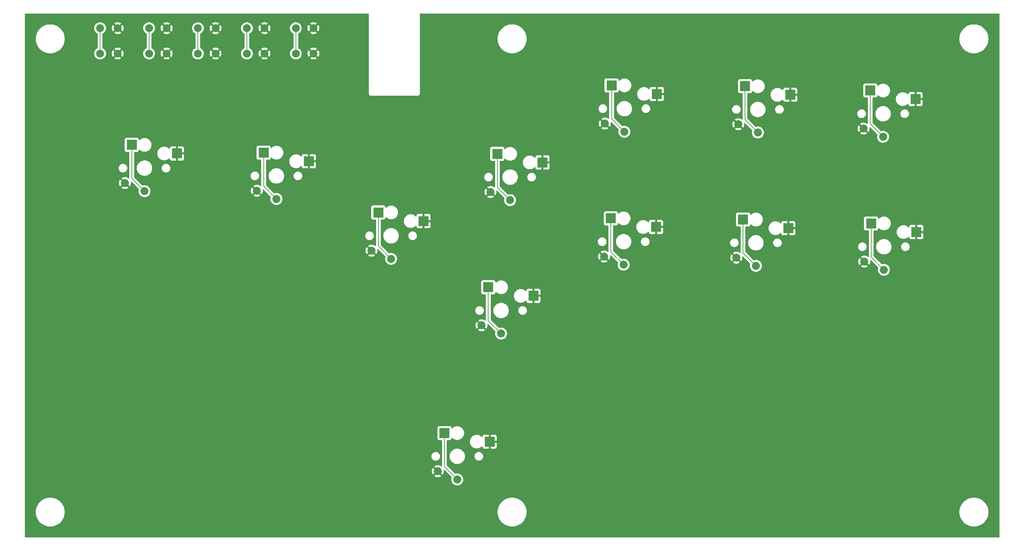
<source format=gbr>
%TF.GenerationSoftware,KiCad,Pcbnew,8.0.1*%
%TF.CreationDate,2024-03-26T13:51:38-04:00*%
%TF.ProjectId,hitbox,68697462-6f78-42e6-9b69-6361645f7063,rev?*%
%TF.SameCoordinates,Original*%
%TF.FileFunction,Copper,L2,Bot*%
%TF.FilePolarity,Positive*%
%FSLAX46Y46*%
G04 Gerber Fmt 4.6, Leading zero omitted, Abs format (unit mm)*
G04 Created by KiCad (PCBNEW 8.0.1) date 2024-03-26 13:51:38*
%MOMM*%
%LPD*%
G01*
G04 APERTURE LIST*
%TA.AperFunction,ComponentPad*%
%ADD10C,2.000000*%
%TD*%
%TA.AperFunction,SMDPad,CuDef*%
%ADD11R,2.600000X2.600000*%
%TD*%
%TA.AperFunction,ComponentPad*%
%ADD12C,2.032000*%
%TD*%
%TA.AperFunction,ViaPad*%
%ADD13C,0.600000*%
%TD*%
%TA.AperFunction,Conductor*%
%ADD14C,0.200000*%
%TD*%
G04 APERTURE END LIST*
D10*
%TO.P,Home,1,1*%
%TO.N,Home*%
X127750000Y-68250000D03*
X127750000Y-61750000D03*
%TO.P,Home,2,2*%
%TO.N,GND*%
X132250000Y-68250000D03*
X132250000Y-61750000D03*
%TD*%
D11*
%TO.P,B/Circle,1,1*%
%TO.N,B{slash}Circle*%
X258225000Y-110400000D03*
D12*
X261500000Y-122250000D03*
%TO.P,B/Circle,2,2*%
%TO.N,GND*%
X256500000Y-120150000D03*
D11*
X269775000Y-112600000D03*
%TD*%
%TO.P,Up,1,1*%
%TO.N,Down*%
X169525000Y-93600000D03*
D12*
X172800000Y-105450000D03*
%TO.P,Up,2,2*%
%TO.N,GND*%
X167800000Y-103350000D03*
D11*
X181075000Y-95800000D03*
%TD*%
%TO.P,Left,1,1*%
%TO.N,Left*%
X135825000Y-91600000D03*
D12*
X139100000Y-103450000D03*
%TO.P,Left,2,2*%
%TO.N,GND*%
X134100000Y-101350000D03*
D11*
X147375000Y-93800000D03*
%TD*%
%TO.P,LT,1,1*%
%TO.N,Left Trigger*%
X324725000Y-111700000D03*
D12*
X328000000Y-123550000D03*
%TO.P,LT,2,2*%
%TO.N,GND*%
X323000000Y-121450000D03*
D11*
X336275000Y-113900000D03*
%TD*%
%TO.P,Up,1,1*%
%TO.N,Up*%
X215725000Y-165300000D03*
D12*
X219000000Y-177150000D03*
%TO.P,Up,2,2*%
%TO.N,GND*%
X214000000Y-175050000D03*
D11*
X227275000Y-167500000D03*
%TD*%
D10*
%TO.P,L3,1,1*%
%TO.N,L3*%
X165250000Y-68250000D03*
X165250000Y-61750000D03*
%TO.P,L3,2,2*%
%TO.N,GND*%
X169750000Y-68250000D03*
X169750000Y-61750000D03*
%TD*%
%TO.P,Select,1,1*%
%TO.N,Select*%
X140250000Y-68250000D03*
X140250000Y-61750000D03*
%TO.P,Select,2,2*%
%TO.N,GND*%
X144750000Y-68250000D03*
X144750000Y-61750000D03*
%TD*%
D11*
%TO.P,LB,1,1*%
%TO.N,Left Bumper*%
X324525000Y-77700000D03*
D12*
X327800000Y-89550000D03*
%TO.P,LB,2,2*%
%TO.N,GND*%
X322800000Y-87450000D03*
D11*
X336075000Y-79900000D03*
%TD*%
%TO.P,Y/Triangle,2,2*%
%TO.N,GND*%
X269975000Y-78600000D03*
D12*
X256700000Y-86150000D03*
%TO.P,Y/Triangle,1,1*%
%TO.N,Y{slash}Triangle*%
X261700000Y-88250000D03*
D11*
X258425000Y-76400000D03*
%TD*%
%TO.P,Right,1,1*%
%TO.N,Right*%
X198825000Y-108900000D03*
D12*
X202100000Y-120750000D03*
%TO.P,Right,2,2*%
%TO.N,GND*%
X197100000Y-118650000D03*
D11*
X210375000Y-111100000D03*
%TD*%
D10*
%TO.P,R3,1,1*%
%TO.N,R3*%
X177750000Y-68250000D03*
X177750000Y-61750000D03*
%TO.P,R3,2,2*%
%TO.N,GND*%
X182250000Y-68250000D03*
X182250000Y-61750000D03*
%TD*%
D11*
%TO.P,X/Square,1,1*%
%TO.N,X{slash}Square*%
X229225000Y-93900000D03*
D12*
X232500000Y-105750000D03*
%TO.P,X/Square,2,2*%
%TO.N,GND*%
X227500000Y-103650000D03*
D11*
X240775000Y-96100000D03*
%TD*%
%TO.P,X/A,1,1*%
%TO.N,A{slash}X*%
X226925000Y-128000000D03*
D12*
X230200000Y-139850000D03*
%TO.P,X/A,2,2*%
%TO.N,GND*%
X225200000Y-137750000D03*
D11*
X238475000Y-130200000D03*
%TD*%
D10*
%TO.P,Start,1,1*%
%TO.N,Start*%
X152750000Y-68250000D03*
X152750000Y-61750000D03*
%TO.P,Start,2,2*%
%TO.N,GND*%
X157250000Y-68250000D03*
X157250000Y-61750000D03*
%TD*%
D11*
%TO.P,RT,1,1*%
%TO.N,Right Trigger*%
X292025000Y-110700000D03*
D12*
X295300000Y-122550000D03*
%TO.P,RT,2,2*%
%TO.N,GND*%
X290300000Y-120450000D03*
D11*
X303575000Y-112900000D03*
%TD*%
%TO.P,RB,1,1*%
%TO.N,Right Bumper*%
X292525000Y-76600000D03*
D12*
X295800000Y-88450000D03*
%TO.P,RB,2,2*%
%TO.N,GND*%
X290800000Y-86350000D03*
D11*
X304075000Y-78800000D03*
%TD*%
D13*
%TO.N,GND*%
X192000000Y-61644962D03*
%TD*%
D14*
%TO.N,Home*%
X127750000Y-61750000D02*
X127750000Y-68250000D01*
%TO.N,Select*%
X140250000Y-61750000D02*
X140250000Y-68250000D01*
%TO.N,Start*%
X152750000Y-61750000D02*
X152750000Y-68250000D01*
%TO.N,L3*%
X165250000Y-61750000D02*
X165250000Y-68250000D01*
%TO.N,R3*%
X177750000Y-61750000D02*
X177750000Y-68250000D01*
%TO.N,Left*%
X135825000Y-91600000D02*
X135825000Y-100175000D01*
X135825000Y-100175000D02*
X139100000Y-103450000D01*
%TO.N,Down*%
X169525000Y-93600000D02*
X169525000Y-102175000D01*
X169525000Y-102175000D02*
X172800000Y-105450000D01*
%TO.N,Up*%
X215969644Y-165300000D02*
X216500000Y-165830356D01*
X215725000Y-165300000D02*
X215969644Y-165300000D01*
X215725000Y-165300000D02*
X215725000Y-173875000D01*
X215725000Y-173875000D02*
X219000000Y-177150000D01*
%TO.N,Right*%
X198825000Y-117475000D02*
X202100000Y-120750000D01*
X198825000Y-108900000D02*
X198825000Y-117475000D01*
%TO.N,A{slash}X*%
X226925000Y-128000000D02*
X226925000Y-136575000D01*
X226925000Y-136575000D02*
X230200000Y-139850000D01*
%TO.N,X{slash}Square*%
X229225000Y-102475000D02*
X232500000Y-105750000D01*
X229225000Y-93900000D02*
X229225000Y-102475000D01*
%TO.N,B{slash}Circle*%
X258225000Y-118975000D02*
X261500000Y-122250000D01*
X258225000Y-110400000D02*
X258225000Y-118975000D01*
%TO.N,Y{slash}Triangle*%
X258425000Y-76400000D02*
X258425000Y-84975000D01*
X258425000Y-84975000D02*
X261700000Y-88250000D01*
%TO.N,Left Trigger*%
X324725000Y-120275000D02*
X328000000Y-123550000D01*
X324725000Y-111700000D02*
X324725000Y-120275000D01*
%TO.N,Left Bumper*%
X324525000Y-77700000D02*
X324525000Y-86275000D01*
X324525000Y-86275000D02*
X327800000Y-89550000D01*
%TO.N,Right Trigger*%
X292000000Y-110969644D02*
X292000000Y-119250000D01*
X292000000Y-119250000D02*
X295300000Y-122550000D01*
X292269644Y-110700000D02*
X292000000Y-110969644D01*
X292025000Y-110700000D02*
X292269644Y-110700000D01*
%TO.N,Right Bumper*%
X292525000Y-76600000D02*
X292769644Y-76600000D01*
X292769644Y-76600000D02*
X292525000Y-76844644D01*
X292525000Y-76844644D02*
X292525000Y-85175000D01*
X292525000Y-85175000D02*
X295800000Y-88450000D01*
%TD*%
%TA.AperFunction,Conductor*%
%TO.N,GND*%
G36*
X357442529Y-58020239D02*
G01*
X357488289Y-58073038D01*
X357499500Y-58124561D01*
X357499500Y-191875500D01*
X357479815Y-191942539D01*
X357427011Y-191988294D01*
X357375500Y-191999500D01*
X108624500Y-191999500D01*
X108557461Y-191979815D01*
X108511706Y-191927011D01*
X108500500Y-191875500D01*
X108500500Y-185500000D01*
X111294422Y-185500000D01*
X111314722Y-185887339D01*
X111375397Y-186270427D01*
X111375397Y-186270429D01*
X111475788Y-186645094D01*
X111614787Y-187007197D01*
X111790877Y-187352793D01*
X112002122Y-187678082D01*
X112002124Y-187678084D01*
X112246219Y-187979516D01*
X112520484Y-188253781D01*
X112520488Y-188253784D01*
X112821917Y-188497877D01*
X113147206Y-188709122D01*
X113147211Y-188709125D01*
X113492806Y-188885214D01*
X113854913Y-189024214D01*
X114229567Y-189124602D01*
X114612662Y-189185278D01*
X114978576Y-189204455D01*
X114999999Y-189205578D01*
X115000000Y-189205578D01*
X115000001Y-189205578D01*
X115020301Y-189204514D01*
X115387338Y-189185278D01*
X115770433Y-189124602D01*
X116145087Y-189024214D01*
X116507194Y-188885214D01*
X116852789Y-188709125D01*
X117178084Y-188497876D01*
X117479516Y-188253781D01*
X117753781Y-187979516D01*
X117997876Y-187678084D01*
X118209125Y-187352789D01*
X118385214Y-187007194D01*
X118524214Y-186645087D01*
X118624602Y-186270433D01*
X118685278Y-185887338D01*
X118705578Y-185500000D01*
X229294422Y-185500000D01*
X229314722Y-185887339D01*
X229375397Y-186270427D01*
X229375397Y-186270429D01*
X229475788Y-186645094D01*
X229614787Y-187007197D01*
X229790877Y-187352793D01*
X230002122Y-187678082D01*
X230002124Y-187678084D01*
X230246219Y-187979516D01*
X230520484Y-188253781D01*
X230520488Y-188253784D01*
X230821917Y-188497877D01*
X231147206Y-188709122D01*
X231147211Y-188709125D01*
X231492806Y-188885214D01*
X231854913Y-189024214D01*
X232229567Y-189124602D01*
X232612662Y-189185278D01*
X232978576Y-189204455D01*
X232999999Y-189205578D01*
X233000000Y-189205578D01*
X233000001Y-189205578D01*
X233020301Y-189204514D01*
X233387338Y-189185278D01*
X233770433Y-189124602D01*
X234145087Y-189024214D01*
X234507194Y-188885214D01*
X234852789Y-188709125D01*
X235178084Y-188497876D01*
X235479516Y-188253781D01*
X235753781Y-187979516D01*
X235997876Y-187678084D01*
X236209125Y-187352789D01*
X236385214Y-187007194D01*
X236524214Y-186645087D01*
X236624602Y-186270433D01*
X236685278Y-185887338D01*
X236705578Y-185500000D01*
X347294422Y-185500000D01*
X347314722Y-185887339D01*
X347375397Y-186270427D01*
X347375397Y-186270429D01*
X347475788Y-186645094D01*
X347614787Y-187007197D01*
X347790877Y-187352793D01*
X348002122Y-187678082D01*
X348002124Y-187678084D01*
X348246219Y-187979516D01*
X348520484Y-188253781D01*
X348520488Y-188253784D01*
X348821917Y-188497877D01*
X349147206Y-188709122D01*
X349147211Y-188709125D01*
X349492806Y-188885214D01*
X349854913Y-189024214D01*
X350229567Y-189124602D01*
X350612662Y-189185278D01*
X350978576Y-189204455D01*
X350999999Y-189205578D01*
X351000000Y-189205578D01*
X351000001Y-189205578D01*
X351020301Y-189204514D01*
X351387338Y-189185278D01*
X351770433Y-189124602D01*
X352145087Y-189024214D01*
X352507194Y-188885214D01*
X352852789Y-188709125D01*
X353178084Y-188497876D01*
X353479516Y-188253781D01*
X353753781Y-187979516D01*
X353997876Y-187678084D01*
X354209125Y-187352789D01*
X354385214Y-187007194D01*
X354524214Y-186645087D01*
X354624602Y-186270433D01*
X354685278Y-185887338D01*
X354705578Y-185500000D01*
X354685278Y-185112662D01*
X354624602Y-184729567D01*
X354524214Y-184354913D01*
X354385214Y-183992806D01*
X354209125Y-183647211D01*
X353997876Y-183321916D01*
X353753781Y-183020484D01*
X353479516Y-182746219D01*
X353178084Y-182502124D01*
X353178082Y-182502122D01*
X352852793Y-182290877D01*
X352507197Y-182114787D01*
X352145094Y-181975788D01*
X352145087Y-181975786D01*
X351770433Y-181875398D01*
X351770429Y-181875397D01*
X351770428Y-181875397D01*
X351387339Y-181814722D01*
X351000001Y-181794422D01*
X350999999Y-181794422D01*
X350612660Y-181814722D01*
X350229572Y-181875397D01*
X350229570Y-181875397D01*
X349854905Y-181975788D01*
X349492802Y-182114787D01*
X349147206Y-182290877D01*
X348821917Y-182502122D01*
X348520488Y-182746215D01*
X348520480Y-182746222D01*
X348246222Y-183020480D01*
X348246215Y-183020488D01*
X348002122Y-183321917D01*
X347790877Y-183647206D01*
X347614787Y-183992802D01*
X347475788Y-184354905D01*
X347375397Y-184729570D01*
X347375397Y-184729572D01*
X347314722Y-185112660D01*
X347294422Y-185499999D01*
X347294422Y-185500000D01*
X236705578Y-185500000D01*
X236685278Y-185112662D01*
X236624602Y-184729567D01*
X236524214Y-184354913D01*
X236385214Y-183992806D01*
X236209125Y-183647211D01*
X235997876Y-183321916D01*
X235753781Y-183020484D01*
X235479516Y-182746219D01*
X235178084Y-182502124D01*
X235178082Y-182502122D01*
X234852793Y-182290877D01*
X234507197Y-182114787D01*
X234145094Y-181975788D01*
X234145087Y-181975786D01*
X233770433Y-181875398D01*
X233770429Y-181875397D01*
X233770428Y-181875397D01*
X233387339Y-181814722D01*
X233000001Y-181794422D01*
X232999999Y-181794422D01*
X232612660Y-181814722D01*
X232229572Y-181875397D01*
X232229570Y-181875397D01*
X231854905Y-181975788D01*
X231492802Y-182114787D01*
X231147206Y-182290877D01*
X230821917Y-182502122D01*
X230520488Y-182746215D01*
X230520480Y-182746222D01*
X230246222Y-183020480D01*
X230246215Y-183020488D01*
X230002122Y-183321917D01*
X229790877Y-183647206D01*
X229614787Y-183992802D01*
X229475788Y-184354905D01*
X229375397Y-184729570D01*
X229375397Y-184729572D01*
X229314722Y-185112660D01*
X229294422Y-185499999D01*
X229294422Y-185500000D01*
X118705578Y-185500000D01*
X118685278Y-185112662D01*
X118624602Y-184729567D01*
X118524214Y-184354913D01*
X118385214Y-183992806D01*
X118209125Y-183647211D01*
X117997876Y-183321916D01*
X117753781Y-183020484D01*
X117479516Y-182746219D01*
X117178084Y-182502124D01*
X117178082Y-182502122D01*
X116852793Y-182290877D01*
X116507197Y-182114787D01*
X116145094Y-181975788D01*
X116145087Y-181975786D01*
X115770433Y-181875398D01*
X115770429Y-181875397D01*
X115770428Y-181875397D01*
X115387339Y-181814722D01*
X115000001Y-181794422D01*
X114999999Y-181794422D01*
X114612660Y-181814722D01*
X114229572Y-181875397D01*
X114229570Y-181875397D01*
X113854905Y-181975788D01*
X113492802Y-182114787D01*
X113147206Y-182290877D01*
X112821917Y-182502122D01*
X112520488Y-182746215D01*
X112520480Y-182746222D01*
X112246222Y-183020480D01*
X112246215Y-183020488D01*
X112002122Y-183321917D01*
X111790877Y-183647206D01*
X111614787Y-183992802D01*
X111475788Y-184354905D01*
X111375397Y-184729570D01*
X111375397Y-184729572D01*
X111314722Y-185112660D01*
X111294422Y-185499999D01*
X111294422Y-185500000D01*
X108500500Y-185500000D01*
X108500500Y-175050000D01*
X212479312Y-175050000D01*
X212498033Y-175287883D01*
X212553742Y-175519925D01*
X212645056Y-175740378D01*
X212763229Y-175933217D01*
X213410439Y-175286007D01*
X213437271Y-175350785D01*
X213506764Y-175454789D01*
X213595211Y-175543236D01*
X213699215Y-175612729D01*
X213763991Y-175639560D01*
X213116781Y-176286769D01*
X213309621Y-176404943D01*
X213530075Y-176496257D01*
X213530072Y-176496257D01*
X213762116Y-176551966D01*
X214000000Y-176570687D01*
X214237883Y-176551966D01*
X214469925Y-176496257D01*
X214690378Y-176404943D01*
X214883217Y-176286770D01*
X214883217Y-176286769D01*
X214236008Y-175639560D01*
X214300785Y-175612729D01*
X214404789Y-175543236D01*
X214493236Y-175454789D01*
X214562729Y-175350785D01*
X214589560Y-175286008D01*
X215236769Y-175933217D01*
X215236770Y-175933217D01*
X215354943Y-175740378D01*
X215446257Y-175519925D01*
X215501966Y-175287883D01*
X215520687Y-175050000D01*
X215501778Y-174809722D01*
X215516142Y-174741344D01*
X215565194Y-174691588D01*
X215633359Y-174676249D01*
X215698996Y-174700198D01*
X215713077Y-174712312D01*
X217531998Y-176531233D01*
X217565483Y-176592556D01*
X217560499Y-176662248D01*
X217558881Y-176666361D01*
X217553262Y-176679927D01*
X217497538Y-176912036D01*
X217478811Y-177150000D01*
X217497538Y-177387963D01*
X217553261Y-177620068D01*
X217644608Y-177840600D01*
X217644610Y-177840604D01*
X217644611Y-177840605D01*
X217769332Y-178044132D01*
X217924357Y-178225643D01*
X218105868Y-178380668D01*
X218309395Y-178505389D01*
X218309397Y-178505389D01*
X218309399Y-178505391D01*
X218385071Y-178536735D01*
X218529927Y-178596737D01*
X218762034Y-178652461D01*
X219000000Y-178671189D01*
X219237966Y-178652461D01*
X219470073Y-178596737D01*
X219690605Y-178505389D01*
X219894132Y-178380668D01*
X220075643Y-178225643D01*
X220230668Y-178044132D01*
X220355389Y-177840605D01*
X220446737Y-177620073D01*
X220502461Y-177387966D01*
X220521189Y-177150000D01*
X220502461Y-176912034D01*
X220446737Y-176679927D01*
X220386735Y-176535071D01*
X220355391Y-176459399D01*
X220322020Y-176404943D01*
X220230668Y-176255868D01*
X220075643Y-176074357D01*
X219894132Y-175919332D01*
X219690605Y-175794611D01*
X219690604Y-175794610D01*
X219690600Y-175794608D01*
X219470068Y-175703261D01*
X219237962Y-175647538D01*
X219237963Y-175647538D01*
X219000000Y-175628811D01*
X218762036Y-175647538D01*
X218529927Y-175703262D01*
X218516361Y-175708881D01*
X218446891Y-175716346D01*
X218384413Y-175685067D01*
X218381233Y-175681998D01*
X216361819Y-173662584D01*
X216328334Y-173601261D01*
X216325500Y-173574903D01*
X216325500Y-171378800D01*
X217035000Y-171378800D01*
X217068622Y-171634174D01*
X217135289Y-171882982D01*
X217233859Y-172120952D01*
X217233867Y-172120969D01*
X217362652Y-172344030D01*
X217362663Y-172344046D01*
X217519463Y-172548392D01*
X217519469Y-172548399D01*
X217701600Y-172730530D01*
X217701606Y-172730535D01*
X217905962Y-172887343D01*
X217905969Y-172887347D01*
X218129030Y-173016132D01*
X218129035Y-173016134D01*
X218129038Y-173016136D01*
X218129042Y-173016137D01*
X218129047Y-173016140D01*
X218223386Y-173055216D01*
X218367016Y-173114710D01*
X218615825Y-173181378D01*
X218871207Y-173215000D01*
X218871214Y-173215000D01*
X219128786Y-173215000D01*
X219128793Y-173215000D01*
X219384175Y-173181378D01*
X219632984Y-173114710D01*
X219870962Y-173016136D01*
X220094038Y-172887343D01*
X220298394Y-172730535D01*
X220480535Y-172548394D01*
X220637343Y-172344038D01*
X220766136Y-172120962D01*
X220864710Y-171882984D01*
X220931378Y-171634175D01*
X220965000Y-171378793D01*
X220965000Y-171336687D01*
X223398600Y-171336687D01*
X223425720Y-171507913D01*
X223479290Y-171672788D01*
X223479291Y-171672791D01*
X223557998Y-171827260D01*
X223659899Y-171967514D01*
X223782486Y-172090101D01*
X223922740Y-172192002D01*
X223998502Y-172230604D01*
X224077208Y-172270708D01*
X224077211Y-172270709D01*
X224159648Y-172297494D01*
X224242088Y-172324280D01*
X224321391Y-172336840D01*
X224413313Y-172351400D01*
X224413318Y-172351400D01*
X224586687Y-172351400D01*
X224669695Y-172338252D01*
X224757912Y-172324280D01*
X224922791Y-172270708D01*
X225077260Y-172192002D01*
X225217514Y-172090101D01*
X225340101Y-171967514D01*
X225442002Y-171827260D01*
X225520708Y-171672791D01*
X225574280Y-171507912D01*
X225588252Y-171419695D01*
X225601400Y-171336687D01*
X225601400Y-171163312D01*
X225585622Y-171063702D01*
X225574280Y-170992088D01*
X225520708Y-170827209D01*
X225520708Y-170827208D01*
X225442001Y-170672739D01*
X225340101Y-170532486D01*
X225217514Y-170409899D01*
X225077260Y-170307998D01*
X224922791Y-170229291D01*
X224922788Y-170229290D01*
X224757913Y-170175720D01*
X224586687Y-170148600D01*
X224586682Y-170148600D01*
X224413318Y-170148600D01*
X224413313Y-170148600D01*
X224242086Y-170175720D01*
X224077211Y-170229290D01*
X224077208Y-170229291D01*
X223922739Y-170307998D01*
X223842719Y-170366136D01*
X223782486Y-170409899D01*
X223782484Y-170409901D01*
X223782483Y-170409901D01*
X223659901Y-170532483D01*
X223659901Y-170532484D01*
X223659899Y-170532486D01*
X223616136Y-170592719D01*
X223557998Y-170672739D01*
X223479291Y-170827208D01*
X223479290Y-170827211D01*
X223425720Y-170992086D01*
X223398600Y-171163312D01*
X223398600Y-171336687D01*
X220965000Y-171336687D01*
X220965000Y-171121207D01*
X220931378Y-170865825D01*
X220864710Y-170617016D01*
X220766136Y-170379038D01*
X220766134Y-170379035D01*
X220766132Y-170379030D01*
X220637347Y-170155969D01*
X220637343Y-170155962D01*
X220480535Y-169951606D01*
X220480530Y-169951600D01*
X220298399Y-169769469D01*
X220298392Y-169769463D01*
X220094046Y-169612663D01*
X220094044Y-169612661D01*
X220094038Y-169612657D01*
X220094033Y-169612654D01*
X220094030Y-169612652D01*
X219870969Y-169483867D01*
X219870952Y-169483859D01*
X219632982Y-169385289D01*
X219475243Y-169343023D01*
X219384175Y-169318622D01*
X219352252Y-169314419D01*
X219128800Y-169285000D01*
X219128793Y-169285000D01*
X218871207Y-169285000D01*
X218871199Y-169285000D01*
X218615825Y-169318622D01*
X218367017Y-169385289D01*
X218129047Y-169483859D01*
X218129030Y-169483867D01*
X217905969Y-169612652D01*
X217905953Y-169612663D01*
X217701607Y-169769463D01*
X217701600Y-169769469D01*
X217519469Y-169951600D01*
X217519463Y-169951607D01*
X217362663Y-170155953D01*
X217362652Y-170155969D01*
X217233867Y-170379030D01*
X217233859Y-170379047D01*
X217135289Y-170617017D01*
X217068622Y-170865825D01*
X217035000Y-171121199D01*
X217035000Y-171378800D01*
X216325500Y-171378800D01*
X216325500Y-167614741D01*
X222249500Y-167614741D01*
X222267308Y-167750000D01*
X222279452Y-167842238D01*
X222279453Y-167842240D01*
X222338842Y-168063887D01*
X222426650Y-168275876D01*
X222426657Y-168275890D01*
X222541392Y-168474617D01*
X222681081Y-168656661D01*
X222681089Y-168656670D01*
X222843330Y-168818911D01*
X222843338Y-168818918D01*
X223025382Y-168958607D01*
X223025385Y-168958608D01*
X223025388Y-168958611D01*
X223224112Y-169073344D01*
X223224117Y-169073346D01*
X223224123Y-169073349D01*
X223315480Y-169111190D01*
X223436113Y-169161158D01*
X223657762Y-169220548D01*
X223885266Y-169250500D01*
X223885273Y-169250500D01*
X224114727Y-169250500D01*
X224114734Y-169250500D01*
X224342238Y-169220548D01*
X224563887Y-169161158D01*
X224775888Y-169073344D01*
X224974612Y-168958611D01*
X225156661Y-168818919D01*
X225156665Y-168818914D01*
X225156670Y-168818911D01*
X225263319Y-168712262D01*
X225324642Y-168678777D01*
X225394334Y-168683761D01*
X225450267Y-168725633D01*
X225474684Y-168791097D01*
X225475000Y-168799943D01*
X225475000Y-168847844D01*
X225481401Y-168907372D01*
X225481403Y-168907379D01*
X225531645Y-169042086D01*
X225531649Y-169042093D01*
X225617809Y-169157187D01*
X225617812Y-169157190D01*
X225732906Y-169243350D01*
X225732913Y-169243354D01*
X225867620Y-169293596D01*
X225867627Y-169293598D01*
X225927155Y-169299999D01*
X225927172Y-169300000D01*
X227025000Y-169300000D01*
X227025000Y-167750000D01*
X227525000Y-167750000D01*
X227525000Y-169300000D01*
X228622828Y-169300000D01*
X228622844Y-169299999D01*
X228682372Y-169293598D01*
X228682379Y-169293596D01*
X228817086Y-169243354D01*
X228817093Y-169243350D01*
X228932187Y-169157190D01*
X228932190Y-169157187D01*
X229018350Y-169042093D01*
X229018354Y-169042086D01*
X229068596Y-168907379D01*
X229068598Y-168907372D01*
X229074999Y-168847844D01*
X229075000Y-168847827D01*
X229075000Y-167750000D01*
X227525000Y-167750000D01*
X227025000Y-167750000D01*
X227025000Y-165700000D01*
X227525000Y-165700000D01*
X227525000Y-167250000D01*
X229075000Y-167250000D01*
X229075000Y-166152172D01*
X229074999Y-166152155D01*
X229068598Y-166092627D01*
X229068596Y-166092620D01*
X229018354Y-165957913D01*
X229018350Y-165957906D01*
X228932190Y-165842812D01*
X228932187Y-165842809D01*
X228817093Y-165756649D01*
X228817086Y-165756645D01*
X228682379Y-165706403D01*
X228682372Y-165706401D01*
X228622844Y-165700000D01*
X227525000Y-165700000D01*
X227025000Y-165700000D01*
X225927155Y-165700000D01*
X225867627Y-165706401D01*
X225867620Y-165706403D01*
X225732913Y-165756645D01*
X225732906Y-165756649D01*
X225617812Y-165842809D01*
X225617809Y-165842812D01*
X225531649Y-165957906D01*
X225531645Y-165957913D01*
X225481403Y-166092620D01*
X225481401Y-166092627D01*
X225475000Y-166152155D01*
X225475000Y-166200057D01*
X225455315Y-166267096D01*
X225402511Y-166312851D01*
X225333353Y-166322795D01*
X225269797Y-166293770D01*
X225263319Y-166287738D01*
X225156670Y-166181089D01*
X225156661Y-166181081D01*
X224974617Y-166041392D01*
X224775890Y-165926657D01*
X224775876Y-165926650D01*
X224563887Y-165838842D01*
X224342238Y-165779452D01*
X224304215Y-165774446D01*
X224114741Y-165749500D01*
X224114734Y-165749500D01*
X223885266Y-165749500D01*
X223885258Y-165749500D01*
X223668715Y-165778009D01*
X223657762Y-165779452D01*
X223564076Y-165804554D01*
X223436112Y-165838842D01*
X223224123Y-165926650D01*
X223224109Y-165926657D01*
X223025382Y-166041392D01*
X222843338Y-166181081D01*
X222681081Y-166343338D01*
X222541392Y-166525382D01*
X222426657Y-166724109D01*
X222426650Y-166724123D01*
X222338842Y-166936112D01*
X222279453Y-167157759D01*
X222279451Y-167157770D01*
X222249500Y-167385258D01*
X222249500Y-167614741D01*
X216325500Y-167614741D01*
X216325500Y-167224499D01*
X216345185Y-167157460D01*
X216397989Y-167111705D01*
X216449500Y-167100499D01*
X217072871Y-167100499D01*
X217072872Y-167100499D01*
X217132483Y-167094091D01*
X217267331Y-167043796D01*
X217382546Y-166957546D01*
X217468796Y-166842331D01*
X217519091Y-166707483D01*
X217525500Y-166647873D01*
X217525499Y-166600440D01*
X217545182Y-166533405D01*
X217597985Y-166487649D01*
X217667144Y-166477704D01*
X217730700Y-166506727D01*
X217737180Y-166512761D01*
X217843330Y-166618911D01*
X217843338Y-166618918D01*
X217843339Y-166618919D01*
X217881071Y-166647872D01*
X218025382Y-166758607D01*
X218025385Y-166758608D01*
X218025388Y-166758611D01*
X218224112Y-166873344D01*
X218224117Y-166873346D01*
X218224123Y-166873349D01*
X218315480Y-166911190D01*
X218436113Y-166961158D01*
X218657762Y-167020548D01*
X218885266Y-167050500D01*
X218885273Y-167050500D01*
X219114727Y-167050500D01*
X219114734Y-167050500D01*
X219342238Y-167020548D01*
X219563887Y-166961158D01*
X219775888Y-166873344D01*
X219974612Y-166758611D01*
X220156661Y-166618919D01*
X220156665Y-166618914D01*
X220156670Y-166618911D01*
X220318911Y-166456670D01*
X220318914Y-166456665D01*
X220318919Y-166456661D01*
X220458611Y-166274612D01*
X220573344Y-166075888D01*
X220661158Y-165863887D01*
X220720548Y-165642238D01*
X220750500Y-165414734D01*
X220750500Y-165185266D01*
X220720548Y-164957762D01*
X220661158Y-164736113D01*
X220573344Y-164524112D01*
X220458611Y-164325388D01*
X220458608Y-164325385D01*
X220458607Y-164325382D01*
X220318918Y-164143338D01*
X220318911Y-164143330D01*
X220156670Y-163981089D01*
X220156661Y-163981081D01*
X219974617Y-163841392D01*
X219775890Y-163726657D01*
X219775876Y-163726650D01*
X219563887Y-163638842D01*
X219342238Y-163579452D01*
X219304215Y-163574446D01*
X219114741Y-163549500D01*
X219114734Y-163549500D01*
X218885266Y-163549500D01*
X218885258Y-163549500D01*
X218668715Y-163578009D01*
X218657762Y-163579452D01*
X218564076Y-163604554D01*
X218436112Y-163638842D01*
X218224123Y-163726650D01*
X218224109Y-163726657D01*
X218025382Y-163841392D01*
X217843338Y-163981081D01*
X217737180Y-164087239D01*
X217675857Y-164120724D01*
X217606165Y-164115740D01*
X217550232Y-164073868D01*
X217525815Y-164008404D01*
X217525499Y-163999558D01*
X217525499Y-163952129D01*
X217525498Y-163952123D01*
X217525497Y-163952116D01*
X217519091Y-163892517D01*
X217468796Y-163757669D01*
X217468795Y-163757668D01*
X217468793Y-163757664D01*
X217382547Y-163642455D01*
X217382544Y-163642452D01*
X217267335Y-163556206D01*
X217267328Y-163556202D01*
X217132482Y-163505908D01*
X217132483Y-163505908D01*
X217072883Y-163499501D01*
X217072881Y-163499500D01*
X217072873Y-163499500D01*
X217072864Y-163499500D01*
X214377129Y-163499500D01*
X214377123Y-163499501D01*
X214317516Y-163505908D01*
X214182671Y-163556202D01*
X214182664Y-163556206D01*
X214067455Y-163642452D01*
X214067452Y-163642455D01*
X213981206Y-163757664D01*
X213981202Y-163757671D01*
X213930908Y-163892517D01*
X213924501Y-163952116D01*
X213924501Y-163952123D01*
X213924500Y-163952135D01*
X213924500Y-166647870D01*
X213924501Y-166647876D01*
X213930908Y-166707483D01*
X213981202Y-166842328D01*
X213981206Y-166842335D01*
X214067452Y-166957544D01*
X214067455Y-166957547D01*
X214182664Y-167043793D01*
X214182671Y-167043797D01*
X214200643Y-167050500D01*
X214317517Y-167094091D01*
X214377127Y-167100500D01*
X215000500Y-167100499D01*
X215067539Y-167120183D01*
X215113294Y-167172987D01*
X215124500Y-167224499D01*
X215124500Y-173747764D01*
X215104815Y-173814803D01*
X215052011Y-173860558D01*
X214982853Y-173870502D01*
X214919969Y-173842055D01*
X214893839Y-173819738D01*
X214893835Y-173819735D01*
X214690378Y-173695056D01*
X214469924Y-173603742D01*
X214469927Y-173603742D01*
X214237883Y-173548033D01*
X214000000Y-173529312D01*
X213762116Y-173548033D01*
X213530074Y-173603742D01*
X213309621Y-173695056D01*
X213116781Y-173813229D01*
X213763991Y-174460439D01*
X213699215Y-174487271D01*
X213595211Y-174556764D01*
X213506764Y-174645211D01*
X213437271Y-174749215D01*
X213410439Y-174813991D01*
X212763229Y-174166781D01*
X212645056Y-174359621D01*
X212553742Y-174580074D01*
X212498033Y-174812116D01*
X212479312Y-175050000D01*
X108500500Y-175050000D01*
X108500500Y-171336687D01*
X212398600Y-171336687D01*
X212425720Y-171507913D01*
X212479290Y-171672788D01*
X212479291Y-171672791D01*
X212557998Y-171827260D01*
X212659899Y-171967514D01*
X212782486Y-172090101D01*
X212922740Y-172192002D01*
X212998502Y-172230604D01*
X213077208Y-172270708D01*
X213077211Y-172270709D01*
X213159648Y-172297494D01*
X213242088Y-172324280D01*
X213321391Y-172336840D01*
X213413313Y-172351400D01*
X213413318Y-172351400D01*
X213586687Y-172351400D01*
X213669695Y-172338252D01*
X213757912Y-172324280D01*
X213922791Y-172270708D01*
X214077260Y-172192002D01*
X214217514Y-172090101D01*
X214340101Y-171967514D01*
X214442002Y-171827260D01*
X214520708Y-171672791D01*
X214574280Y-171507912D01*
X214588252Y-171419695D01*
X214601400Y-171336687D01*
X214601400Y-171163312D01*
X214585622Y-171063702D01*
X214574280Y-170992088D01*
X214520708Y-170827209D01*
X214520708Y-170827208D01*
X214442001Y-170672739D01*
X214340101Y-170532486D01*
X214217514Y-170409899D01*
X214077260Y-170307998D01*
X213922791Y-170229291D01*
X213922788Y-170229290D01*
X213757913Y-170175720D01*
X213586687Y-170148600D01*
X213586682Y-170148600D01*
X213413318Y-170148600D01*
X213413313Y-170148600D01*
X213242086Y-170175720D01*
X213077211Y-170229290D01*
X213077208Y-170229291D01*
X212922739Y-170307998D01*
X212842719Y-170366136D01*
X212782486Y-170409899D01*
X212782484Y-170409901D01*
X212782483Y-170409901D01*
X212659901Y-170532483D01*
X212659901Y-170532484D01*
X212659899Y-170532486D01*
X212616136Y-170592719D01*
X212557998Y-170672739D01*
X212479291Y-170827208D01*
X212479290Y-170827211D01*
X212425720Y-170992086D01*
X212398600Y-171163312D01*
X212398600Y-171336687D01*
X108500500Y-171336687D01*
X108500500Y-137750000D01*
X223679312Y-137750000D01*
X223698033Y-137987883D01*
X223753742Y-138219925D01*
X223845056Y-138440378D01*
X223963229Y-138633217D01*
X224610439Y-137986007D01*
X224637271Y-138050785D01*
X224706764Y-138154789D01*
X224795211Y-138243236D01*
X224899215Y-138312729D01*
X224963991Y-138339560D01*
X224316781Y-138986769D01*
X224509621Y-139104943D01*
X224730075Y-139196257D01*
X224730072Y-139196257D01*
X224962116Y-139251966D01*
X225200000Y-139270687D01*
X225437883Y-139251966D01*
X225669925Y-139196257D01*
X225890378Y-139104943D01*
X226083217Y-138986770D01*
X226083217Y-138986769D01*
X225436008Y-138339560D01*
X225500785Y-138312729D01*
X225604789Y-138243236D01*
X225693236Y-138154789D01*
X225762729Y-138050785D01*
X225789560Y-137986008D01*
X226436769Y-138633217D01*
X226436770Y-138633217D01*
X226554943Y-138440378D01*
X226646257Y-138219925D01*
X226701966Y-137987883D01*
X226720687Y-137750000D01*
X226701778Y-137509722D01*
X226716142Y-137441344D01*
X226765194Y-137391588D01*
X226833359Y-137376249D01*
X226898996Y-137400198D01*
X226913077Y-137412312D01*
X228731998Y-139231233D01*
X228765483Y-139292556D01*
X228760499Y-139362248D01*
X228758881Y-139366361D01*
X228753262Y-139379927D01*
X228697538Y-139612036D01*
X228678811Y-139850000D01*
X228697538Y-140087963D01*
X228753261Y-140320068D01*
X228844608Y-140540600D01*
X228844610Y-140540604D01*
X228844611Y-140540605D01*
X228969332Y-140744132D01*
X229124357Y-140925643D01*
X229305868Y-141080668D01*
X229509395Y-141205389D01*
X229509397Y-141205389D01*
X229509399Y-141205391D01*
X229585071Y-141236735D01*
X229729927Y-141296737D01*
X229962034Y-141352461D01*
X230200000Y-141371189D01*
X230437966Y-141352461D01*
X230670073Y-141296737D01*
X230890605Y-141205389D01*
X231094132Y-141080668D01*
X231275643Y-140925643D01*
X231430668Y-140744132D01*
X231555389Y-140540605D01*
X231646737Y-140320073D01*
X231702461Y-140087966D01*
X231721189Y-139850000D01*
X231702461Y-139612034D01*
X231646737Y-139379927D01*
X231586735Y-139235071D01*
X231555391Y-139159399D01*
X231522020Y-139104943D01*
X231430668Y-138955868D01*
X231275643Y-138774357D01*
X231094132Y-138619332D01*
X230890605Y-138494611D01*
X230890604Y-138494610D01*
X230890600Y-138494608D01*
X230670068Y-138403261D01*
X230437962Y-138347538D01*
X230437963Y-138347538D01*
X230200000Y-138328811D01*
X229962036Y-138347538D01*
X229729927Y-138403262D01*
X229716361Y-138408881D01*
X229646891Y-138416346D01*
X229584413Y-138385067D01*
X229581233Y-138381998D01*
X227561819Y-136362584D01*
X227528334Y-136301261D01*
X227525500Y-136274903D01*
X227525500Y-134078800D01*
X228235000Y-134078800D01*
X228268622Y-134334174D01*
X228335289Y-134582982D01*
X228433859Y-134820952D01*
X228433867Y-134820969D01*
X228562652Y-135044030D01*
X228562663Y-135044046D01*
X228719463Y-135248392D01*
X228719469Y-135248399D01*
X228901600Y-135430530D01*
X228901606Y-135430535D01*
X229105962Y-135587343D01*
X229105969Y-135587347D01*
X229329030Y-135716132D01*
X229329035Y-135716134D01*
X229329038Y-135716136D01*
X229329042Y-135716137D01*
X229329047Y-135716140D01*
X229423386Y-135755216D01*
X229567016Y-135814710D01*
X229815825Y-135881378D01*
X230071207Y-135915000D01*
X230071214Y-135915000D01*
X230328786Y-135915000D01*
X230328793Y-135915000D01*
X230584175Y-135881378D01*
X230832984Y-135814710D01*
X231070962Y-135716136D01*
X231294038Y-135587343D01*
X231498394Y-135430535D01*
X231680535Y-135248394D01*
X231837343Y-135044038D01*
X231966136Y-134820962D01*
X232064710Y-134582984D01*
X232131378Y-134334175D01*
X232165000Y-134078793D01*
X232165000Y-134036687D01*
X234598600Y-134036687D01*
X234625720Y-134207913D01*
X234679290Y-134372788D01*
X234679291Y-134372791D01*
X234757998Y-134527260D01*
X234859899Y-134667514D01*
X234982486Y-134790101D01*
X235122740Y-134892002D01*
X235198502Y-134930604D01*
X235277208Y-134970708D01*
X235277211Y-134970709D01*
X235359648Y-134997494D01*
X235442088Y-135024280D01*
X235521391Y-135036840D01*
X235613313Y-135051400D01*
X235613318Y-135051400D01*
X235786687Y-135051400D01*
X235869695Y-135038252D01*
X235957912Y-135024280D01*
X236122791Y-134970708D01*
X236277260Y-134892002D01*
X236417514Y-134790101D01*
X236540101Y-134667514D01*
X236642002Y-134527260D01*
X236720708Y-134372791D01*
X236774280Y-134207912D01*
X236788252Y-134119695D01*
X236801400Y-134036687D01*
X236801400Y-133863312D01*
X236785622Y-133763702D01*
X236774280Y-133692088D01*
X236720708Y-133527209D01*
X236720708Y-133527208D01*
X236642001Y-133372739D01*
X236540101Y-133232486D01*
X236417514Y-133109899D01*
X236277260Y-133007998D01*
X236122791Y-132929291D01*
X236122788Y-132929290D01*
X235957913Y-132875720D01*
X235786687Y-132848600D01*
X235786682Y-132848600D01*
X235613318Y-132848600D01*
X235613313Y-132848600D01*
X235442086Y-132875720D01*
X235277211Y-132929290D01*
X235277208Y-132929291D01*
X235122739Y-133007998D01*
X235042719Y-133066136D01*
X234982486Y-133109899D01*
X234982484Y-133109901D01*
X234982483Y-133109901D01*
X234859901Y-133232483D01*
X234859901Y-133232484D01*
X234859899Y-133232486D01*
X234816136Y-133292719D01*
X234757998Y-133372739D01*
X234679291Y-133527208D01*
X234679290Y-133527211D01*
X234625720Y-133692086D01*
X234598600Y-133863312D01*
X234598600Y-134036687D01*
X232165000Y-134036687D01*
X232165000Y-133821207D01*
X232131378Y-133565825D01*
X232064710Y-133317016D01*
X231966136Y-133079038D01*
X231966134Y-133079035D01*
X231966132Y-133079030D01*
X231837347Y-132855969D01*
X231837343Y-132855962D01*
X231680535Y-132651606D01*
X231680530Y-132651600D01*
X231498399Y-132469469D01*
X231498392Y-132469463D01*
X231294046Y-132312663D01*
X231294044Y-132312661D01*
X231294038Y-132312657D01*
X231294033Y-132312654D01*
X231294030Y-132312652D01*
X231070969Y-132183867D01*
X231070952Y-132183859D01*
X230832982Y-132085289D01*
X230675243Y-132043023D01*
X230584175Y-132018622D01*
X230552252Y-132014419D01*
X230328800Y-131985000D01*
X230328793Y-131985000D01*
X230071207Y-131985000D01*
X230071199Y-131985000D01*
X229815825Y-132018622D01*
X229567017Y-132085289D01*
X229329047Y-132183859D01*
X229329030Y-132183867D01*
X229105969Y-132312652D01*
X229105953Y-132312663D01*
X228901607Y-132469463D01*
X228901600Y-132469469D01*
X228719469Y-132651600D01*
X228719463Y-132651607D01*
X228562663Y-132855953D01*
X228562652Y-132855969D01*
X228433867Y-133079030D01*
X228433859Y-133079047D01*
X228335289Y-133317017D01*
X228268622Y-133565825D01*
X228235000Y-133821199D01*
X228235000Y-134078800D01*
X227525500Y-134078800D01*
X227525500Y-130314741D01*
X233449500Y-130314741D01*
X233467308Y-130450000D01*
X233479452Y-130542238D01*
X233479453Y-130542240D01*
X233538842Y-130763887D01*
X233626650Y-130975876D01*
X233626657Y-130975890D01*
X233741392Y-131174617D01*
X233881081Y-131356661D01*
X233881089Y-131356670D01*
X234043330Y-131518911D01*
X234043338Y-131518918D01*
X234225382Y-131658607D01*
X234225385Y-131658608D01*
X234225388Y-131658611D01*
X234424112Y-131773344D01*
X234424117Y-131773346D01*
X234424123Y-131773349D01*
X234515480Y-131811190D01*
X234636113Y-131861158D01*
X234857762Y-131920548D01*
X235085266Y-131950500D01*
X235085273Y-131950500D01*
X235314727Y-131950500D01*
X235314734Y-131950500D01*
X235542238Y-131920548D01*
X235763887Y-131861158D01*
X235975888Y-131773344D01*
X236174612Y-131658611D01*
X236356661Y-131518919D01*
X236356665Y-131518914D01*
X236356670Y-131518911D01*
X236463319Y-131412262D01*
X236524642Y-131378777D01*
X236594334Y-131383761D01*
X236650267Y-131425633D01*
X236674684Y-131491097D01*
X236675000Y-131499943D01*
X236675000Y-131547844D01*
X236681401Y-131607372D01*
X236681403Y-131607379D01*
X236731645Y-131742086D01*
X236731649Y-131742093D01*
X236817809Y-131857187D01*
X236817812Y-131857190D01*
X236932906Y-131943350D01*
X236932913Y-131943354D01*
X237067620Y-131993596D01*
X237067627Y-131993598D01*
X237127155Y-131999999D01*
X237127172Y-132000000D01*
X238225000Y-132000000D01*
X238225000Y-130450000D01*
X238725000Y-130450000D01*
X238725000Y-132000000D01*
X239822828Y-132000000D01*
X239822844Y-131999999D01*
X239882372Y-131993598D01*
X239882379Y-131993596D01*
X240017086Y-131943354D01*
X240017093Y-131943350D01*
X240132187Y-131857190D01*
X240132190Y-131857187D01*
X240218350Y-131742093D01*
X240218354Y-131742086D01*
X240268596Y-131607379D01*
X240268598Y-131607372D01*
X240274999Y-131547844D01*
X240275000Y-131547827D01*
X240275000Y-130450000D01*
X238725000Y-130450000D01*
X238225000Y-130450000D01*
X238225000Y-128400000D01*
X238725000Y-128400000D01*
X238725000Y-129950000D01*
X240275000Y-129950000D01*
X240275000Y-128852172D01*
X240274999Y-128852155D01*
X240268598Y-128792627D01*
X240268596Y-128792620D01*
X240218354Y-128657913D01*
X240218350Y-128657906D01*
X240132190Y-128542812D01*
X240132187Y-128542809D01*
X240017093Y-128456649D01*
X240017086Y-128456645D01*
X239882379Y-128406403D01*
X239882372Y-128406401D01*
X239822844Y-128400000D01*
X238725000Y-128400000D01*
X238225000Y-128400000D01*
X237127155Y-128400000D01*
X237067627Y-128406401D01*
X237067620Y-128406403D01*
X236932913Y-128456645D01*
X236932906Y-128456649D01*
X236817812Y-128542809D01*
X236817809Y-128542812D01*
X236731649Y-128657906D01*
X236731645Y-128657913D01*
X236681403Y-128792620D01*
X236681401Y-128792627D01*
X236675000Y-128852155D01*
X236675000Y-128900057D01*
X236655315Y-128967096D01*
X236602511Y-129012851D01*
X236533353Y-129022795D01*
X236469797Y-128993770D01*
X236463319Y-128987738D01*
X236356670Y-128881089D01*
X236356661Y-128881081D01*
X236174617Y-128741392D01*
X235975890Y-128626657D01*
X235975876Y-128626650D01*
X235763887Y-128538842D01*
X235542238Y-128479452D01*
X235504215Y-128474446D01*
X235314741Y-128449500D01*
X235314734Y-128449500D01*
X235085266Y-128449500D01*
X235085258Y-128449500D01*
X234868715Y-128478009D01*
X234857762Y-128479452D01*
X234764076Y-128504554D01*
X234636112Y-128538842D01*
X234424123Y-128626650D01*
X234424109Y-128626657D01*
X234225382Y-128741392D01*
X234043338Y-128881081D01*
X233881081Y-129043338D01*
X233741392Y-129225382D01*
X233626657Y-129424109D01*
X233626650Y-129424123D01*
X233538842Y-129636112D01*
X233479453Y-129857759D01*
X233479451Y-129857770D01*
X233449500Y-130085258D01*
X233449500Y-130314741D01*
X227525500Y-130314741D01*
X227525500Y-129924499D01*
X227545185Y-129857460D01*
X227597989Y-129811705D01*
X227649500Y-129800499D01*
X228272871Y-129800499D01*
X228272872Y-129800499D01*
X228332483Y-129794091D01*
X228467331Y-129743796D01*
X228582546Y-129657546D01*
X228668796Y-129542331D01*
X228719091Y-129407483D01*
X228725500Y-129347873D01*
X228725499Y-129300440D01*
X228745182Y-129233405D01*
X228797985Y-129187649D01*
X228867144Y-129177704D01*
X228930700Y-129206727D01*
X228937180Y-129212761D01*
X229043330Y-129318911D01*
X229043338Y-129318918D01*
X229043339Y-129318919D01*
X229081071Y-129347872D01*
X229225382Y-129458607D01*
X229225385Y-129458608D01*
X229225388Y-129458611D01*
X229424112Y-129573344D01*
X229424117Y-129573346D01*
X229424123Y-129573349D01*
X229515480Y-129611190D01*
X229636113Y-129661158D01*
X229857762Y-129720548D01*
X230085266Y-129750500D01*
X230085273Y-129750500D01*
X230314727Y-129750500D01*
X230314734Y-129750500D01*
X230542238Y-129720548D01*
X230763887Y-129661158D01*
X230975888Y-129573344D01*
X231174612Y-129458611D01*
X231356661Y-129318919D01*
X231356665Y-129318914D01*
X231356670Y-129318911D01*
X231518911Y-129156670D01*
X231518914Y-129156665D01*
X231518919Y-129156661D01*
X231658611Y-128974612D01*
X231773344Y-128775888D01*
X231861158Y-128563887D01*
X231920548Y-128342238D01*
X231950500Y-128114734D01*
X231950500Y-127885266D01*
X231920548Y-127657762D01*
X231861158Y-127436113D01*
X231773344Y-127224112D01*
X231658611Y-127025388D01*
X231658608Y-127025385D01*
X231658607Y-127025382D01*
X231518918Y-126843338D01*
X231518911Y-126843330D01*
X231356670Y-126681089D01*
X231356661Y-126681081D01*
X231174617Y-126541392D01*
X230975890Y-126426657D01*
X230975876Y-126426650D01*
X230763887Y-126338842D01*
X230542238Y-126279452D01*
X230504215Y-126274446D01*
X230314741Y-126249500D01*
X230314734Y-126249500D01*
X230085266Y-126249500D01*
X230085258Y-126249500D01*
X229868715Y-126278009D01*
X229857762Y-126279452D01*
X229764076Y-126304554D01*
X229636112Y-126338842D01*
X229424123Y-126426650D01*
X229424109Y-126426657D01*
X229225382Y-126541392D01*
X229043338Y-126681081D01*
X228937180Y-126787239D01*
X228875857Y-126820724D01*
X228806165Y-126815740D01*
X228750232Y-126773868D01*
X228725815Y-126708404D01*
X228725499Y-126699558D01*
X228725499Y-126652129D01*
X228725498Y-126652123D01*
X228725497Y-126652116D01*
X228719091Y-126592517D01*
X228668796Y-126457669D01*
X228668795Y-126457668D01*
X228668793Y-126457664D01*
X228582547Y-126342455D01*
X228582544Y-126342452D01*
X228467335Y-126256206D01*
X228467328Y-126256202D01*
X228332482Y-126205908D01*
X228332483Y-126205908D01*
X228272883Y-126199501D01*
X228272881Y-126199500D01*
X228272873Y-126199500D01*
X228272864Y-126199500D01*
X225577129Y-126199500D01*
X225577123Y-126199501D01*
X225517516Y-126205908D01*
X225382671Y-126256202D01*
X225382664Y-126256206D01*
X225267455Y-126342452D01*
X225267452Y-126342455D01*
X225181206Y-126457664D01*
X225181202Y-126457671D01*
X225130908Y-126592517D01*
X225124501Y-126652116D01*
X225124501Y-126652123D01*
X225124500Y-126652135D01*
X225124500Y-129347870D01*
X225124501Y-129347876D01*
X225130908Y-129407483D01*
X225181202Y-129542328D01*
X225181206Y-129542335D01*
X225267452Y-129657544D01*
X225267455Y-129657547D01*
X225382664Y-129743793D01*
X225382671Y-129743797D01*
X225400643Y-129750500D01*
X225517517Y-129794091D01*
X225577127Y-129800500D01*
X226200500Y-129800499D01*
X226267539Y-129820183D01*
X226313294Y-129872987D01*
X226324500Y-129924499D01*
X226324500Y-136447764D01*
X226304815Y-136514803D01*
X226252011Y-136560558D01*
X226182853Y-136570502D01*
X226119969Y-136542055D01*
X226093839Y-136519738D01*
X226093835Y-136519735D01*
X225890378Y-136395056D01*
X225669924Y-136303742D01*
X225669927Y-136303742D01*
X225437883Y-136248033D01*
X225200000Y-136229312D01*
X224962116Y-136248033D01*
X224730074Y-136303742D01*
X224509621Y-136395056D01*
X224316781Y-136513229D01*
X224963991Y-137160439D01*
X224899215Y-137187271D01*
X224795211Y-137256764D01*
X224706764Y-137345211D01*
X224637271Y-137449215D01*
X224610439Y-137513991D01*
X223963229Y-136866781D01*
X223845056Y-137059621D01*
X223753742Y-137280074D01*
X223698033Y-137512116D01*
X223679312Y-137750000D01*
X108500500Y-137750000D01*
X108500500Y-134036687D01*
X223598600Y-134036687D01*
X223625720Y-134207913D01*
X223679290Y-134372788D01*
X223679291Y-134372791D01*
X223757998Y-134527260D01*
X223859899Y-134667514D01*
X223982486Y-134790101D01*
X224122740Y-134892002D01*
X224198502Y-134930604D01*
X224277208Y-134970708D01*
X224277211Y-134970709D01*
X224359648Y-134997494D01*
X224442088Y-135024280D01*
X224521391Y-135036840D01*
X224613313Y-135051400D01*
X224613318Y-135051400D01*
X224786687Y-135051400D01*
X224869695Y-135038252D01*
X224957912Y-135024280D01*
X225122791Y-134970708D01*
X225277260Y-134892002D01*
X225417514Y-134790101D01*
X225540101Y-134667514D01*
X225642002Y-134527260D01*
X225720708Y-134372791D01*
X225774280Y-134207912D01*
X225788252Y-134119695D01*
X225801400Y-134036687D01*
X225801400Y-133863312D01*
X225785622Y-133763702D01*
X225774280Y-133692088D01*
X225720708Y-133527209D01*
X225720708Y-133527208D01*
X225642001Y-133372739D01*
X225540101Y-133232486D01*
X225417514Y-133109899D01*
X225277260Y-133007998D01*
X225122791Y-132929291D01*
X225122788Y-132929290D01*
X224957913Y-132875720D01*
X224786687Y-132848600D01*
X224786682Y-132848600D01*
X224613318Y-132848600D01*
X224613313Y-132848600D01*
X224442086Y-132875720D01*
X224277211Y-132929290D01*
X224277208Y-132929291D01*
X224122739Y-133007998D01*
X224042719Y-133066136D01*
X223982486Y-133109899D01*
X223982484Y-133109901D01*
X223982483Y-133109901D01*
X223859901Y-133232483D01*
X223859901Y-133232484D01*
X223859899Y-133232486D01*
X223816136Y-133292719D01*
X223757998Y-133372739D01*
X223679291Y-133527208D01*
X223679290Y-133527211D01*
X223625720Y-133692086D01*
X223598600Y-133863312D01*
X223598600Y-134036687D01*
X108500500Y-134036687D01*
X108500500Y-118650000D01*
X195579312Y-118650000D01*
X195598033Y-118887883D01*
X195653742Y-119119925D01*
X195745056Y-119340378D01*
X195863229Y-119533217D01*
X196510439Y-118886007D01*
X196537271Y-118950785D01*
X196606764Y-119054789D01*
X196695211Y-119143236D01*
X196799215Y-119212729D01*
X196863991Y-119239560D01*
X196216781Y-119886769D01*
X196409621Y-120004943D01*
X196630075Y-120096257D01*
X196630072Y-120096257D01*
X196862116Y-120151966D01*
X197100000Y-120170687D01*
X197337883Y-120151966D01*
X197569925Y-120096257D01*
X197790378Y-120004943D01*
X197983217Y-119886770D01*
X197983217Y-119886769D01*
X197336008Y-119239560D01*
X197400785Y-119212729D01*
X197504789Y-119143236D01*
X197593236Y-119054789D01*
X197662729Y-118950785D01*
X197689560Y-118886008D01*
X198336769Y-119533217D01*
X198336770Y-119533217D01*
X198454943Y-119340378D01*
X198546257Y-119119925D01*
X198601966Y-118887883D01*
X198620687Y-118650000D01*
X198601778Y-118409722D01*
X198616142Y-118341344D01*
X198665194Y-118291588D01*
X198733359Y-118276249D01*
X198798996Y-118300198D01*
X198813077Y-118312312D01*
X200631998Y-120131233D01*
X200665483Y-120192556D01*
X200660499Y-120262248D01*
X200658881Y-120266361D01*
X200653262Y-120279927D01*
X200597538Y-120512036D01*
X200578811Y-120750000D01*
X200597538Y-120987963D01*
X200653261Y-121220068D01*
X200744608Y-121440600D01*
X200744610Y-121440604D01*
X200744611Y-121440605D01*
X200869332Y-121644132D01*
X201024357Y-121825643D01*
X201205868Y-121980668D01*
X201409395Y-122105389D01*
X201409397Y-122105389D01*
X201409399Y-122105391D01*
X201417825Y-122108881D01*
X201629927Y-122196737D01*
X201862034Y-122252461D01*
X202100000Y-122271189D01*
X202337966Y-122252461D01*
X202570073Y-122196737D01*
X202790605Y-122105389D01*
X202994132Y-121980668D01*
X203175643Y-121825643D01*
X203330668Y-121644132D01*
X203455389Y-121440605D01*
X203546737Y-121220073D01*
X203602461Y-120987966D01*
X203621189Y-120750000D01*
X203602461Y-120512034D01*
X203546737Y-120279927D01*
X203492919Y-120150000D01*
X254979312Y-120150000D01*
X254998033Y-120387883D01*
X255053742Y-120619925D01*
X255145056Y-120840378D01*
X255263229Y-121033217D01*
X255910439Y-120386007D01*
X255937271Y-120450785D01*
X256006764Y-120554789D01*
X256095211Y-120643236D01*
X256199215Y-120712729D01*
X256263991Y-120739560D01*
X255616781Y-121386769D01*
X255809621Y-121504943D01*
X256030075Y-121596257D01*
X256030072Y-121596257D01*
X256262116Y-121651966D01*
X256500000Y-121670687D01*
X256737883Y-121651966D01*
X256969925Y-121596257D01*
X257190378Y-121504943D01*
X257383217Y-121386770D01*
X257383217Y-121386769D01*
X256736008Y-120739560D01*
X256800785Y-120712729D01*
X256904789Y-120643236D01*
X256993236Y-120554789D01*
X257062729Y-120450785D01*
X257089560Y-120386008D01*
X257736769Y-121033217D01*
X257736770Y-121033217D01*
X257854943Y-120840378D01*
X257946257Y-120619925D01*
X258001966Y-120387883D01*
X258020687Y-120150000D01*
X258001778Y-119909722D01*
X258016142Y-119841344D01*
X258065194Y-119791588D01*
X258133359Y-119776249D01*
X258198996Y-119800198D01*
X258213077Y-119812312D01*
X260031998Y-121631233D01*
X260065483Y-121692556D01*
X260060499Y-121762248D01*
X260058881Y-121766361D01*
X260053262Y-121779927D01*
X259997538Y-122012036D01*
X259978811Y-122250000D01*
X259997538Y-122487963D01*
X260053261Y-122720068D01*
X260144608Y-122940600D01*
X260144610Y-122940604D01*
X260144611Y-122940605D01*
X260269332Y-123144132D01*
X260424357Y-123325643D01*
X260605868Y-123480668D01*
X260809395Y-123605389D01*
X260809397Y-123605389D01*
X260809399Y-123605391D01*
X260858292Y-123625643D01*
X261029927Y-123696737D01*
X261262034Y-123752461D01*
X261500000Y-123771189D01*
X261737966Y-123752461D01*
X261970073Y-123696737D01*
X262190605Y-123605389D01*
X262394132Y-123480668D01*
X262575643Y-123325643D01*
X262730668Y-123144132D01*
X262855389Y-122940605D01*
X262946737Y-122720073D01*
X263002461Y-122487966D01*
X263021189Y-122250000D01*
X263002461Y-122012034D01*
X262946737Y-121779927D01*
X262886735Y-121635071D01*
X262855391Y-121559399D01*
X262826677Y-121512542D01*
X262730668Y-121355868D01*
X262575643Y-121174357D01*
X262394132Y-121019332D01*
X262190605Y-120894611D01*
X262190604Y-120894610D01*
X262190600Y-120894608D01*
X261970068Y-120803261D01*
X261737962Y-120747538D01*
X261737963Y-120747538D01*
X261500000Y-120728811D01*
X261262036Y-120747538D01*
X261029927Y-120803262D01*
X261016361Y-120808881D01*
X260946891Y-120816346D01*
X260884413Y-120785067D01*
X260881233Y-120781998D01*
X260549235Y-120450000D01*
X288779312Y-120450000D01*
X288798033Y-120687883D01*
X288853742Y-120919925D01*
X288945056Y-121140378D01*
X289063229Y-121333217D01*
X289710439Y-120686007D01*
X289737271Y-120750785D01*
X289806764Y-120854789D01*
X289895211Y-120943236D01*
X289999215Y-121012729D01*
X290063991Y-121039560D01*
X289416781Y-121686769D01*
X289609621Y-121804943D01*
X289830075Y-121896257D01*
X289830072Y-121896257D01*
X290062116Y-121951966D01*
X290300000Y-121970687D01*
X290537883Y-121951966D01*
X290769925Y-121896257D01*
X290990378Y-121804943D01*
X291183217Y-121686770D01*
X291183217Y-121686769D01*
X290536008Y-121039560D01*
X290600785Y-121012729D01*
X290704789Y-120943236D01*
X290793236Y-120854789D01*
X290862729Y-120750785D01*
X290889560Y-120686008D01*
X291536769Y-121333217D01*
X291536770Y-121333217D01*
X291654943Y-121140378D01*
X291746257Y-120919925D01*
X291801966Y-120687883D01*
X291820687Y-120450000D01*
X291801778Y-120209722D01*
X291816142Y-120141344D01*
X291865194Y-120091588D01*
X291933359Y-120076249D01*
X291998996Y-120100198D01*
X292013077Y-120112312D01*
X293831998Y-121931233D01*
X293865483Y-121992556D01*
X293860499Y-122062248D01*
X293858881Y-122066361D01*
X293853262Y-122079927D01*
X293797538Y-122312036D01*
X293778811Y-122550000D01*
X293797538Y-122787963D01*
X293853261Y-123020068D01*
X293944608Y-123240600D01*
X293944610Y-123240604D01*
X293944611Y-123240605D01*
X294069332Y-123444132D01*
X294224357Y-123625643D01*
X294405868Y-123780668D01*
X294609395Y-123905389D01*
X294609397Y-123905389D01*
X294609399Y-123905391D01*
X294685071Y-123936735D01*
X294829927Y-123996737D01*
X295062034Y-124052461D01*
X295300000Y-124071189D01*
X295537966Y-124052461D01*
X295770073Y-123996737D01*
X295990605Y-123905389D01*
X296194132Y-123780668D01*
X296375643Y-123625643D01*
X296530668Y-123444132D01*
X296655389Y-123240605D01*
X296746737Y-123020073D01*
X296802461Y-122787966D01*
X296821189Y-122550000D01*
X296802461Y-122312034D01*
X296746737Y-122079927D01*
X296686735Y-121935071D01*
X296655391Y-121859399D01*
X296634705Y-121825643D01*
X296530668Y-121655868D01*
X296375643Y-121474357D01*
X296347125Y-121450000D01*
X321479312Y-121450000D01*
X321498033Y-121687883D01*
X321553742Y-121919925D01*
X321645056Y-122140378D01*
X321763229Y-122333217D01*
X322410439Y-121686007D01*
X322437271Y-121750785D01*
X322506764Y-121854789D01*
X322595211Y-121943236D01*
X322699215Y-122012729D01*
X322763991Y-122039560D01*
X322116781Y-122686769D01*
X322309621Y-122804943D01*
X322530075Y-122896257D01*
X322530072Y-122896257D01*
X322762116Y-122951966D01*
X323000000Y-122970687D01*
X323237883Y-122951966D01*
X323469925Y-122896257D01*
X323690378Y-122804943D01*
X323883217Y-122686770D01*
X323883217Y-122686769D01*
X323236008Y-122039560D01*
X323300785Y-122012729D01*
X323404789Y-121943236D01*
X323493236Y-121854789D01*
X323562729Y-121750785D01*
X323589560Y-121686008D01*
X324236769Y-122333217D01*
X324236770Y-122333217D01*
X324354943Y-122140378D01*
X324446257Y-121919925D01*
X324501966Y-121687883D01*
X324520687Y-121450000D01*
X324501778Y-121209722D01*
X324516142Y-121141344D01*
X324565194Y-121091588D01*
X324633359Y-121076249D01*
X324698996Y-121100198D01*
X324713077Y-121112312D01*
X326531998Y-122931233D01*
X326565483Y-122992556D01*
X326560499Y-123062248D01*
X326558881Y-123066361D01*
X326553262Y-123079927D01*
X326497538Y-123312036D01*
X326478811Y-123550000D01*
X326497538Y-123787963D01*
X326553261Y-124020068D01*
X326644608Y-124240600D01*
X326644610Y-124240604D01*
X326644611Y-124240605D01*
X326769332Y-124444132D01*
X326924357Y-124625643D01*
X327105868Y-124780668D01*
X327309395Y-124905389D01*
X327309397Y-124905389D01*
X327309399Y-124905391D01*
X327385071Y-124936735D01*
X327529927Y-124996737D01*
X327762034Y-125052461D01*
X328000000Y-125071189D01*
X328237966Y-125052461D01*
X328470073Y-124996737D01*
X328690605Y-124905389D01*
X328894132Y-124780668D01*
X329075643Y-124625643D01*
X329230668Y-124444132D01*
X329355389Y-124240605D01*
X329446737Y-124020073D01*
X329502461Y-123787966D01*
X329521189Y-123550000D01*
X329502461Y-123312034D01*
X329446737Y-123079927D01*
X329386735Y-122935071D01*
X329355391Y-122859399D01*
X329322020Y-122804943D01*
X329230668Y-122655868D01*
X329075643Y-122474357D01*
X328894132Y-122319332D01*
X328690605Y-122194611D01*
X328690604Y-122194610D01*
X328690600Y-122194608D01*
X328475210Y-122105391D01*
X328470073Y-122103263D01*
X328470072Y-122103262D01*
X328470068Y-122103261D01*
X328237962Y-122047538D01*
X328237963Y-122047538D01*
X328000000Y-122028811D01*
X327762036Y-122047538D01*
X327529927Y-122103262D01*
X327516361Y-122108881D01*
X327446891Y-122116346D01*
X327384413Y-122085067D01*
X327381233Y-122081998D01*
X325361819Y-120062584D01*
X325328334Y-120001261D01*
X325325500Y-119974903D01*
X325325500Y-117778800D01*
X326035000Y-117778800D01*
X326068622Y-118034174D01*
X326135289Y-118282982D01*
X326233859Y-118520952D01*
X326233867Y-118520969D01*
X326362652Y-118744030D01*
X326362663Y-118744046D01*
X326519463Y-118948392D01*
X326519469Y-118948399D01*
X326701600Y-119130530D01*
X326701607Y-119130536D01*
X326783600Y-119193451D01*
X326905962Y-119287343D01*
X326905969Y-119287347D01*
X327129030Y-119416132D01*
X327129035Y-119416134D01*
X327129038Y-119416136D01*
X327129042Y-119416137D01*
X327129047Y-119416140D01*
X327223386Y-119455216D01*
X327367016Y-119514710D01*
X327615825Y-119581378D01*
X327871207Y-119615000D01*
X327871214Y-119615000D01*
X328128786Y-119615000D01*
X328128793Y-119615000D01*
X328384175Y-119581378D01*
X328632984Y-119514710D01*
X328870962Y-119416136D01*
X329094038Y-119287343D01*
X329298394Y-119130535D01*
X329480535Y-118948394D01*
X329637343Y-118744038D01*
X329766136Y-118520962D01*
X329864710Y-118282984D01*
X329931378Y-118034175D01*
X329965000Y-117778793D01*
X329965000Y-117736687D01*
X332398600Y-117736687D01*
X332425720Y-117907913D01*
X332479290Y-118072788D01*
X332479291Y-118072791D01*
X332522078Y-118156764D01*
X332557998Y-118227260D01*
X332659899Y-118367514D01*
X332782486Y-118490101D01*
X332922740Y-118592002D01*
X332967874Y-118614999D01*
X333077208Y-118670708D01*
X333077211Y-118670709D01*
X333159648Y-118697494D01*
X333242088Y-118724280D01*
X333321391Y-118736840D01*
X333413313Y-118751400D01*
X333413318Y-118751400D01*
X333586687Y-118751400D01*
X333669695Y-118738252D01*
X333757912Y-118724280D01*
X333922791Y-118670708D01*
X334077260Y-118592002D01*
X334217514Y-118490101D01*
X334340101Y-118367514D01*
X334442002Y-118227260D01*
X334520708Y-118072791D01*
X334574280Y-117907912D01*
X334588252Y-117819695D01*
X334601400Y-117736687D01*
X334601400Y-117563312D01*
X334585622Y-117463702D01*
X334574280Y-117392088D01*
X334520708Y-117227209D01*
X334520708Y-117227208D01*
X334470827Y-117129312D01*
X334442002Y-117072740D01*
X334340101Y-116932486D01*
X334217514Y-116809899D01*
X334077260Y-116707998D01*
X333922791Y-116629291D01*
X333922788Y-116629290D01*
X333757913Y-116575720D01*
X333586687Y-116548600D01*
X333586682Y-116548600D01*
X333413318Y-116548600D01*
X333413313Y-116548600D01*
X333242086Y-116575720D01*
X333077211Y-116629290D01*
X333077208Y-116629291D01*
X332922739Y-116707998D01*
X332883260Y-116736682D01*
X332782486Y-116809899D01*
X332782484Y-116809901D01*
X332782483Y-116809901D01*
X332659901Y-116932483D01*
X332659901Y-116932484D01*
X332659899Y-116932486D01*
X332623211Y-116982982D01*
X332557998Y-117072739D01*
X332479291Y-117227208D01*
X332479290Y-117227211D01*
X332425720Y-117392086D01*
X332398600Y-117563312D01*
X332398600Y-117736687D01*
X329965000Y-117736687D01*
X329965000Y-117521207D01*
X329931378Y-117265825D01*
X329864710Y-117017016D01*
X329778919Y-116809899D01*
X329766140Y-116779047D01*
X329766132Y-116779030D01*
X329637347Y-116555969D01*
X329637343Y-116555962D01*
X329511598Y-116392088D01*
X329480536Y-116351607D01*
X329480530Y-116351600D01*
X329298399Y-116169469D01*
X329298392Y-116169463D01*
X329094046Y-116012663D01*
X329094044Y-116012661D01*
X329094038Y-116012657D01*
X329094033Y-116012654D01*
X329094030Y-116012652D01*
X328870969Y-115883867D01*
X328870952Y-115883859D01*
X328632982Y-115785289D01*
X328475243Y-115743023D01*
X328384175Y-115718622D01*
X328352252Y-115714419D01*
X328128800Y-115685000D01*
X328128793Y-115685000D01*
X327871207Y-115685000D01*
X327871199Y-115685000D01*
X327615825Y-115718622D01*
X327367017Y-115785289D01*
X327129047Y-115883859D01*
X327129030Y-115883867D01*
X326905969Y-116012652D01*
X326905953Y-116012663D01*
X326701607Y-116169463D01*
X326701600Y-116169469D01*
X326519469Y-116351600D01*
X326519463Y-116351607D01*
X326362663Y-116555953D01*
X326362652Y-116555969D01*
X326233867Y-116779030D01*
X326233859Y-116779047D01*
X326135289Y-117017017D01*
X326068622Y-117265825D01*
X326035000Y-117521199D01*
X326035000Y-117778800D01*
X325325500Y-117778800D01*
X325325500Y-114014741D01*
X331249500Y-114014741D01*
X331270382Y-114173344D01*
X331279452Y-114242238D01*
X331329014Y-114427208D01*
X331338842Y-114463887D01*
X331426650Y-114675876D01*
X331426657Y-114675890D01*
X331541392Y-114874617D01*
X331681081Y-115056661D01*
X331681089Y-115056670D01*
X331843330Y-115218911D01*
X331843338Y-115218918D01*
X331843339Y-115218919D01*
X331882020Y-115248600D01*
X332025382Y-115358607D01*
X332025385Y-115358608D01*
X332025388Y-115358611D01*
X332224112Y-115473344D01*
X332224117Y-115473346D01*
X332224123Y-115473349D01*
X332312363Y-115509899D01*
X332436113Y-115561158D01*
X332657762Y-115620548D01*
X332885266Y-115650500D01*
X332885273Y-115650500D01*
X333114727Y-115650500D01*
X333114734Y-115650500D01*
X333342238Y-115620548D01*
X333563887Y-115561158D01*
X333775888Y-115473344D01*
X333974612Y-115358611D01*
X334156661Y-115218919D01*
X334156665Y-115218914D01*
X334156670Y-115218911D01*
X334263319Y-115112262D01*
X334324642Y-115078777D01*
X334394334Y-115083761D01*
X334450267Y-115125633D01*
X334474684Y-115191097D01*
X334475000Y-115199943D01*
X334475000Y-115247837D01*
X334481401Y-115307372D01*
X334481403Y-115307379D01*
X334531645Y-115442086D01*
X334531649Y-115442093D01*
X334617809Y-115557187D01*
X334617812Y-115557190D01*
X334732906Y-115643350D01*
X334732913Y-115643354D01*
X334867620Y-115693596D01*
X334867627Y-115693598D01*
X334927155Y-115699999D01*
X334927172Y-115700000D01*
X336025000Y-115700000D01*
X336025000Y-114150000D01*
X336525000Y-114150000D01*
X336525000Y-115700000D01*
X337622828Y-115700000D01*
X337622844Y-115699999D01*
X337682372Y-115693598D01*
X337682379Y-115693596D01*
X337817086Y-115643354D01*
X337817093Y-115643350D01*
X337932187Y-115557190D01*
X337932190Y-115557187D01*
X338018350Y-115442093D01*
X338018354Y-115442086D01*
X338068596Y-115307379D01*
X338068598Y-115307372D01*
X338075000Y-115247837D01*
X338075000Y-114150000D01*
X336525000Y-114150000D01*
X336025000Y-114150000D01*
X336025000Y-112100000D01*
X336525000Y-112100000D01*
X336525000Y-113650000D01*
X338075000Y-113650000D01*
X338075000Y-112552172D01*
X338074999Y-112552155D01*
X338068598Y-112492627D01*
X338068596Y-112492620D01*
X338018354Y-112357913D01*
X338018350Y-112357906D01*
X337932190Y-112242812D01*
X337932187Y-112242809D01*
X337817093Y-112156649D01*
X337817086Y-112156645D01*
X337682379Y-112106403D01*
X337682372Y-112106401D01*
X337622844Y-112100000D01*
X336525000Y-112100000D01*
X336025000Y-112100000D01*
X334927155Y-112100000D01*
X334867627Y-112106401D01*
X334867620Y-112106403D01*
X334732913Y-112156645D01*
X334732906Y-112156649D01*
X334617812Y-112242809D01*
X334617809Y-112242812D01*
X334531649Y-112357906D01*
X334531645Y-112357913D01*
X334481403Y-112492620D01*
X334481401Y-112492627D01*
X334475000Y-112552155D01*
X334475000Y-112600057D01*
X334455315Y-112667096D01*
X334402511Y-112712851D01*
X334333353Y-112722795D01*
X334269797Y-112693770D01*
X334263319Y-112687738D01*
X334156670Y-112581089D01*
X334156661Y-112581081D01*
X333974617Y-112441392D01*
X333775890Y-112326657D01*
X333775876Y-112326650D01*
X333563887Y-112238842D01*
X333342238Y-112179452D01*
X333304215Y-112174446D01*
X333114741Y-112149500D01*
X333114734Y-112149500D01*
X332885266Y-112149500D01*
X332885258Y-112149500D01*
X332668715Y-112178009D01*
X332657762Y-112179452D01*
X332603128Y-112194091D01*
X332436112Y-112238842D01*
X332224123Y-112326650D01*
X332224109Y-112326657D01*
X332025382Y-112441392D01*
X331843338Y-112581081D01*
X331681081Y-112743338D01*
X331541392Y-112925382D01*
X331426657Y-113124109D01*
X331426650Y-113124123D01*
X331338842Y-113336112D01*
X331316218Y-113420548D01*
X331281102Y-113551606D01*
X331279453Y-113557759D01*
X331279451Y-113557770D01*
X331249500Y-113785258D01*
X331249500Y-114014741D01*
X325325500Y-114014741D01*
X325325500Y-113624499D01*
X325345185Y-113557460D01*
X325397989Y-113511705D01*
X325449500Y-113500499D01*
X326072871Y-113500499D01*
X326072872Y-113500499D01*
X326132483Y-113494091D01*
X326267331Y-113443796D01*
X326382546Y-113357546D01*
X326468796Y-113242331D01*
X326519091Y-113107483D01*
X326525500Y-113047873D01*
X326525499Y-113000440D01*
X326545182Y-112933405D01*
X326597985Y-112887649D01*
X326667144Y-112877704D01*
X326730700Y-112906727D01*
X326737180Y-112912761D01*
X326843330Y-113018911D01*
X326843338Y-113018918D01*
X326843339Y-113018919D01*
X326881071Y-113047872D01*
X327025382Y-113158607D01*
X327025385Y-113158608D01*
X327025388Y-113158611D01*
X327224112Y-113273344D01*
X327224117Y-113273346D01*
X327224123Y-113273349D01*
X327315480Y-113311190D01*
X327436113Y-113361158D01*
X327657762Y-113420548D01*
X327885266Y-113450500D01*
X327885273Y-113450500D01*
X328114727Y-113450500D01*
X328114734Y-113450500D01*
X328342238Y-113420548D01*
X328563887Y-113361158D01*
X328775888Y-113273344D01*
X328974612Y-113158611D01*
X329156661Y-113018919D01*
X329156665Y-113018914D01*
X329156670Y-113018911D01*
X329318911Y-112856670D01*
X329318914Y-112856665D01*
X329318919Y-112856661D01*
X329458611Y-112674612D01*
X329573344Y-112475888D01*
X329661158Y-112263887D01*
X329720548Y-112042238D01*
X329750500Y-111814734D01*
X329750500Y-111585266D01*
X329720548Y-111357762D01*
X329661158Y-111136113D01*
X329598672Y-110985258D01*
X329573349Y-110924123D01*
X329573346Y-110924117D01*
X329573344Y-110924112D01*
X329458611Y-110725388D01*
X329458608Y-110725385D01*
X329458607Y-110725382D01*
X329357764Y-110593962D01*
X329318919Y-110543339D01*
X329318918Y-110543338D01*
X329318911Y-110543330D01*
X329156670Y-110381089D01*
X329156661Y-110381081D01*
X328974617Y-110241392D01*
X328775890Y-110126657D01*
X328775876Y-110126650D01*
X328563887Y-110038842D01*
X328342238Y-109979452D01*
X328304215Y-109974446D01*
X328114741Y-109949500D01*
X328114734Y-109949500D01*
X327885266Y-109949500D01*
X327885258Y-109949500D01*
X327668715Y-109978009D01*
X327657762Y-109979452D01*
X327564076Y-110004554D01*
X327436112Y-110038842D01*
X327224123Y-110126650D01*
X327224109Y-110126657D01*
X327025382Y-110241392D01*
X326843338Y-110381081D01*
X326737180Y-110487239D01*
X326675857Y-110520724D01*
X326606165Y-110515740D01*
X326550232Y-110473868D01*
X326525815Y-110408404D01*
X326525499Y-110399558D01*
X326525499Y-110352129D01*
X326525498Y-110352123D01*
X326525497Y-110352116D01*
X326519091Y-110292517D01*
X326491640Y-110218918D01*
X326468797Y-110157671D01*
X326468793Y-110157664D01*
X326382547Y-110042455D01*
X326382544Y-110042452D01*
X326267335Y-109956206D01*
X326267328Y-109956202D01*
X326132482Y-109905908D01*
X326132483Y-109905908D01*
X326072883Y-109899501D01*
X326072881Y-109899500D01*
X326072873Y-109899500D01*
X326072864Y-109899500D01*
X323377129Y-109899500D01*
X323377123Y-109899501D01*
X323317516Y-109905908D01*
X323182671Y-109956202D01*
X323182664Y-109956206D01*
X323067455Y-110042452D01*
X323067452Y-110042455D01*
X322981206Y-110157664D01*
X322981202Y-110157671D01*
X322930908Y-110292517D01*
X322924501Y-110352116D01*
X322924501Y-110352123D01*
X322924500Y-110352135D01*
X322924500Y-113047870D01*
X322924501Y-113047876D01*
X322930908Y-113107483D01*
X322981202Y-113242328D01*
X322981206Y-113242335D01*
X323067452Y-113357544D01*
X323067455Y-113357547D01*
X323182664Y-113443793D01*
X323182671Y-113443797D01*
X323200643Y-113450500D01*
X323317517Y-113494091D01*
X323377127Y-113500500D01*
X324000500Y-113500499D01*
X324067539Y-113520183D01*
X324113294Y-113572987D01*
X324124500Y-113624499D01*
X324124500Y-120147764D01*
X324104815Y-120214803D01*
X324052011Y-120260558D01*
X323982853Y-120270502D01*
X323919969Y-120242055D01*
X323893839Y-120219738D01*
X323893835Y-120219735D01*
X323690378Y-120095056D01*
X323469924Y-120003742D01*
X323469927Y-120003742D01*
X323237883Y-119948033D01*
X323000000Y-119929312D01*
X322762116Y-119948033D01*
X322530074Y-120003742D01*
X322309621Y-120095056D01*
X322116781Y-120213229D01*
X322763991Y-120860439D01*
X322699215Y-120887271D01*
X322595211Y-120956764D01*
X322506764Y-121045211D01*
X322437271Y-121149215D01*
X322410439Y-121213991D01*
X321763229Y-120566781D01*
X321645056Y-120759621D01*
X321553742Y-120980074D01*
X321498033Y-121212116D01*
X321479312Y-121450000D01*
X296347125Y-121450000D01*
X296194132Y-121319332D01*
X295990605Y-121194611D01*
X295990604Y-121194610D01*
X295990600Y-121194608D01*
X295770068Y-121103261D01*
X295537962Y-121047538D01*
X295537963Y-121047538D01*
X295300000Y-121028811D01*
X295062036Y-121047538D01*
X294829927Y-121103262D01*
X294816361Y-121108881D01*
X294746891Y-121116346D01*
X294684413Y-121085067D01*
X294681233Y-121081998D01*
X293661819Y-120062584D01*
X292636819Y-119037583D01*
X292603334Y-118976260D01*
X292600500Y-118949902D01*
X292600500Y-116778800D01*
X293335000Y-116778800D01*
X293364419Y-117002252D01*
X293368622Y-117034175D01*
X293378968Y-117072788D01*
X293435289Y-117282982D01*
X293533859Y-117520952D01*
X293533867Y-117520969D01*
X293662652Y-117744030D01*
X293662663Y-117744046D01*
X293819463Y-117948392D01*
X293819469Y-117948399D01*
X294001600Y-118130530D01*
X294001606Y-118130535D01*
X294205962Y-118287343D01*
X294205969Y-118287347D01*
X294429030Y-118416132D01*
X294429035Y-118416134D01*
X294429038Y-118416136D01*
X294429042Y-118416137D01*
X294429047Y-118416140D01*
X294523386Y-118455216D01*
X294667016Y-118514710D01*
X294915825Y-118581378D01*
X295171207Y-118615000D01*
X295171214Y-118615000D01*
X295428786Y-118615000D01*
X295428793Y-118615000D01*
X295684175Y-118581378D01*
X295932984Y-118514710D01*
X296170962Y-118416136D01*
X296394038Y-118287343D01*
X296598394Y-118130535D01*
X296780535Y-117948394D01*
X296937343Y-117744038D01*
X297066136Y-117520962D01*
X297164710Y-117282984D01*
X297231378Y-117034175D01*
X297265000Y-116778793D01*
X297265000Y-116736687D01*
X299698600Y-116736687D01*
X299725720Y-116907913D01*
X299779290Y-117072788D01*
X299779291Y-117072791D01*
X299844751Y-117201261D01*
X299857998Y-117227260D01*
X299959899Y-117367514D01*
X300082486Y-117490101D01*
X300222740Y-117592002D01*
X300298502Y-117630604D01*
X300377208Y-117670708D01*
X300377211Y-117670709D01*
X300459648Y-117697494D01*
X300542088Y-117724280D01*
X300620392Y-117736682D01*
X300713313Y-117751400D01*
X300713318Y-117751400D01*
X300886687Y-117751400D01*
X300969695Y-117738252D01*
X300979576Y-117736687D01*
X321398600Y-117736687D01*
X321425720Y-117907913D01*
X321479290Y-118072788D01*
X321479291Y-118072791D01*
X321522078Y-118156764D01*
X321557998Y-118227260D01*
X321659899Y-118367514D01*
X321782486Y-118490101D01*
X321922740Y-118592002D01*
X321967874Y-118614999D01*
X322077208Y-118670708D01*
X322077211Y-118670709D01*
X322159648Y-118697494D01*
X322242088Y-118724280D01*
X322321391Y-118736840D01*
X322413313Y-118751400D01*
X322413318Y-118751400D01*
X322586687Y-118751400D01*
X322669695Y-118738252D01*
X322757912Y-118724280D01*
X322922791Y-118670708D01*
X323077260Y-118592002D01*
X323217514Y-118490101D01*
X323340101Y-118367514D01*
X323442002Y-118227260D01*
X323520708Y-118072791D01*
X323574280Y-117907912D01*
X323588252Y-117819695D01*
X323601400Y-117736687D01*
X323601400Y-117563312D01*
X323585622Y-117463702D01*
X323574280Y-117392088D01*
X323520708Y-117227209D01*
X323520708Y-117227208D01*
X323470827Y-117129312D01*
X323442002Y-117072740D01*
X323340101Y-116932486D01*
X323217514Y-116809899D01*
X323077260Y-116707998D01*
X322922791Y-116629291D01*
X322922788Y-116629290D01*
X322757913Y-116575720D01*
X322586687Y-116548600D01*
X322586682Y-116548600D01*
X322413318Y-116548600D01*
X322413313Y-116548600D01*
X322242086Y-116575720D01*
X322077211Y-116629290D01*
X322077208Y-116629291D01*
X321922739Y-116707998D01*
X321883260Y-116736682D01*
X321782486Y-116809899D01*
X321782484Y-116809901D01*
X321782483Y-116809901D01*
X321659901Y-116932483D01*
X321659901Y-116932484D01*
X321659899Y-116932486D01*
X321623211Y-116982982D01*
X321557998Y-117072739D01*
X321479291Y-117227208D01*
X321479290Y-117227211D01*
X321425720Y-117392086D01*
X321398600Y-117563312D01*
X321398600Y-117736687D01*
X300979576Y-117736687D01*
X301057912Y-117724280D01*
X301222791Y-117670708D01*
X301377260Y-117592002D01*
X301517514Y-117490101D01*
X301640101Y-117367514D01*
X301742002Y-117227260D01*
X301820708Y-117072791D01*
X301874280Y-116907912D01*
X301894693Y-116779030D01*
X301901400Y-116736687D01*
X301901400Y-116563312D01*
X301885622Y-116463702D01*
X301874280Y-116392088D01*
X301833255Y-116265825D01*
X301820709Y-116227211D01*
X301820708Y-116227208D01*
X301742001Y-116072739D01*
X301640101Y-115932486D01*
X301517514Y-115809899D01*
X301377260Y-115707998D01*
X301361561Y-115699999D01*
X301222791Y-115629291D01*
X301222788Y-115629290D01*
X301057913Y-115575720D01*
X300886687Y-115548600D01*
X300886682Y-115548600D01*
X300713318Y-115548600D01*
X300713313Y-115548600D01*
X300542086Y-115575720D01*
X300377211Y-115629290D01*
X300377208Y-115629291D01*
X300222739Y-115707998D01*
X300142719Y-115766136D01*
X300082486Y-115809899D01*
X300082484Y-115809901D01*
X300082483Y-115809901D01*
X299959901Y-115932483D01*
X299959901Y-115932484D01*
X299959899Y-115932486D01*
X299946157Y-115951400D01*
X299857998Y-116072739D01*
X299779291Y-116227208D01*
X299779290Y-116227211D01*
X299725720Y-116392086D01*
X299698600Y-116563312D01*
X299698600Y-116736687D01*
X297265000Y-116736687D01*
X297265000Y-116521207D01*
X297231378Y-116265825D01*
X297164710Y-116017016D01*
X297071506Y-115792002D01*
X297066140Y-115779047D01*
X297066132Y-115779030D01*
X296937347Y-115555969D01*
X296937343Y-115555962D01*
X296849963Y-115442086D01*
X296780536Y-115351607D01*
X296780530Y-115351600D01*
X296598399Y-115169469D01*
X296598392Y-115169463D01*
X296394046Y-115012663D01*
X296394044Y-115012661D01*
X296394038Y-115012657D01*
X296394033Y-115012654D01*
X296394030Y-115012652D01*
X296170969Y-114883867D01*
X296170952Y-114883859D01*
X295932982Y-114785289D01*
X295775243Y-114743023D01*
X295684175Y-114718622D01*
X295652252Y-114714419D01*
X295428800Y-114685000D01*
X295428793Y-114685000D01*
X295171207Y-114685000D01*
X295171199Y-114685000D01*
X294915825Y-114718622D01*
X294667017Y-114785289D01*
X294429047Y-114883859D01*
X294429030Y-114883867D01*
X294205969Y-115012652D01*
X294205953Y-115012663D01*
X294001607Y-115169463D01*
X294001600Y-115169469D01*
X293819469Y-115351600D01*
X293819463Y-115351607D01*
X293662663Y-115555953D01*
X293662652Y-115555969D01*
X293533867Y-115779030D01*
X293533859Y-115779047D01*
X293435289Y-116017017D01*
X293368622Y-116265825D01*
X293335000Y-116521199D01*
X293335000Y-116778800D01*
X292600500Y-116778800D01*
X292600500Y-113014741D01*
X298549500Y-113014741D01*
X298568442Y-113158611D01*
X298579452Y-113242238D01*
X298633458Y-113443793D01*
X298638842Y-113463887D01*
X298726650Y-113675876D01*
X298726657Y-113675890D01*
X298841392Y-113874617D01*
X298981081Y-114056661D01*
X298981089Y-114056670D01*
X299143330Y-114218911D01*
X299143338Y-114218918D01*
X299325382Y-114358607D01*
X299325385Y-114358608D01*
X299325388Y-114358611D01*
X299524112Y-114473344D01*
X299524117Y-114473346D01*
X299524123Y-114473349D01*
X299615480Y-114511190D01*
X299736113Y-114561158D01*
X299957762Y-114620548D01*
X300185266Y-114650500D01*
X300185273Y-114650500D01*
X300414727Y-114650500D01*
X300414734Y-114650500D01*
X300642238Y-114620548D01*
X300863887Y-114561158D01*
X301075888Y-114473344D01*
X301274612Y-114358611D01*
X301456661Y-114218919D01*
X301456665Y-114218914D01*
X301456670Y-114218911D01*
X301563319Y-114112262D01*
X301624642Y-114078777D01*
X301694334Y-114083761D01*
X301750267Y-114125633D01*
X301774684Y-114191097D01*
X301775000Y-114199943D01*
X301775000Y-114247844D01*
X301781401Y-114307372D01*
X301781403Y-114307379D01*
X301831645Y-114442086D01*
X301831649Y-114442093D01*
X301917809Y-114557187D01*
X301917812Y-114557190D01*
X302032906Y-114643350D01*
X302032913Y-114643354D01*
X302167620Y-114693596D01*
X302167627Y-114693598D01*
X302227155Y-114699999D01*
X302227172Y-114700000D01*
X303325000Y-114700000D01*
X303325000Y-113150000D01*
X303825000Y-113150000D01*
X303825000Y-114700000D01*
X304922828Y-114700000D01*
X304922844Y-114699999D01*
X304982372Y-114693598D01*
X304982379Y-114693596D01*
X305117086Y-114643354D01*
X305117093Y-114643350D01*
X305232187Y-114557190D01*
X305232190Y-114557187D01*
X305318350Y-114442093D01*
X305318354Y-114442086D01*
X305368596Y-114307379D01*
X305368598Y-114307372D01*
X305374999Y-114247844D01*
X305375000Y-114247827D01*
X305375000Y-113150000D01*
X303825000Y-113150000D01*
X303325000Y-113150000D01*
X303325000Y-111100000D01*
X303825000Y-111100000D01*
X303825000Y-112650000D01*
X305375000Y-112650000D01*
X305375000Y-111552172D01*
X305374999Y-111552155D01*
X305368598Y-111492627D01*
X305368596Y-111492620D01*
X305318354Y-111357913D01*
X305318350Y-111357906D01*
X305232190Y-111242812D01*
X305232187Y-111242809D01*
X305117093Y-111156649D01*
X305117086Y-111156645D01*
X304982379Y-111106403D01*
X304982372Y-111106401D01*
X304922844Y-111100000D01*
X303825000Y-111100000D01*
X303325000Y-111100000D01*
X302227155Y-111100000D01*
X302167627Y-111106401D01*
X302167620Y-111106403D01*
X302032913Y-111156645D01*
X302032906Y-111156649D01*
X301917812Y-111242809D01*
X301917809Y-111242812D01*
X301831649Y-111357906D01*
X301831645Y-111357913D01*
X301781403Y-111492620D01*
X301781401Y-111492627D01*
X301775000Y-111552155D01*
X301775000Y-111600057D01*
X301755315Y-111667096D01*
X301702511Y-111712851D01*
X301633353Y-111722795D01*
X301569797Y-111693770D01*
X301563319Y-111687738D01*
X301456670Y-111581089D01*
X301456661Y-111581081D01*
X301274617Y-111441392D01*
X301075890Y-111326657D01*
X301075876Y-111326650D01*
X300863887Y-111238842D01*
X300642238Y-111179452D01*
X300604215Y-111174446D01*
X300414741Y-111149500D01*
X300414734Y-111149500D01*
X300185266Y-111149500D01*
X300185258Y-111149500D01*
X299968715Y-111178009D01*
X299957762Y-111179452D01*
X299908618Y-111192620D01*
X299736112Y-111238842D01*
X299524123Y-111326650D01*
X299524109Y-111326657D01*
X299325382Y-111441392D01*
X299143338Y-111581081D01*
X298981081Y-111743338D01*
X298841392Y-111925382D01*
X298726657Y-112124109D01*
X298726650Y-112124123D01*
X298638842Y-112336112D01*
X298616218Y-112420548D01*
X298580955Y-112552155D01*
X298579453Y-112557759D01*
X298579451Y-112557770D01*
X298549500Y-112785258D01*
X298549500Y-113014741D01*
X292600500Y-113014741D01*
X292600500Y-112624499D01*
X292620185Y-112557460D01*
X292672989Y-112511705D01*
X292724500Y-112500499D01*
X293372871Y-112500499D01*
X293372872Y-112500499D01*
X293432483Y-112494091D01*
X293567331Y-112443796D01*
X293682546Y-112357546D01*
X293768796Y-112242331D01*
X293819091Y-112107483D01*
X293825500Y-112047873D01*
X293825499Y-112000440D01*
X293845182Y-111933405D01*
X293897985Y-111887649D01*
X293967144Y-111877704D01*
X294030700Y-111906727D01*
X294037180Y-111912761D01*
X294143330Y-112018911D01*
X294143338Y-112018918D01*
X294143339Y-112018919D01*
X294181071Y-112047872D01*
X294325382Y-112158607D01*
X294325385Y-112158608D01*
X294325388Y-112158611D01*
X294524112Y-112273344D01*
X294524117Y-112273346D01*
X294524123Y-112273349D01*
X294615480Y-112311190D01*
X294736113Y-112361158D01*
X294957762Y-112420548D01*
X295185266Y-112450500D01*
X295185273Y-112450500D01*
X295414727Y-112450500D01*
X295414734Y-112450500D01*
X295642238Y-112420548D01*
X295863887Y-112361158D01*
X296075888Y-112273344D01*
X296274612Y-112158611D01*
X296456661Y-112018919D01*
X296456665Y-112018914D01*
X296456670Y-112018911D01*
X296618911Y-111856670D01*
X296618914Y-111856665D01*
X296618919Y-111856661D01*
X296758611Y-111674612D01*
X296873344Y-111475888D01*
X296961158Y-111263887D01*
X297020548Y-111042238D01*
X297050500Y-110814734D01*
X297050500Y-110585266D01*
X297020548Y-110357762D01*
X296961158Y-110136113D01*
X296873344Y-109924112D01*
X296758611Y-109725388D01*
X296758608Y-109725385D01*
X296758607Y-109725382D01*
X296618918Y-109543338D01*
X296618911Y-109543330D01*
X296456670Y-109381089D01*
X296456661Y-109381081D01*
X296274617Y-109241392D01*
X296075890Y-109126657D01*
X296075876Y-109126650D01*
X295863887Y-109038842D01*
X295642238Y-108979452D01*
X295604215Y-108974446D01*
X295414741Y-108949500D01*
X295414734Y-108949500D01*
X295185266Y-108949500D01*
X295185258Y-108949500D01*
X294968715Y-108978009D01*
X294957762Y-108979452D01*
X294864076Y-109004554D01*
X294736112Y-109038842D01*
X294524123Y-109126650D01*
X294524109Y-109126657D01*
X294325382Y-109241392D01*
X294143338Y-109381081D01*
X294037180Y-109487239D01*
X293975857Y-109520724D01*
X293906165Y-109515740D01*
X293850232Y-109473868D01*
X293825815Y-109408404D01*
X293825499Y-109399558D01*
X293825499Y-109352129D01*
X293825498Y-109352123D01*
X293825497Y-109352116D01*
X293819091Y-109292517D01*
X293800748Y-109243338D01*
X293768797Y-109157671D01*
X293768793Y-109157664D01*
X293682547Y-109042455D01*
X293682544Y-109042452D01*
X293567335Y-108956206D01*
X293567328Y-108956202D01*
X293432482Y-108905908D01*
X293432483Y-108905908D01*
X293372883Y-108899501D01*
X293372881Y-108899500D01*
X293372873Y-108899500D01*
X293372864Y-108899500D01*
X290677129Y-108899500D01*
X290677123Y-108899501D01*
X290617516Y-108905908D01*
X290482671Y-108956202D01*
X290482664Y-108956206D01*
X290367455Y-109042452D01*
X290367452Y-109042455D01*
X290281206Y-109157664D01*
X290281202Y-109157671D01*
X290230908Y-109292517D01*
X290224782Y-109349500D01*
X290224501Y-109352123D01*
X290224500Y-109352135D01*
X290224500Y-112047870D01*
X290224501Y-112047876D01*
X290230908Y-112107483D01*
X290281202Y-112242328D01*
X290281206Y-112242335D01*
X290367452Y-112357544D01*
X290367455Y-112357547D01*
X290482664Y-112443793D01*
X290482671Y-112443797D01*
X290500643Y-112450500D01*
X290617517Y-112494091D01*
X290677127Y-112500500D01*
X291275500Y-112500499D01*
X291342539Y-112520183D01*
X291388294Y-112572987D01*
X291399500Y-112624499D01*
X291399500Y-119126412D01*
X291379815Y-119193451D01*
X291327011Y-119239206D01*
X291257853Y-119249150D01*
X291198124Y-119222131D01*
X291197782Y-119222603D01*
X291195499Y-119220944D01*
X291194974Y-119220707D01*
X291193844Y-119219742D01*
X291193835Y-119219735D01*
X290990378Y-119095056D01*
X290769924Y-119003742D01*
X290769927Y-119003742D01*
X290537883Y-118948033D01*
X290300000Y-118929312D01*
X290062116Y-118948033D01*
X289830074Y-119003742D01*
X289609621Y-119095056D01*
X289416781Y-119213229D01*
X290063991Y-119860439D01*
X289999215Y-119887271D01*
X289895211Y-119956764D01*
X289806764Y-120045211D01*
X289737271Y-120149215D01*
X289710439Y-120213991D01*
X289063229Y-119566781D01*
X288945056Y-119759621D01*
X288853742Y-119980074D01*
X288798033Y-120212116D01*
X288779312Y-120450000D01*
X260549235Y-120450000D01*
X258861819Y-118762584D01*
X258828334Y-118701261D01*
X258825500Y-118674903D01*
X258825500Y-116478800D01*
X259535000Y-116478800D01*
X259564419Y-116702252D01*
X259568622Y-116734175D01*
X259581270Y-116781377D01*
X259635289Y-116982982D01*
X259733859Y-117220952D01*
X259733867Y-117220969D01*
X259862652Y-117444030D01*
X259862663Y-117444046D01*
X260019463Y-117648392D01*
X260019469Y-117648399D01*
X260201600Y-117830530D01*
X260201607Y-117830536D01*
X260302447Y-117907913D01*
X260405962Y-117987343D01*
X260405969Y-117987347D01*
X260629030Y-118116132D01*
X260629035Y-118116134D01*
X260629038Y-118116136D01*
X260629042Y-118116137D01*
X260629047Y-118116140D01*
X260723386Y-118155216D01*
X260867016Y-118214710D01*
X261115825Y-118281378D01*
X261371207Y-118315000D01*
X261371214Y-118315000D01*
X261628786Y-118315000D01*
X261628793Y-118315000D01*
X261884175Y-118281378D01*
X262132984Y-118214710D01*
X262370962Y-118116136D01*
X262594038Y-117987343D01*
X262798394Y-117830535D01*
X262980535Y-117648394D01*
X263137343Y-117444038D01*
X263266136Y-117220962D01*
X263364710Y-116982984D01*
X263431378Y-116734175D01*
X263465000Y-116478793D01*
X263465000Y-116436687D01*
X265898600Y-116436687D01*
X265925720Y-116607913D01*
X265979290Y-116772788D01*
X265979291Y-116772791D01*
X266048140Y-116907912D01*
X266057998Y-116927260D01*
X266159899Y-117067514D01*
X266282486Y-117190101D01*
X266422740Y-117292002D01*
X266498502Y-117330604D01*
X266577208Y-117370708D01*
X266577211Y-117370709D01*
X266643004Y-117392086D01*
X266742088Y-117424280D01*
X266821391Y-117436840D01*
X266913313Y-117451400D01*
X266913318Y-117451400D01*
X267086687Y-117451400D01*
X267169695Y-117438252D01*
X267257912Y-117424280D01*
X267422791Y-117370708D01*
X267577260Y-117292002D01*
X267717514Y-117190101D01*
X267840101Y-117067514D01*
X267942002Y-116927260D01*
X268020708Y-116772791D01*
X268032439Y-116736687D01*
X288698600Y-116736687D01*
X288725720Y-116907913D01*
X288779290Y-117072788D01*
X288779291Y-117072791D01*
X288844751Y-117201261D01*
X288857998Y-117227260D01*
X288959899Y-117367514D01*
X289082486Y-117490101D01*
X289222740Y-117592002D01*
X289298502Y-117630604D01*
X289377208Y-117670708D01*
X289377211Y-117670709D01*
X289459648Y-117697494D01*
X289542088Y-117724280D01*
X289620392Y-117736682D01*
X289713313Y-117751400D01*
X289713318Y-117751400D01*
X289886687Y-117751400D01*
X289969695Y-117738252D01*
X290057912Y-117724280D01*
X290222791Y-117670708D01*
X290377260Y-117592002D01*
X290517514Y-117490101D01*
X290640101Y-117367514D01*
X290742002Y-117227260D01*
X290820708Y-117072791D01*
X290874280Y-116907912D01*
X290894693Y-116779030D01*
X290901400Y-116736687D01*
X290901400Y-116563312D01*
X290885622Y-116463702D01*
X290874280Y-116392088D01*
X290833255Y-116265825D01*
X290820709Y-116227211D01*
X290820708Y-116227208D01*
X290742001Y-116072739D01*
X290640101Y-115932486D01*
X290517514Y-115809899D01*
X290377260Y-115707998D01*
X290361561Y-115699999D01*
X290222791Y-115629291D01*
X290222788Y-115629290D01*
X290057913Y-115575720D01*
X289886687Y-115548600D01*
X289886682Y-115548600D01*
X289713318Y-115548600D01*
X289713313Y-115548600D01*
X289542086Y-115575720D01*
X289377211Y-115629290D01*
X289377208Y-115629291D01*
X289222739Y-115707998D01*
X289142719Y-115766136D01*
X289082486Y-115809899D01*
X289082484Y-115809901D01*
X289082483Y-115809901D01*
X288959901Y-115932483D01*
X288959901Y-115932484D01*
X288959899Y-115932486D01*
X288946157Y-115951400D01*
X288857998Y-116072739D01*
X288779291Y-116227208D01*
X288779290Y-116227211D01*
X288725720Y-116392086D01*
X288698600Y-116563312D01*
X288698600Y-116736687D01*
X268032439Y-116736687D01*
X268074280Y-116607912D01*
X268093376Y-116487343D01*
X268101400Y-116436687D01*
X268101400Y-116263312D01*
X268083198Y-116148394D01*
X268074280Y-116092088D01*
X268026176Y-115944038D01*
X268020709Y-115927211D01*
X268020708Y-115927208D01*
X267980604Y-115848502D01*
X267942002Y-115772740D01*
X267840101Y-115632486D01*
X267717514Y-115509899D01*
X267577260Y-115407998D01*
X267422791Y-115329291D01*
X267422788Y-115329290D01*
X267257913Y-115275720D01*
X267086687Y-115248600D01*
X267086682Y-115248600D01*
X266913318Y-115248600D01*
X266913313Y-115248600D01*
X266742086Y-115275720D01*
X266577211Y-115329290D01*
X266577208Y-115329291D01*
X266422739Y-115407998D01*
X266396228Y-115427260D01*
X266282486Y-115509899D01*
X266282484Y-115509901D01*
X266282483Y-115509901D01*
X266159901Y-115632483D01*
X266159901Y-115632484D01*
X266159899Y-115632486D01*
X266152006Y-115643350D01*
X266057998Y-115772739D01*
X265979291Y-115927208D01*
X265979290Y-115927211D01*
X265925720Y-116092086D01*
X265898600Y-116263312D01*
X265898600Y-116436687D01*
X263465000Y-116436687D01*
X263465000Y-116221207D01*
X263431378Y-115965825D01*
X263364710Y-115717016D01*
X263298508Y-115557190D01*
X263266140Y-115479047D01*
X263266132Y-115479030D01*
X263137347Y-115255969D01*
X263137343Y-115255962D01*
X263070975Y-115169469D01*
X262980536Y-115051607D01*
X262980530Y-115051600D01*
X262798399Y-114869469D01*
X262798392Y-114869463D01*
X262594046Y-114712663D01*
X262594044Y-114712661D01*
X262594038Y-114712657D01*
X262594033Y-114712654D01*
X262594030Y-114712652D01*
X262370969Y-114583867D01*
X262370952Y-114583859D01*
X262132982Y-114485289D01*
X261971744Y-114442086D01*
X261884175Y-114418622D01*
X261852252Y-114414419D01*
X261628800Y-114385000D01*
X261628793Y-114385000D01*
X261371207Y-114385000D01*
X261371199Y-114385000D01*
X261115825Y-114418622D01*
X260867017Y-114485289D01*
X260629047Y-114583859D01*
X260629030Y-114583867D01*
X260405969Y-114712652D01*
X260405953Y-114712663D01*
X260201607Y-114869463D01*
X260201600Y-114869469D01*
X260019469Y-115051600D01*
X260019463Y-115051607D01*
X259862663Y-115255953D01*
X259862652Y-115255969D01*
X259733867Y-115479030D01*
X259733859Y-115479047D01*
X259635289Y-115717017D01*
X259568622Y-115965825D01*
X259535000Y-116221199D01*
X259535000Y-116478800D01*
X258825500Y-116478800D01*
X258825500Y-112714741D01*
X264749500Y-112714741D01*
X264770956Y-112877704D01*
X264779452Y-112942238D01*
X264828187Y-113124123D01*
X264838842Y-113163887D01*
X264926650Y-113375876D01*
X264926657Y-113375890D01*
X264969733Y-113450500D01*
X265009964Y-113520183D01*
X265041392Y-113574617D01*
X265181081Y-113756661D01*
X265181089Y-113756670D01*
X265343330Y-113918911D01*
X265343338Y-113918918D01*
X265525382Y-114058607D01*
X265525385Y-114058608D01*
X265525388Y-114058611D01*
X265724112Y-114173344D01*
X265724117Y-114173346D01*
X265724123Y-114173349D01*
X265766971Y-114191097D01*
X265936113Y-114261158D01*
X266157762Y-114320548D01*
X266385266Y-114350500D01*
X266385273Y-114350500D01*
X266614727Y-114350500D01*
X266614734Y-114350500D01*
X266842238Y-114320548D01*
X267063887Y-114261158D01*
X267275888Y-114173344D01*
X267474612Y-114058611D01*
X267656661Y-113918919D01*
X267656665Y-113918914D01*
X267656670Y-113918911D01*
X267763319Y-113812262D01*
X267824642Y-113778777D01*
X267894334Y-113783761D01*
X267950267Y-113825633D01*
X267974684Y-113891097D01*
X267975000Y-113899943D01*
X267975000Y-113947844D01*
X267981401Y-114007372D01*
X267981403Y-114007379D01*
X268031645Y-114142086D01*
X268031649Y-114142093D01*
X268117809Y-114257187D01*
X268117812Y-114257190D01*
X268232906Y-114343350D01*
X268232913Y-114343354D01*
X268367620Y-114393596D01*
X268367627Y-114393598D01*
X268427155Y-114399999D01*
X268427172Y-114400000D01*
X269525000Y-114400000D01*
X269525000Y-112850000D01*
X270025000Y-112850000D01*
X270025000Y-114400000D01*
X271122828Y-114400000D01*
X271122844Y-114399999D01*
X271182372Y-114393598D01*
X271182379Y-114393596D01*
X271317086Y-114343354D01*
X271317093Y-114343350D01*
X271432187Y-114257190D01*
X271432190Y-114257187D01*
X271518350Y-114142093D01*
X271518354Y-114142086D01*
X271568596Y-114007379D01*
X271568598Y-114007372D01*
X271574999Y-113947844D01*
X271575000Y-113947827D01*
X271575000Y-112850000D01*
X270025000Y-112850000D01*
X269525000Y-112850000D01*
X269525000Y-110800000D01*
X270025000Y-110800000D01*
X270025000Y-112350000D01*
X271575000Y-112350000D01*
X271575000Y-111252172D01*
X271574999Y-111252155D01*
X271568598Y-111192627D01*
X271568596Y-111192620D01*
X271518354Y-111057913D01*
X271518350Y-111057906D01*
X271432190Y-110942812D01*
X271432187Y-110942809D01*
X271317093Y-110856649D01*
X271317086Y-110856645D01*
X271182379Y-110806403D01*
X271182372Y-110806401D01*
X271122844Y-110800000D01*
X270025000Y-110800000D01*
X269525000Y-110800000D01*
X268427155Y-110800000D01*
X268367627Y-110806401D01*
X268367620Y-110806403D01*
X268232913Y-110856645D01*
X268232906Y-110856649D01*
X268117812Y-110942809D01*
X268117809Y-110942812D01*
X268031649Y-111057906D01*
X268031645Y-111057913D01*
X267981403Y-111192620D01*
X267981401Y-111192627D01*
X267975000Y-111252155D01*
X267975000Y-111300057D01*
X267955315Y-111367096D01*
X267902511Y-111412851D01*
X267833353Y-111422795D01*
X267769797Y-111393770D01*
X267763319Y-111387738D01*
X267656670Y-111281089D01*
X267656661Y-111281081D01*
X267474617Y-111141392D01*
X267465473Y-111136113D01*
X267330015Y-111057906D01*
X267275890Y-111026657D01*
X267275876Y-111026650D01*
X267063887Y-110938842D01*
X267008902Y-110924109D01*
X266842238Y-110879452D01*
X266804215Y-110874446D01*
X266614741Y-110849500D01*
X266614734Y-110849500D01*
X266385266Y-110849500D01*
X266385258Y-110849500D01*
X266168715Y-110878009D01*
X266157762Y-110879452D01*
X266064076Y-110904554D01*
X265936112Y-110938842D01*
X265724123Y-111026650D01*
X265724109Y-111026657D01*
X265525382Y-111141392D01*
X265343338Y-111281081D01*
X265181081Y-111443338D01*
X265041392Y-111625382D01*
X264926657Y-111824109D01*
X264926650Y-111824123D01*
X264838842Y-112036112D01*
X264816218Y-112120548D01*
X264783588Y-112242328D01*
X264779453Y-112257759D01*
X264779451Y-112257770D01*
X264749500Y-112485258D01*
X264749500Y-112714741D01*
X258825500Y-112714741D01*
X258825500Y-112324499D01*
X258845185Y-112257460D01*
X258897989Y-112211705D01*
X258949500Y-112200499D01*
X259572871Y-112200499D01*
X259572872Y-112200499D01*
X259632483Y-112194091D01*
X259767331Y-112143796D01*
X259882546Y-112057546D01*
X259968796Y-111942331D01*
X260019091Y-111807483D01*
X260025500Y-111747873D01*
X260025499Y-111700440D01*
X260045182Y-111633405D01*
X260097985Y-111587649D01*
X260167144Y-111577704D01*
X260230700Y-111606727D01*
X260237180Y-111612761D01*
X260343330Y-111718911D01*
X260343338Y-111718918D01*
X260343339Y-111718919D01*
X260381071Y-111747872D01*
X260525382Y-111858607D01*
X260525385Y-111858608D01*
X260525388Y-111858611D01*
X260724112Y-111973344D01*
X260724117Y-111973346D01*
X260724123Y-111973349D01*
X260789537Y-112000444D01*
X260936113Y-112061158D01*
X261157762Y-112120548D01*
X261385266Y-112150500D01*
X261385273Y-112150500D01*
X261614727Y-112150500D01*
X261614734Y-112150500D01*
X261842238Y-112120548D01*
X262063887Y-112061158D01*
X262275888Y-111973344D01*
X262474612Y-111858611D01*
X262656661Y-111718919D01*
X262656665Y-111718914D01*
X262656670Y-111718911D01*
X262818911Y-111556670D01*
X262818914Y-111556665D01*
X262818919Y-111556661D01*
X262958611Y-111374612D01*
X263073344Y-111175888D01*
X263161158Y-110963887D01*
X263220548Y-110742238D01*
X263250500Y-110514734D01*
X263250500Y-110285266D01*
X263220548Y-110057762D01*
X263161158Y-109836113D01*
X263094791Y-109675890D01*
X263073349Y-109624123D01*
X263073346Y-109624117D01*
X263073344Y-109624112D01*
X262958611Y-109425388D01*
X262958608Y-109425385D01*
X262958607Y-109425382D01*
X262818918Y-109243338D01*
X262818911Y-109243330D01*
X262656670Y-109081089D01*
X262656661Y-109081081D01*
X262474617Y-108941392D01*
X262275890Y-108826657D01*
X262275876Y-108826650D01*
X262063887Y-108738842D01*
X261842238Y-108679452D01*
X261804215Y-108674446D01*
X261614741Y-108649500D01*
X261614734Y-108649500D01*
X261385266Y-108649500D01*
X261385258Y-108649500D01*
X261168715Y-108678009D01*
X261157762Y-108679452D01*
X261064076Y-108704554D01*
X260936112Y-108738842D01*
X260724123Y-108826650D01*
X260724109Y-108826657D01*
X260525382Y-108941392D01*
X260343338Y-109081081D01*
X260237180Y-109187239D01*
X260175857Y-109220724D01*
X260106165Y-109215740D01*
X260050232Y-109173868D01*
X260025815Y-109108404D01*
X260025499Y-109099558D01*
X260025499Y-109052129D01*
X260025498Y-109052123D01*
X260025497Y-109052116D01*
X260019091Y-108992517D01*
X260014218Y-108979453D01*
X259968797Y-108857671D01*
X259968793Y-108857664D01*
X259882547Y-108742455D01*
X259882544Y-108742452D01*
X259767335Y-108656206D01*
X259767328Y-108656202D01*
X259632482Y-108605908D01*
X259632483Y-108605908D01*
X259572883Y-108599501D01*
X259572881Y-108599500D01*
X259572873Y-108599500D01*
X259572864Y-108599500D01*
X256877129Y-108599500D01*
X256877123Y-108599501D01*
X256817516Y-108605908D01*
X256682671Y-108656202D01*
X256682664Y-108656206D01*
X256567455Y-108742452D01*
X256567452Y-108742455D01*
X256481206Y-108857664D01*
X256481202Y-108857671D01*
X256430908Y-108992517D01*
X256425928Y-109038842D01*
X256424501Y-109052123D01*
X256424500Y-109052135D01*
X256424500Y-111747870D01*
X256424501Y-111747876D01*
X256430908Y-111807483D01*
X256481202Y-111942328D01*
X256481206Y-111942335D01*
X256567452Y-112057544D01*
X256567455Y-112057547D01*
X256682664Y-112143793D01*
X256682671Y-112143797D01*
X256700643Y-112150500D01*
X256817517Y-112194091D01*
X256877127Y-112200500D01*
X257500500Y-112200499D01*
X257567539Y-112220183D01*
X257613294Y-112272987D01*
X257624500Y-112324499D01*
X257624500Y-118847764D01*
X257604815Y-118914803D01*
X257552011Y-118960558D01*
X257482853Y-118970502D01*
X257419969Y-118942055D01*
X257393839Y-118919738D01*
X257393835Y-118919735D01*
X257190378Y-118795056D01*
X256969924Y-118703742D01*
X256969927Y-118703742D01*
X256737883Y-118648033D01*
X256500000Y-118629312D01*
X256262116Y-118648033D01*
X256030074Y-118703742D01*
X255809621Y-118795056D01*
X255616781Y-118913229D01*
X256263991Y-119560439D01*
X256199215Y-119587271D01*
X256095211Y-119656764D01*
X256006764Y-119745211D01*
X255937271Y-119849215D01*
X255910439Y-119913991D01*
X255263229Y-119266781D01*
X255145056Y-119459621D01*
X255053742Y-119680074D01*
X254998033Y-119912116D01*
X254979312Y-120150000D01*
X203492919Y-120150000D01*
X203486735Y-120135071D01*
X203455391Y-120059399D01*
X203422020Y-120004943D01*
X203330668Y-119855868D01*
X203175643Y-119674357D01*
X202994132Y-119519332D01*
X202790605Y-119394611D01*
X202790604Y-119394610D01*
X202790600Y-119394608D01*
X202570068Y-119303261D01*
X202337962Y-119247538D01*
X202337963Y-119247538D01*
X202100000Y-119228811D01*
X201862036Y-119247538D01*
X201629927Y-119303262D01*
X201616361Y-119308881D01*
X201546891Y-119316346D01*
X201484413Y-119285067D01*
X201481233Y-119281998D01*
X199461819Y-117262584D01*
X199428334Y-117201261D01*
X199425500Y-117174903D01*
X199425500Y-114978800D01*
X200135000Y-114978800D01*
X200154332Y-115125633D01*
X200168622Y-115234175D01*
X200174460Y-115255962D01*
X200235289Y-115482982D01*
X200333859Y-115720952D01*
X200333867Y-115720969D01*
X200462652Y-115944030D01*
X200462663Y-115944046D01*
X200619463Y-116148392D01*
X200619469Y-116148399D01*
X200801600Y-116330530D01*
X200801607Y-116330536D01*
X200881821Y-116392086D01*
X201005962Y-116487343D01*
X201005969Y-116487347D01*
X201229030Y-116616132D01*
X201229035Y-116616134D01*
X201229038Y-116616136D01*
X201229042Y-116616137D01*
X201229047Y-116616140D01*
X201260799Y-116629292D01*
X201467016Y-116714710D01*
X201715825Y-116781378D01*
X201971207Y-116815000D01*
X201971214Y-116815000D01*
X202228786Y-116815000D01*
X202228793Y-116815000D01*
X202484175Y-116781378D01*
X202732984Y-116714710D01*
X202970962Y-116616136D01*
X203194038Y-116487343D01*
X203260054Y-116436687D01*
X254898600Y-116436687D01*
X254925720Y-116607913D01*
X254979290Y-116772788D01*
X254979291Y-116772791D01*
X255048140Y-116907912D01*
X255057998Y-116927260D01*
X255159899Y-117067514D01*
X255282486Y-117190101D01*
X255422740Y-117292002D01*
X255498502Y-117330604D01*
X255577208Y-117370708D01*
X255577211Y-117370709D01*
X255643004Y-117392086D01*
X255742088Y-117424280D01*
X255821391Y-117436840D01*
X255913313Y-117451400D01*
X255913318Y-117451400D01*
X256086687Y-117451400D01*
X256169695Y-117438252D01*
X256257912Y-117424280D01*
X256422791Y-117370708D01*
X256577260Y-117292002D01*
X256717514Y-117190101D01*
X256840101Y-117067514D01*
X256942002Y-116927260D01*
X257020708Y-116772791D01*
X257074280Y-116607912D01*
X257093376Y-116487343D01*
X257101400Y-116436687D01*
X257101400Y-116263312D01*
X257083198Y-116148394D01*
X257074280Y-116092088D01*
X257026176Y-115944038D01*
X257020709Y-115927211D01*
X257020708Y-115927208D01*
X256980604Y-115848502D01*
X256942002Y-115772740D01*
X256840101Y-115632486D01*
X256717514Y-115509899D01*
X256577260Y-115407998D01*
X256422791Y-115329291D01*
X256422788Y-115329290D01*
X256257913Y-115275720D01*
X256086687Y-115248600D01*
X256086682Y-115248600D01*
X255913318Y-115248600D01*
X255913313Y-115248600D01*
X255742086Y-115275720D01*
X255577211Y-115329290D01*
X255577208Y-115329291D01*
X255422739Y-115407998D01*
X255396228Y-115427260D01*
X255282486Y-115509899D01*
X255282484Y-115509901D01*
X255282483Y-115509901D01*
X255159901Y-115632483D01*
X255159901Y-115632484D01*
X255159899Y-115632486D01*
X255152006Y-115643350D01*
X255057998Y-115772739D01*
X254979291Y-115927208D01*
X254979290Y-115927211D01*
X254925720Y-116092086D01*
X254898600Y-116263312D01*
X254898600Y-116436687D01*
X203260054Y-116436687D01*
X203398394Y-116330535D01*
X203580535Y-116148394D01*
X203737343Y-115944038D01*
X203866136Y-115720962D01*
X203964710Y-115482984D01*
X204031378Y-115234175D01*
X204065000Y-114978793D01*
X204065000Y-114936687D01*
X206498600Y-114936687D01*
X206525720Y-115107913D01*
X206579290Y-115272788D01*
X206579291Y-115272791D01*
X206657998Y-115427260D01*
X206759899Y-115567514D01*
X206882486Y-115690101D01*
X207022740Y-115792002D01*
X207057865Y-115809899D01*
X207177208Y-115870708D01*
X207177211Y-115870709D01*
X207259648Y-115897494D01*
X207342088Y-115924280D01*
X207421391Y-115936840D01*
X207513313Y-115951400D01*
X207513318Y-115951400D01*
X207686687Y-115951400D01*
X207769695Y-115938252D01*
X207857912Y-115924280D01*
X208022791Y-115870708D01*
X208177260Y-115792002D01*
X208317514Y-115690101D01*
X208440101Y-115567514D01*
X208542002Y-115427260D01*
X208620708Y-115272791D01*
X208674280Y-115107912D01*
X208689368Y-115012652D01*
X208701400Y-114936687D01*
X208701400Y-114763312D01*
X208683531Y-114650499D01*
X208674280Y-114592088D01*
X208635698Y-114473344D01*
X208620709Y-114427211D01*
X208620708Y-114427208D01*
X208542001Y-114272739D01*
X208530702Y-114257187D01*
X208440101Y-114132486D01*
X208317514Y-114009899D01*
X208177260Y-113907998D01*
X208144090Y-113891097D01*
X208022791Y-113829291D01*
X208022788Y-113829290D01*
X207857913Y-113775720D01*
X207686687Y-113748600D01*
X207686682Y-113748600D01*
X207513318Y-113748600D01*
X207513313Y-113748600D01*
X207342086Y-113775720D01*
X207177211Y-113829290D01*
X207177208Y-113829291D01*
X207022739Y-113907998D01*
X206967920Y-113947827D01*
X206882486Y-114009899D01*
X206882484Y-114009901D01*
X206882483Y-114009901D01*
X206759901Y-114132483D01*
X206759901Y-114132484D01*
X206759899Y-114132486D01*
X206730215Y-114173342D01*
X206657998Y-114272739D01*
X206579291Y-114427208D01*
X206579290Y-114427211D01*
X206525720Y-114592086D01*
X206498600Y-114763312D01*
X206498600Y-114936687D01*
X204065000Y-114936687D01*
X204065000Y-114721207D01*
X204031378Y-114465825D01*
X203964710Y-114217016D01*
X203877875Y-114007379D01*
X203866140Y-113979047D01*
X203866132Y-113979030D01*
X203737347Y-113755969D01*
X203737343Y-113755962D01*
X203675891Y-113675876D01*
X203580536Y-113551607D01*
X203580530Y-113551600D01*
X203398399Y-113369469D01*
X203398392Y-113369463D01*
X203194046Y-113212663D01*
X203194044Y-113212661D01*
X203194038Y-113212657D01*
X203194033Y-113212654D01*
X203194030Y-113212652D01*
X202970969Y-113083867D01*
X202970952Y-113083859D01*
X202732982Y-112985289D01*
X202539346Y-112933405D01*
X202484175Y-112918622D01*
X202439657Y-112912761D01*
X202228800Y-112885000D01*
X202228793Y-112885000D01*
X201971207Y-112885000D01*
X201971199Y-112885000D01*
X201715825Y-112918622D01*
X201467017Y-112985289D01*
X201229047Y-113083859D01*
X201229030Y-113083867D01*
X201005969Y-113212652D01*
X201005953Y-113212663D01*
X200801607Y-113369463D01*
X200801600Y-113369469D01*
X200619469Y-113551600D01*
X200619463Y-113551607D01*
X200462663Y-113755953D01*
X200462652Y-113755969D01*
X200333867Y-113979030D01*
X200333859Y-113979047D01*
X200235289Y-114217017D01*
X200168622Y-114465825D01*
X200135000Y-114721199D01*
X200135000Y-114978800D01*
X199425500Y-114978800D01*
X199425500Y-111214741D01*
X205349500Y-111214741D01*
X205360733Y-111300057D01*
X205379452Y-111442238D01*
X205434342Y-111647091D01*
X205438842Y-111663887D01*
X205526650Y-111875876D01*
X205526657Y-111875890D01*
X205641392Y-112074617D01*
X205781081Y-112256661D01*
X205781089Y-112256670D01*
X205943330Y-112418911D01*
X205943338Y-112418918D01*
X205943339Y-112418919D01*
X205981012Y-112447827D01*
X206125382Y-112558607D01*
X206125385Y-112558608D01*
X206125388Y-112558611D01*
X206324112Y-112673344D01*
X206324117Y-112673346D01*
X206324123Y-112673349D01*
X206415480Y-112711190D01*
X206536113Y-112761158D01*
X206757762Y-112820548D01*
X206985266Y-112850500D01*
X206985273Y-112850500D01*
X207214727Y-112850500D01*
X207214734Y-112850500D01*
X207442238Y-112820548D01*
X207663887Y-112761158D01*
X207875888Y-112673344D01*
X208074612Y-112558611D01*
X208256661Y-112418919D01*
X208256665Y-112418914D01*
X208256670Y-112418911D01*
X208363319Y-112312262D01*
X208424642Y-112278777D01*
X208494334Y-112283761D01*
X208550267Y-112325633D01*
X208574684Y-112391097D01*
X208575000Y-112399943D01*
X208575000Y-112447844D01*
X208581401Y-112507372D01*
X208581403Y-112507379D01*
X208631645Y-112642086D01*
X208631649Y-112642093D01*
X208717809Y-112757187D01*
X208717812Y-112757190D01*
X208832906Y-112843350D01*
X208832913Y-112843354D01*
X208967620Y-112893596D01*
X208967627Y-112893598D01*
X209027155Y-112899999D01*
X209027172Y-112900000D01*
X210125000Y-112900000D01*
X210125000Y-111350000D01*
X210625000Y-111350000D01*
X210625000Y-112900000D01*
X211722828Y-112900000D01*
X211722844Y-112899999D01*
X211782372Y-112893598D01*
X211782379Y-112893596D01*
X211917086Y-112843354D01*
X211917093Y-112843350D01*
X212032187Y-112757190D01*
X212032190Y-112757187D01*
X212118350Y-112642093D01*
X212118354Y-112642086D01*
X212168596Y-112507379D01*
X212168598Y-112507372D01*
X212174999Y-112447844D01*
X212175000Y-112447827D01*
X212175000Y-111350000D01*
X210625000Y-111350000D01*
X210125000Y-111350000D01*
X210125000Y-109300000D01*
X210625000Y-109300000D01*
X210625000Y-110850000D01*
X212175000Y-110850000D01*
X212175000Y-109752172D01*
X212174999Y-109752155D01*
X212168598Y-109692627D01*
X212168596Y-109692620D01*
X212118354Y-109557913D01*
X212118350Y-109557906D01*
X212032190Y-109442812D01*
X212032187Y-109442809D01*
X211917093Y-109356649D01*
X211917086Y-109356645D01*
X211782379Y-109306403D01*
X211782372Y-109306401D01*
X211722844Y-109300000D01*
X210625000Y-109300000D01*
X210125000Y-109300000D01*
X209027155Y-109300000D01*
X208967627Y-109306401D01*
X208967620Y-109306403D01*
X208832913Y-109356645D01*
X208832906Y-109356649D01*
X208717812Y-109442809D01*
X208717809Y-109442812D01*
X208631649Y-109557906D01*
X208631645Y-109557913D01*
X208581403Y-109692620D01*
X208581401Y-109692627D01*
X208575000Y-109752155D01*
X208575000Y-109800057D01*
X208555315Y-109867096D01*
X208502511Y-109912851D01*
X208433353Y-109922795D01*
X208369797Y-109893770D01*
X208363319Y-109887738D01*
X208256670Y-109781089D01*
X208256661Y-109781081D01*
X208074617Y-109641392D01*
X207875890Y-109526657D01*
X207875876Y-109526650D01*
X207663887Y-109438842D01*
X207613653Y-109425382D01*
X207442238Y-109379452D01*
X207404215Y-109374446D01*
X207214741Y-109349500D01*
X207214734Y-109349500D01*
X206985266Y-109349500D01*
X206985258Y-109349500D01*
X206768715Y-109378009D01*
X206757762Y-109379452D01*
X206751653Y-109381089D01*
X206536112Y-109438842D01*
X206324123Y-109526650D01*
X206324109Y-109526657D01*
X206125382Y-109641392D01*
X205943338Y-109781081D01*
X205781081Y-109943338D01*
X205641392Y-110125382D01*
X205526657Y-110324109D01*
X205526650Y-110324123D01*
X205438842Y-110536112D01*
X205416218Y-110620548D01*
X205388127Y-110725388D01*
X205379453Y-110757759D01*
X205379451Y-110757770D01*
X205349500Y-110985258D01*
X205349500Y-111214741D01*
X199425500Y-111214741D01*
X199425500Y-110824499D01*
X199445185Y-110757460D01*
X199497989Y-110711705D01*
X199549500Y-110700499D01*
X200172871Y-110700499D01*
X200172872Y-110700499D01*
X200232483Y-110694091D01*
X200367331Y-110643796D01*
X200482546Y-110557546D01*
X200568796Y-110442331D01*
X200619091Y-110307483D01*
X200625500Y-110247873D01*
X200625499Y-110200440D01*
X200645182Y-110133405D01*
X200697985Y-110087649D01*
X200767144Y-110077704D01*
X200830700Y-110106727D01*
X200837180Y-110112761D01*
X200943330Y-110218911D01*
X200943338Y-110218918D01*
X200943339Y-110218919D01*
X200981071Y-110247872D01*
X201125382Y-110358607D01*
X201125385Y-110358608D01*
X201125388Y-110358611D01*
X201324112Y-110473344D01*
X201324117Y-110473346D01*
X201324123Y-110473349D01*
X201357657Y-110487239D01*
X201536113Y-110561158D01*
X201757762Y-110620548D01*
X201985266Y-110650500D01*
X201985273Y-110650500D01*
X202214727Y-110650500D01*
X202214734Y-110650500D01*
X202442238Y-110620548D01*
X202663887Y-110561158D01*
X202875888Y-110473344D01*
X203074612Y-110358611D01*
X203256661Y-110218919D01*
X203256665Y-110218914D01*
X203256670Y-110218911D01*
X203418911Y-110056670D01*
X203418914Y-110056665D01*
X203418919Y-110056661D01*
X203558611Y-109874612D01*
X203673344Y-109675888D01*
X203761158Y-109463887D01*
X203820548Y-109242238D01*
X203850500Y-109014734D01*
X203850500Y-108785266D01*
X203820548Y-108557762D01*
X203761158Y-108336113D01*
X203673344Y-108124112D01*
X203558611Y-107925388D01*
X203558608Y-107925385D01*
X203558607Y-107925382D01*
X203418918Y-107743338D01*
X203418911Y-107743330D01*
X203256670Y-107581089D01*
X203256661Y-107581081D01*
X203074617Y-107441392D01*
X202875890Y-107326657D01*
X202875876Y-107326650D01*
X202663887Y-107238842D01*
X202442238Y-107179452D01*
X202404215Y-107174446D01*
X202214741Y-107149500D01*
X202214734Y-107149500D01*
X201985266Y-107149500D01*
X201985258Y-107149500D01*
X201768715Y-107178009D01*
X201757762Y-107179452D01*
X201693253Y-107196737D01*
X201536112Y-107238842D01*
X201324123Y-107326650D01*
X201324109Y-107326657D01*
X201125382Y-107441392D01*
X200943338Y-107581081D01*
X200837180Y-107687239D01*
X200775857Y-107720724D01*
X200706165Y-107715740D01*
X200650232Y-107673868D01*
X200625815Y-107608404D01*
X200625499Y-107599558D01*
X200625499Y-107552129D01*
X200625498Y-107552123D01*
X200625497Y-107552116D01*
X200619091Y-107492517D01*
X200568796Y-107357669D01*
X200568795Y-107357668D01*
X200568793Y-107357664D01*
X200482547Y-107242455D01*
X200482544Y-107242452D01*
X200367335Y-107156206D01*
X200367328Y-107156202D01*
X200232482Y-107105908D01*
X200232483Y-107105908D01*
X200172883Y-107099501D01*
X200172881Y-107099500D01*
X200172873Y-107099500D01*
X200172864Y-107099500D01*
X197477129Y-107099500D01*
X197477123Y-107099501D01*
X197417516Y-107105908D01*
X197282671Y-107156202D01*
X197282664Y-107156206D01*
X197167455Y-107242452D01*
X197167452Y-107242455D01*
X197081206Y-107357664D01*
X197081202Y-107357671D01*
X197030908Y-107492517D01*
X197024501Y-107552116D01*
X197024501Y-107552123D01*
X197024500Y-107552135D01*
X197024500Y-110247870D01*
X197024501Y-110247876D01*
X197030908Y-110307483D01*
X197081202Y-110442328D01*
X197081206Y-110442335D01*
X197167452Y-110557544D01*
X197167455Y-110557547D01*
X197282664Y-110643793D01*
X197282671Y-110643797D01*
X197300643Y-110650500D01*
X197417517Y-110694091D01*
X197477127Y-110700500D01*
X198100500Y-110700499D01*
X198167539Y-110720183D01*
X198213294Y-110772987D01*
X198224500Y-110824499D01*
X198224500Y-117347764D01*
X198204815Y-117414803D01*
X198152011Y-117460558D01*
X198082853Y-117470502D01*
X198019969Y-117442055D01*
X197993839Y-117419738D01*
X197993835Y-117419735D01*
X197790378Y-117295056D01*
X197569924Y-117203742D01*
X197569927Y-117203742D01*
X197337883Y-117148033D01*
X197100000Y-117129312D01*
X196862116Y-117148033D01*
X196630074Y-117203742D01*
X196409621Y-117295056D01*
X196216781Y-117413229D01*
X196863991Y-118060439D01*
X196799215Y-118087271D01*
X196695211Y-118156764D01*
X196606764Y-118245211D01*
X196537271Y-118349215D01*
X196510439Y-118413991D01*
X195863229Y-117766781D01*
X195745056Y-117959621D01*
X195653742Y-118180074D01*
X195598033Y-118412116D01*
X195579312Y-118650000D01*
X108500500Y-118650000D01*
X108500500Y-114936687D01*
X195498600Y-114936687D01*
X195525720Y-115107913D01*
X195579290Y-115272788D01*
X195579291Y-115272791D01*
X195657998Y-115427260D01*
X195759899Y-115567514D01*
X195882486Y-115690101D01*
X196022740Y-115792002D01*
X196057865Y-115809899D01*
X196177208Y-115870708D01*
X196177211Y-115870709D01*
X196259648Y-115897494D01*
X196342088Y-115924280D01*
X196421391Y-115936840D01*
X196513313Y-115951400D01*
X196513318Y-115951400D01*
X196686687Y-115951400D01*
X196769695Y-115938252D01*
X196857912Y-115924280D01*
X197022791Y-115870708D01*
X197177260Y-115792002D01*
X197317514Y-115690101D01*
X197440101Y-115567514D01*
X197542002Y-115427260D01*
X197620708Y-115272791D01*
X197674280Y-115107912D01*
X197689368Y-115012652D01*
X197701400Y-114936687D01*
X197701400Y-114763312D01*
X197683531Y-114650499D01*
X197674280Y-114592088D01*
X197635698Y-114473344D01*
X197620709Y-114427211D01*
X197620708Y-114427208D01*
X197542001Y-114272739D01*
X197530702Y-114257187D01*
X197440101Y-114132486D01*
X197317514Y-114009899D01*
X197177260Y-113907998D01*
X197144090Y-113891097D01*
X197022791Y-113829291D01*
X197022788Y-113829290D01*
X196857913Y-113775720D01*
X196686687Y-113748600D01*
X196686682Y-113748600D01*
X196513318Y-113748600D01*
X196513313Y-113748600D01*
X196342086Y-113775720D01*
X196177211Y-113829290D01*
X196177208Y-113829291D01*
X196022739Y-113907998D01*
X195967920Y-113947827D01*
X195882486Y-114009899D01*
X195882484Y-114009901D01*
X195882483Y-114009901D01*
X195759901Y-114132483D01*
X195759901Y-114132484D01*
X195759899Y-114132486D01*
X195730215Y-114173342D01*
X195657998Y-114272739D01*
X195579291Y-114427208D01*
X195579290Y-114427211D01*
X195525720Y-114592086D01*
X195498600Y-114763312D01*
X195498600Y-114936687D01*
X108500500Y-114936687D01*
X108500500Y-101350000D01*
X132579312Y-101350000D01*
X132598033Y-101587883D01*
X132653742Y-101819925D01*
X132745056Y-102040378D01*
X132863229Y-102233217D01*
X133510439Y-101586007D01*
X133537271Y-101650785D01*
X133606764Y-101754789D01*
X133695211Y-101843236D01*
X133799215Y-101912729D01*
X133863991Y-101939560D01*
X133216781Y-102586769D01*
X133409621Y-102704943D01*
X133630075Y-102796257D01*
X133630072Y-102796257D01*
X133862116Y-102851966D01*
X134100000Y-102870687D01*
X134337883Y-102851966D01*
X134569925Y-102796257D01*
X134790378Y-102704943D01*
X134983217Y-102586770D01*
X134983217Y-102586769D01*
X134336008Y-101939560D01*
X134400785Y-101912729D01*
X134504789Y-101843236D01*
X134593236Y-101754789D01*
X134662729Y-101650785D01*
X134689560Y-101586008D01*
X135336769Y-102233217D01*
X135336770Y-102233217D01*
X135454943Y-102040378D01*
X135546257Y-101819925D01*
X135601966Y-101587883D01*
X135620687Y-101350000D01*
X135601778Y-101109722D01*
X135616142Y-101041344D01*
X135665194Y-100991588D01*
X135733359Y-100976249D01*
X135798996Y-101000198D01*
X135813077Y-101012312D01*
X137631998Y-102831233D01*
X137665483Y-102892556D01*
X137660499Y-102962248D01*
X137658881Y-102966361D01*
X137653262Y-102979927D01*
X137597538Y-103212036D01*
X137578811Y-103450000D01*
X137597538Y-103687963D01*
X137653261Y-103920068D01*
X137744608Y-104140600D01*
X137744610Y-104140604D01*
X137744611Y-104140605D01*
X137869332Y-104344132D01*
X138024357Y-104525643D01*
X138205868Y-104680668D01*
X138409395Y-104805389D01*
X138409397Y-104805389D01*
X138409399Y-104805391D01*
X138471787Y-104831233D01*
X138629927Y-104896737D01*
X138862034Y-104952461D01*
X139100000Y-104971189D01*
X139337966Y-104952461D01*
X139570073Y-104896737D01*
X139790605Y-104805389D01*
X139994132Y-104680668D01*
X140175643Y-104525643D01*
X140330668Y-104344132D01*
X140455389Y-104140605D01*
X140546737Y-103920073D01*
X140602461Y-103687966D01*
X140621189Y-103450000D01*
X140613319Y-103350000D01*
X166279312Y-103350000D01*
X166298033Y-103587883D01*
X166353742Y-103819925D01*
X166445056Y-104040378D01*
X166563229Y-104233217D01*
X167210439Y-103586007D01*
X167237271Y-103650785D01*
X167306764Y-103754789D01*
X167395211Y-103843236D01*
X167499215Y-103912729D01*
X167563991Y-103939560D01*
X166916781Y-104586769D01*
X167109621Y-104704943D01*
X167330075Y-104796257D01*
X167330072Y-104796257D01*
X167562116Y-104851966D01*
X167800000Y-104870687D01*
X168037883Y-104851966D01*
X168269925Y-104796257D01*
X168490378Y-104704943D01*
X168683217Y-104586770D01*
X168683217Y-104586769D01*
X168036008Y-103939560D01*
X168100785Y-103912729D01*
X168204789Y-103843236D01*
X168293236Y-103754789D01*
X168362729Y-103650785D01*
X168389560Y-103586008D01*
X169036769Y-104233217D01*
X169036770Y-104233217D01*
X169154943Y-104040378D01*
X169246257Y-103819925D01*
X169301966Y-103587883D01*
X169320687Y-103350000D01*
X169301778Y-103109722D01*
X169316142Y-103041344D01*
X169365194Y-102991588D01*
X169433359Y-102976249D01*
X169498996Y-103000198D01*
X169513077Y-103012312D01*
X171331998Y-104831233D01*
X171365483Y-104892556D01*
X171360499Y-104962248D01*
X171358881Y-104966361D01*
X171353262Y-104979927D01*
X171297538Y-105212036D01*
X171278811Y-105450000D01*
X171297538Y-105687963D01*
X171353261Y-105920068D01*
X171444608Y-106140600D01*
X171444610Y-106140604D01*
X171444611Y-106140605D01*
X171569332Y-106344132D01*
X171724357Y-106525643D01*
X171905868Y-106680668D01*
X172109395Y-106805389D01*
X172109397Y-106805389D01*
X172109399Y-106805391D01*
X172158292Y-106825643D01*
X172329927Y-106896737D01*
X172562034Y-106952461D01*
X172800000Y-106971189D01*
X173037966Y-106952461D01*
X173270073Y-106896737D01*
X173490605Y-106805389D01*
X173694132Y-106680668D01*
X173875643Y-106525643D01*
X174030668Y-106344132D01*
X174155389Y-106140605D01*
X174246737Y-105920073D01*
X174302461Y-105687966D01*
X174321189Y-105450000D01*
X174302461Y-105212034D01*
X174246737Y-104979927D01*
X174186735Y-104835071D01*
X174155391Y-104759399D01*
X174122020Y-104704943D01*
X174030668Y-104555868D01*
X173875643Y-104374357D01*
X173694132Y-104219332D01*
X173490605Y-104094611D01*
X173490604Y-104094610D01*
X173490600Y-104094608D01*
X173270068Y-104003261D01*
X173037962Y-103947538D01*
X173037963Y-103947538D01*
X172800000Y-103928811D01*
X172562036Y-103947538D01*
X172329927Y-104003262D01*
X172316361Y-104008881D01*
X172246891Y-104016346D01*
X172184413Y-103985067D01*
X172181233Y-103981998D01*
X171849235Y-103650000D01*
X225979312Y-103650000D01*
X225998033Y-103887883D01*
X226053742Y-104119925D01*
X226145056Y-104340378D01*
X226263229Y-104533217D01*
X226910439Y-103886007D01*
X226937271Y-103950785D01*
X227006764Y-104054789D01*
X227095211Y-104143236D01*
X227199215Y-104212729D01*
X227263991Y-104239560D01*
X226616781Y-104886769D01*
X226809621Y-105004943D01*
X227030075Y-105096257D01*
X227030072Y-105096257D01*
X227262116Y-105151966D01*
X227500000Y-105170687D01*
X227737883Y-105151966D01*
X227969925Y-105096257D01*
X228190378Y-105004943D01*
X228383217Y-104886770D01*
X228383217Y-104886769D01*
X227736008Y-104239560D01*
X227800785Y-104212729D01*
X227904789Y-104143236D01*
X227993236Y-104054789D01*
X228062729Y-103950785D01*
X228089560Y-103886008D01*
X228736769Y-104533217D01*
X228736770Y-104533217D01*
X228854943Y-104340378D01*
X228946257Y-104119925D01*
X229001966Y-103887883D01*
X229020687Y-103650000D01*
X229001778Y-103409722D01*
X229016142Y-103341344D01*
X229065194Y-103291588D01*
X229133359Y-103276249D01*
X229198996Y-103300198D01*
X229213077Y-103312312D01*
X231031998Y-105131233D01*
X231065483Y-105192556D01*
X231060499Y-105262248D01*
X231058881Y-105266361D01*
X231053262Y-105279927D01*
X230997538Y-105512036D01*
X230978811Y-105750000D01*
X230997538Y-105987963D01*
X231053261Y-106220068D01*
X231144608Y-106440600D01*
X231144610Y-106440604D01*
X231144611Y-106440605D01*
X231269332Y-106644132D01*
X231424357Y-106825643D01*
X231605868Y-106980668D01*
X231809395Y-107105389D01*
X231809397Y-107105389D01*
X231809399Y-107105391D01*
X231810650Y-107105909D01*
X232029927Y-107196737D01*
X232262034Y-107252461D01*
X232500000Y-107271189D01*
X232737966Y-107252461D01*
X232970073Y-107196737D01*
X233190605Y-107105389D01*
X233394132Y-106980668D01*
X233575643Y-106825643D01*
X233730668Y-106644132D01*
X233855389Y-106440605D01*
X233946737Y-106220073D01*
X234002461Y-105987966D01*
X234021189Y-105750000D01*
X234002461Y-105512034D01*
X233946737Y-105279927D01*
X233886735Y-105135071D01*
X233855391Y-105059399D01*
X233822020Y-105004943D01*
X233730668Y-104855868D01*
X233575643Y-104674357D01*
X233394132Y-104519332D01*
X233190605Y-104394611D01*
X233190604Y-104394610D01*
X233190600Y-104394608D01*
X232970068Y-104303261D01*
X232737962Y-104247538D01*
X232737963Y-104247538D01*
X232500000Y-104228811D01*
X232262036Y-104247538D01*
X232029927Y-104303262D01*
X232016361Y-104308881D01*
X231946891Y-104316346D01*
X231884413Y-104285067D01*
X231881233Y-104281998D01*
X229861819Y-102262584D01*
X229828334Y-102201261D01*
X229825500Y-102174903D01*
X229825500Y-99978800D01*
X230535000Y-99978800D01*
X230564419Y-100202252D01*
X230568622Y-100234175D01*
X230577556Y-100267516D01*
X230635289Y-100482982D01*
X230733859Y-100720952D01*
X230733867Y-100720969D01*
X230862652Y-100944030D01*
X230862663Y-100944046D01*
X231019463Y-101148392D01*
X231019469Y-101148399D01*
X231201600Y-101330530D01*
X231201607Y-101330536D01*
X231311305Y-101414710D01*
X231405962Y-101487343D01*
X231405969Y-101487347D01*
X231629030Y-101616132D01*
X231629035Y-101616134D01*
X231629038Y-101616136D01*
X231629042Y-101616137D01*
X231629047Y-101616140D01*
X231712688Y-101650785D01*
X231867016Y-101714710D01*
X232115825Y-101781378D01*
X232371207Y-101815000D01*
X232371214Y-101815000D01*
X232628786Y-101815000D01*
X232628793Y-101815000D01*
X232884175Y-101781378D01*
X233132984Y-101714710D01*
X233370962Y-101616136D01*
X233594038Y-101487343D01*
X233798394Y-101330535D01*
X233980535Y-101148394D01*
X234137343Y-100944038D01*
X234266136Y-100720962D01*
X234364710Y-100482984D01*
X234431378Y-100234175D01*
X234465000Y-99978793D01*
X234465000Y-99936687D01*
X236898600Y-99936687D01*
X236925720Y-100107913D01*
X236979290Y-100272788D01*
X236979291Y-100272791D01*
X237047565Y-100406785D01*
X237057998Y-100427260D01*
X237159899Y-100567514D01*
X237282486Y-100690101D01*
X237422740Y-100792002D01*
X237498502Y-100830604D01*
X237577208Y-100870708D01*
X237577211Y-100870709D01*
X237659648Y-100897494D01*
X237742088Y-100924280D01*
X237821391Y-100936840D01*
X237913313Y-100951400D01*
X237913318Y-100951400D01*
X238086687Y-100951400D01*
X238169695Y-100938252D01*
X238257912Y-100924280D01*
X238422791Y-100870708D01*
X238577260Y-100792002D01*
X238717514Y-100690101D01*
X238840101Y-100567514D01*
X238942002Y-100427260D01*
X239020708Y-100272791D01*
X239074280Y-100107912D01*
X239092155Y-99995056D01*
X239101400Y-99936687D01*
X239101400Y-99763312D01*
X239085622Y-99663702D01*
X239074280Y-99592088D01*
X239047494Y-99509648D01*
X239020709Y-99427211D01*
X239020708Y-99427208D01*
X238942001Y-99272739D01*
X238840101Y-99132486D01*
X238717514Y-99009899D01*
X238577260Y-98907998D01*
X238422791Y-98829291D01*
X238422788Y-98829290D01*
X238257913Y-98775720D01*
X238086687Y-98748600D01*
X238086682Y-98748600D01*
X237913318Y-98748600D01*
X237913313Y-98748600D01*
X237742086Y-98775720D01*
X237577211Y-98829290D01*
X237577208Y-98829291D01*
X237422739Y-98907998D01*
X237410326Y-98917017D01*
X237282486Y-99009899D01*
X237282484Y-99009901D01*
X237282483Y-99009901D01*
X237159901Y-99132483D01*
X237159901Y-99132484D01*
X237159899Y-99132486D01*
X237135677Y-99165825D01*
X237057998Y-99272739D01*
X236979291Y-99427208D01*
X236979290Y-99427211D01*
X236925720Y-99592086D01*
X236898600Y-99763312D01*
X236898600Y-99936687D01*
X234465000Y-99936687D01*
X234465000Y-99721207D01*
X234431378Y-99465825D01*
X234364710Y-99217016D01*
X234266136Y-98979038D01*
X234266134Y-98979035D01*
X234266132Y-98979030D01*
X234137347Y-98755969D01*
X234137343Y-98755962D01*
X234051461Y-98644038D01*
X233980536Y-98551607D01*
X233980530Y-98551600D01*
X233798399Y-98369469D01*
X233798392Y-98369463D01*
X233594046Y-98212663D01*
X233594044Y-98212661D01*
X233594038Y-98212657D01*
X233594033Y-98212654D01*
X233594030Y-98212652D01*
X233370969Y-98083867D01*
X233370952Y-98083859D01*
X233132982Y-97985289D01*
X232975243Y-97943023D01*
X232884175Y-97918622D01*
X232852252Y-97914419D01*
X232628800Y-97885000D01*
X232628793Y-97885000D01*
X232371207Y-97885000D01*
X232371199Y-97885000D01*
X232115825Y-97918622D01*
X231867017Y-97985289D01*
X231629047Y-98083859D01*
X231629030Y-98083867D01*
X231405969Y-98212652D01*
X231405953Y-98212663D01*
X231201607Y-98369463D01*
X231201600Y-98369469D01*
X231019469Y-98551600D01*
X231019463Y-98551607D01*
X230862663Y-98755953D01*
X230862652Y-98755969D01*
X230733867Y-98979030D01*
X230733859Y-98979047D01*
X230635289Y-99217017D01*
X230568622Y-99465825D01*
X230535000Y-99721199D01*
X230535000Y-99978800D01*
X229825500Y-99978800D01*
X229825500Y-96214741D01*
X235749500Y-96214741D01*
X235767308Y-96350000D01*
X235779452Y-96442238D01*
X235802778Y-96529291D01*
X235838842Y-96663887D01*
X235926650Y-96875876D01*
X235926657Y-96875890D01*
X236041392Y-97074617D01*
X236181081Y-97256661D01*
X236181089Y-97256670D01*
X236343330Y-97418911D01*
X236343338Y-97418918D01*
X236343339Y-97418919D01*
X236346321Y-97421207D01*
X236525382Y-97558607D01*
X236525385Y-97558608D01*
X236525388Y-97558611D01*
X236724112Y-97673344D01*
X236724117Y-97673346D01*
X236724123Y-97673349D01*
X236815480Y-97711190D01*
X236936113Y-97761158D01*
X237157762Y-97820548D01*
X237385266Y-97850500D01*
X237385273Y-97850500D01*
X237614727Y-97850500D01*
X237614734Y-97850500D01*
X237842238Y-97820548D01*
X238063887Y-97761158D01*
X238275888Y-97673344D01*
X238474612Y-97558611D01*
X238656661Y-97418919D01*
X238656665Y-97418914D01*
X238656670Y-97418911D01*
X238763319Y-97312262D01*
X238824642Y-97278777D01*
X238894334Y-97283761D01*
X238950267Y-97325633D01*
X238974684Y-97391097D01*
X238975000Y-97399943D01*
X238975000Y-97447844D01*
X238981401Y-97507372D01*
X238981403Y-97507379D01*
X239031645Y-97642086D01*
X239031649Y-97642093D01*
X239117809Y-97757187D01*
X239117812Y-97757190D01*
X239232906Y-97843350D01*
X239232913Y-97843354D01*
X239367620Y-97893596D01*
X239367627Y-97893598D01*
X239427155Y-97899999D01*
X239427172Y-97900000D01*
X240525000Y-97900000D01*
X240525000Y-96350000D01*
X241025000Y-96350000D01*
X241025000Y-97900000D01*
X242122828Y-97900000D01*
X242122844Y-97899999D01*
X242182372Y-97893598D01*
X242182379Y-97893596D01*
X242317086Y-97843354D01*
X242317093Y-97843350D01*
X242432187Y-97757190D01*
X242432190Y-97757187D01*
X242518350Y-97642093D01*
X242518354Y-97642086D01*
X242568596Y-97507379D01*
X242568598Y-97507372D01*
X242574999Y-97447844D01*
X242575000Y-97447827D01*
X242575000Y-96350000D01*
X241025000Y-96350000D01*
X240525000Y-96350000D01*
X240525000Y-94300000D01*
X241025000Y-94300000D01*
X241025000Y-95850000D01*
X242575000Y-95850000D01*
X242575000Y-94752172D01*
X242574999Y-94752155D01*
X242568598Y-94692627D01*
X242568596Y-94692620D01*
X242518354Y-94557913D01*
X242518350Y-94557906D01*
X242432190Y-94442812D01*
X242432187Y-94442809D01*
X242317093Y-94356649D01*
X242317086Y-94356645D01*
X242182379Y-94306403D01*
X242182372Y-94306401D01*
X242122844Y-94300000D01*
X241025000Y-94300000D01*
X240525000Y-94300000D01*
X239427155Y-94300000D01*
X239367627Y-94306401D01*
X239367620Y-94306403D01*
X239232913Y-94356645D01*
X239232906Y-94356649D01*
X239117812Y-94442809D01*
X239117809Y-94442812D01*
X239031649Y-94557906D01*
X239031645Y-94557913D01*
X238981403Y-94692620D01*
X238981401Y-94692627D01*
X238975000Y-94752155D01*
X238975000Y-94800057D01*
X238955315Y-94867096D01*
X238902511Y-94912851D01*
X238833353Y-94922795D01*
X238769797Y-94893770D01*
X238763319Y-94887738D01*
X238656670Y-94781089D01*
X238656661Y-94781081D01*
X238474617Y-94641392D01*
X238275890Y-94526657D01*
X238275876Y-94526650D01*
X238063887Y-94438842D01*
X237842238Y-94379452D01*
X237804215Y-94374446D01*
X237614741Y-94349500D01*
X237614734Y-94349500D01*
X237385266Y-94349500D01*
X237385258Y-94349500D01*
X237168715Y-94378009D01*
X237157762Y-94379452D01*
X237108618Y-94392620D01*
X236936112Y-94438842D01*
X236724123Y-94526650D01*
X236724109Y-94526657D01*
X236525382Y-94641392D01*
X236343338Y-94781081D01*
X236181081Y-94943338D01*
X236041392Y-95125382D01*
X235926657Y-95324109D01*
X235926650Y-95324123D01*
X235838842Y-95536112D01*
X235779453Y-95757759D01*
X235779451Y-95757770D01*
X235749500Y-95985258D01*
X235749500Y-96214741D01*
X229825500Y-96214741D01*
X229825500Y-95824499D01*
X229845185Y-95757460D01*
X229897989Y-95711705D01*
X229949500Y-95700499D01*
X230572871Y-95700499D01*
X230572872Y-95700499D01*
X230632483Y-95694091D01*
X230767331Y-95643796D01*
X230882546Y-95557546D01*
X230968796Y-95442331D01*
X231019091Y-95307483D01*
X231025500Y-95247873D01*
X231025499Y-95200440D01*
X231045182Y-95133405D01*
X231097985Y-95087649D01*
X231167144Y-95077704D01*
X231230700Y-95106727D01*
X231237180Y-95112761D01*
X231343330Y-95218911D01*
X231343338Y-95218918D01*
X231343339Y-95218919D01*
X231381071Y-95247872D01*
X231525382Y-95358607D01*
X231525385Y-95358608D01*
X231525388Y-95358611D01*
X231724112Y-95473344D01*
X231724117Y-95473346D01*
X231724123Y-95473349D01*
X231815480Y-95511190D01*
X231936113Y-95561158D01*
X232157762Y-95620548D01*
X232385266Y-95650500D01*
X232385273Y-95650500D01*
X232614727Y-95650500D01*
X232614734Y-95650500D01*
X232842238Y-95620548D01*
X233063887Y-95561158D01*
X233275888Y-95473344D01*
X233474612Y-95358611D01*
X233656661Y-95218919D01*
X233656665Y-95218914D01*
X233656670Y-95218911D01*
X233818911Y-95056670D01*
X233818914Y-95056665D01*
X233818919Y-95056661D01*
X233958611Y-94874612D01*
X234073344Y-94675888D01*
X234161158Y-94463887D01*
X234220548Y-94242238D01*
X234250500Y-94014734D01*
X234250500Y-93785266D01*
X234220548Y-93557762D01*
X234161158Y-93336113D01*
X234093736Y-93173342D01*
X234073349Y-93124123D01*
X234073346Y-93124117D01*
X234073344Y-93124112D01*
X233958611Y-92925388D01*
X233958608Y-92925385D01*
X233958607Y-92925382D01*
X233818918Y-92743338D01*
X233818911Y-92743330D01*
X233656670Y-92581089D01*
X233656661Y-92581081D01*
X233474617Y-92441392D01*
X233275890Y-92326657D01*
X233275876Y-92326650D01*
X233063887Y-92238842D01*
X233018411Y-92226657D01*
X232842238Y-92179452D01*
X232804215Y-92174446D01*
X232614741Y-92149500D01*
X232614734Y-92149500D01*
X232385266Y-92149500D01*
X232385258Y-92149500D01*
X232168715Y-92178009D01*
X232157762Y-92179452D01*
X232064076Y-92204554D01*
X231936112Y-92238842D01*
X231724123Y-92326650D01*
X231724109Y-92326657D01*
X231525382Y-92441392D01*
X231343338Y-92581081D01*
X231237180Y-92687239D01*
X231175857Y-92720724D01*
X231106165Y-92715740D01*
X231050232Y-92673868D01*
X231025815Y-92608404D01*
X231025499Y-92599558D01*
X231025499Y-92552129D01*
X231025498Y-92552123D01*
X231025497Y-92552116D01*
X231019091Y-92492517D01*
X231004043Y-92452172D01*
X230968797Y-92357671D01*
X230968793Y-92357664D01*
X230882547Y-92242455D01*
X230882544Y-92242452D01*
X230767335Y-92156206D01*
X230767328Y-92156202D01*
X230632482Y-92105908D01*
X230632483Y-92105908D01*
X230572883Y-92099501D01*
X230572881Y-92099500D01*
X230572873Y-92099500D01*
X230572864Y-92099500D01*
X227877129Y-92099500D01*
X227877123Y-92099501D01*
X227817516Y-92105908D01*
X227682671Y-92156202D01*
X227682664Y-92156206D01*
X227567455Y-92242452D01*
X227567452Y-92242455D01*
X227481206Y-92357664D01*
X227481202Y-92357671D01*
X227430908Y-92492517D01*
X227425041Y-92547091D01*
X227424501Y-92552123D01*
X227424500Y-92552135D01*
X227424500Y-95247870D01*
X227424501Y-95247876D01*
X227430908Y-95307483D01*
X227481202Y-95442328D01*
X227481206Y-95442335D01*
X227567452Y-95557544D01*
X227567455Y-95557547D01*
X227682664Y-95643793D01*
X227682671Y-95643797D01*
X227700643Y-95650500D01*
X227817517Y-95694091D01*
X227877127Y-95700500D01*
X228500500Y-95700499D01*
X228567539Y-95720183D01*
X228613294Y-95772987D01*
X228624500Y-95824499D01*
X228624500Y-102347764D01*
X228604815Y-102414803D01*
X228552011Y-102460558D01*
X228482853Y-102470502D01*
X228419969Y-102442055D01*
X228393839Y-102419738D01*
X228393835Y-102419735D01*
X228190378Y-102295056D01*
X227969924Y-102203742D01*
X227969927Y-102203742D01*
X227737883Y-102148033D01*
X227500000Y-102129312D01*
X227262116Y-102148033D01*
X227030074Y-102203742D01*
X226809621Y-102295056D01*
X226616781Y-102413229D01*
X227263991Y-103060439D01*
X227199215Y-103087271D01*
X227095211Y-103156764D01*
X227006764Y-103245211D01*
X226937271Y-103349215D01*
X226910439Y-103413991D01*
X226263229Y-102766781D01*
X226145056Y-102959621D01*
X226053742Y-103180074D01*
X225998033Y-103412116D01*
X225979312Y-103650000D01*
X171849235Y-103650000D01*
X170161819Y-101962584D01*
X170128334Y-101901261D01*
X170125500Y-101874903D01*
X170125500Y-99678800D01*
X170835000Y-99678800D01*
X170851999Y-99807912D01*
X170868622Y-99934175D01*
X170880577Y-99978793D01*
X170935289Y-100182982D01*
X171033859Y-100420952D01*
X171033867Y-100420969D01*
X171162652Y-100644030D01*
X171162663Y-100644046D01*
X171319463Y-100848392D01*
X171319469Y-100848399D01*
X171501600Y-101030530D01*
X171501607Y-101030536D01*
X171525950Y-101049215D01*
X171705962Y-101187343D01*
X171705969Y-101187347D01*
X171929030Y-101316132D01*
X171929035Y-101316134D01*
X171929038Y-101316136D01*
X171929042Y-101316137D01*
X171929047Y-101316140D01*
X172010790Y-101349999D01*
X172167016Y-101414710D01*
X172415825Y-101481378D01*
X172671207Y-101515000D01*
X172671214Y-101515000D01*
X172928786Y-101515000D01*
X172928793Y-101515000D01*
X173184175Y-101481378D01*
X173432984Y-101414710D01*
X173670962Y-101316136D01*
X173894038Y-101187343D01*
X174098394Y-101030535D01*
X174280535Y-100848394D01*
X174437343Y-100644038D01*
X174566136Y-100420962D01*
X174664710Y-100182984D01*
X174731378Y-99934175D01*
X174765000Y-99678793D01*
X174765000Y-99636687D01*
X177198600Y-99636687D01*
X177225720Y-99807913D01*
X177279290Y-99972788D01*
X177279291Y-99972791D01*
X177342039Y-100095939D01*
X177357998Y-100127260D01*
X177459899Y-100267514D01*
X177582486Y-100390101D01*
X177722740Y-100492002D01*
X177798502Y-100530604D01*
X177877208Y-100570708D01*
X177877211Y-100570709D01*
X177959648Y-100597494D01*
X178042088Y-100624280D01*
X178121391Y-100636840D01*
X178213313Y-100651400D01*
X178213318Y-100651400D01*
X178386687Y-100651400D01*
X178469695Y-100638252D01*
X178557912Y-100624280D01*
X178722791Y-100570708D01*
X178877260Y-100492002D01*
X179017514Y-100390101D01*
X179140101Y-100267514D01*
X179242002Y-100127260D01*
X179320708Y-99972791D01*
X179332439Y-99936687D01*
X225898600Y-99936687D01*
X225925720Y-100107913D01*
X225979290Y-100272788D01*
X225979291Y-100272791D01*
X226047565Y-100406785D01*
X226057998Y-100427260D01*
X226159899Y-100567514D01*
X226282486Y-100690101D01*
X226422740Y-100792002D01*
X226498502Y-100830604D01*
X226577208Y-100870708D01*
X226577211Y-100870709D01*
X226659648Y-100897494D01*
X226742088Y-100924280D01*
X226821391Y-100936840D01*
X226913313Y-100951400D01*
X226913318Y-100951400D01*
X227086687Y-100951400D01*
X227169695Y-100938252D01*
X227257912Y-100924280D01*
X227422791Y-100870708D01*
X227577260Y-100792002D01*
X227717514Y-100690101D01*
X227840101Y-100567514D01*
X227942002Y-100427260D01*
X228020708Y-100272791D01*
X228074280Y-100107912D01*
X228092155Y-99995056D01*
X228101400Y-99936687D01*
X228101400Y-99763312D01*
X228085622Y-99663702D01*
X228074280Y-99592088D01*
X228047494Y-99509648D01*
X228020709Y-99427211D01*
X228020708Y-99427208D01*
X227942001Y-99272739D01*
X227840101Y-99132486D01*
X227717514Y-99009899D01*
X227577260Y-98907998D01*
X227422791Y-98829291D01*
X227422788Y-98829290D01*
X227257913Y-98775720D01*
X227086687Y-98748600D01*
X227086682Y-98748600D01*
X226913318Y-98748600D01*
X226913313Y-98748600D01*
X226742086Y-98775720D01*
X226577211Y-98829290D01*
X226577208Y-98829291D01*
X226422739Y-98907998D01*
X226410326Y-98917017D01*
X226282486Y-99009899D01*
X226282484Y-99009901D01*
X226282483Y-99009901D01*
X226159901Y-99132483D01*
X226159901Y-99132484D01*
X226159899Y-99132486D01*
X226135677Y-99165825D01*
X226057998Y-99272739D01*
X225979291Y-99427208D01*
X225979290Y-99427211D01*
X225925720Y-99592086D01*
X225898600Y-99763312D01*
X225898600Y-99936687D01*
X179332439Y-99936687D01*
X179374280Y-99807912D01*
X179388252Y-99719695D01*
X179401400Y-99636687D01*
X179401400Y-99463312D01*
X179378089Y-99316140D01*
X179374280Y-99292088D01*
X179320708Y-99127209D01*
X179320708Y-99127208D01*
X179280604Y-99048502D01*
X179242002Y-98972740D01*
X179140101Y-98832486D01*
X179017514Y-98709899D01*
X178877260Y-98607998D01*
X178722791Y-98529291D01*
X178722788Y-98529290D01*
X178557913Y-98475720D01*
X178386687Y-98448600D01*
X178386682Y-98448600D01*
X178213318Y-98448600D01*
X178213313Y-98448600D01*
X178042086Y-98475720D01*
X177877211Y-98529290D01*
X177877208Y-98529291D01*
X177722739Y-98607998D01*
X177642719Y-98666136D01*
X177582486Y-98709899D01*
X177582484Y-98709901D01*
X177582483Y-98709901D01*
X177459901Y-98832483D01*
X177459901Y-98832484D01*
X177459899Y-98832486D01*
X177416136Y-98892719D01*
X177357998Y-98972739D01*
X177279291Y-99127208D01*
X177279290Y-99127211D01*
X177225720Y-99292086D01*
X177198600Y-99463312D01*
X177198600Y-99636687D01*
X174765000Y-99636687D01*
X174765000Y-99421207D01*
X174731378Y-99165825D01*
X174664710Y-98917016D01*
X174566136Y-98679038D01*
X174566134Y-98679035D01*
X174566132Y-98679030D01*
X174437347Y-98455969D01*
X174437343Y-98455962D01*
X174370975Y-98369469D01*
X174280536Y-98251607D01*
X174280530Y-98251600D01*
X174098399Y-98069469D01*
X174098392Y-98069463D01*
X173894046Y-97912663D01*
X173894044Y-97912661D01*
X173894038Y-97912657D01*
X173894033Y-97912654D01*
X173894030Y-97912652D01*
X173670969Y-97783867D01*
X173670952Y-97783859D01*
X173432982Y-97685289D01*
X173271744Y-97642086D01*
X173184175Y-97618622D01*
X173152252Y-97614419D01*
X172928800Y-97585000D01*
X172928793Y-97585000D01*
X172671207Y-97585000D01*
X172671199Y-97585000D01*
X172415825Y-97618622D01*
X172167017Y-97685289D01*
X171929047Y-97783859D01*
X171929030Y-97783867D01*
X171705969Y-97912652D01*
X171705953Y-97912663D01*
X171501607Y-98069463D01*
X171501600Y-98069469D01*
X171319469Y-98251600D01*
X171319463Y-98251607D01*
X171162663Y-98455953D01*
X171162652Y-98455969D01*
X171033867Y-98679030D01*
X171033859Y-98679047D01*
X170935289Y-98917017D01*
X170868622Y-99165825D01*
X170835000Y-99421199D01*
X170835000Y-99678800D01*
X170125500Y-99678800D01*
X170125500Y-95914741D01*
X176049500Y-95914741D01*
X176074446Y-96104215D01*
X176079452Y-96142238D01*
X176079453Y-96142240D01*
X176138842Y-96363887D01*
X176226650Y-96575876D01*
X176226657Y-96575890D01*
X176341392Y-96774617D01*
X176481081Y-96956661D01*
X176481089Y-96956670D01*
X176643330Y-97118911D01*
X176643338Y-97118918D01*
X176643339Y-97118919D01*
X176681012Y-97147827D01*
X176825382Y-97258607D01*
X176825385Y-97258608D01*
X176825388Y-97258611D01*
X177024112Y-97373344D01*
X177024117Y-97373346D01*
X177024123Y-97373349D01*
X177066971Y-97391097D01*
X177236113Y-97461158D01*
X177457762Y-97520548D01*
X177685266Y-97550500D01*
X177685273Y-97550500D01*
X177914727Y-97550500D01*
X177914734Y-97550500D01*
X178142238Y-97520548D01*
X178363887Y-97461158D01*
X178575888Y-97373344D01*
X178774612Y-97258611D01*
X178956661Y-97118919D01*
X178956665Y-97118914D01*
X178956670Y-97118911D01*
X179063319Y-97012262D01*
X179124642Y-96978777D01*
X179194334Y-96983761D01*
X179250267Y-97025633D01*
X179274684Y-97091097D01*
X179275000Y-97099943D01*
X179275000Y-97147844D01*
X179281401Y-97207372D01*
X179281403Y-97207379D01*
X179331645Y-97342086D01*
X179331649Y-97342093D01*
X179417809Y-97457187D01*
X179417812Y-97457190D01*
X179532906Y-97543350D01*
X179532913Y-97543354D01*
X179667620Y-97593596D01*
X179667627Y-97593598D01*
X179727155Y-97599999D01*
X179727172Y-97600000D01*
X180825000Y-97600000D01*
X180825000Y-96050000D01*
X181325000Y-96050000D01*
X181325000Y-97600000D01*
X182422828Y-97600000D01*
X182422844Y-97599999D01*
X182482372Y-97593598D01*
X182482379Y-97593596D01*
X182617086Y-97543354D01*
X182617093Y-97543350D01*
X182732187Y-97457190D01*
X182732190Y-97457187D01*
X182818350Y-97342093D01*
X182818354Y-97342086D01*
X182868596Y-97207379D01*
X182868598Y-97207372D01*
X182874999Y-97147844D01*
X182875000Y-97147827D01*
X182875000Y-96050000D01*
X181325000Y-96050000D01*
X180825000Y-96050000D01*
X180825000Y-94000000D01*
X181325000Y-94000000D01*
X181325000Y-95550000D01*
X182875000Y-95550000D01*
X182875000Y-94452172D01*
X182874999Y-94452155D01*
X182868598Y-94392627D01*
X182868596Y-94392620D01*
X182818354Y-94257913D01*
X182818350Y-94257906D01*
X182732190Y-94142812D01*
X182732187Y-94142809D01*
X182617093Y-94056649D01*
X182617086Y-94056645D01*
X182482379Y-94006403D01*
X182482372Y-94006401D01*
X182422844Y-94000000D01*
X181325000Y-94000000D01*
X180825000Y-94000000D01*
X179727155Y-94000000D01*
X179667627Y-94006401D01*
X179667620Y-94006403D01*
X179532913Y-94056645D01*
X179532906Y-94056649D01*
X179417812Y-94142809D01*
X179417809Y-94142812D01*
X179331649Y-94257906D01*
X179331645Y-94257913D01*
X179281403Y-94392620D01*
X179281401Y-94392627D01*
X179275000Y-94452155D01*
X179275000Y-94500057D01*
X179255315Y-94567096D01*
X179202511Y-94612851D01*
X179133353Y-94622795D01*
X179069797Y-94593770D01*
X179063319Y-94587738D01*
X178956670Y-94481089D01*
X178956661Y-94481081D01*
X178774617Y-94341392D01*
X178575890Y-94226657D01*
X178575876Y-94226650D01*
X178363887Y-94138842D01*
X178142238Y-94079452D01*
X178104215Y-94074446D01*
X177914741Y-94049500D01*
X177914734Y-94049500D01*
X177685266Y-94049500D01*
X177685258Y-94049500D01*
X177468715Y-94078009D01*
X177457762Y-94079452D01*
X177364076Y-94104554D01*
X177236112Y-94138842D01*
X177024123Y-94226650D01*
X177024109Y-94226657D01*
X176825382Y-94341392D01*
X176643338Y-94481081D01*
X176481081Y-94643338D01*
X176341392Y-94825382D01*
X176226657Y-95024109D01*
X176226650Y-95024123D01*
X176138842Y-95236112D01*
X176116218Y-95320548D01*
X176083588Y-95442328D01*
X176079453Y-95457759D01*
X176079451Y-95457770D01*
X176049500Y-95685258D01*
X176049500Y-95914741D01*
X170125500Y-95914741D01*
X170125500Y-95524499D01*
X170145185Y-95457460D01*
X170197989Y-95411705D01*
X170249500Y-95400499D01*
X170872871Y-95400499D01*
X170872872Y-95400499D01*
X170932483Y-95394091D01*
X171067331Y-95343796D01*
X171182546Y-95257546D01*
X171268796Y-95142331D01*
X171319091Y-95007483D01*
X171325500Y-94947873D01*
X171325499Y-94900440D01*
X171345182Y-94833405D01*
X171397985Y-94787649D01*
X171467144Y-94777704D01*
X171530700Y-94806727D01*
X171537180Y-94812761D01*
X171643330Y-94918911D01*
X171643338Y-94918918D01*
X171643339Y-94918919D01*
X171681071Y-94947872D01*
X171825382Y-95058607D01*
X171825385Y-95058608D01*
X171825388Y-95058611D01*
X172024112Y-95173344D01*
X172024117Y-95173346D01*
X172024123Y-95173349D01*
X172106279Y-95207379D01*
X172236113Y-95261158D01*
X172457762Y-95320548D01*
X172685266Y-95350500D01*
X172685273Y-95350500D01*
X172914727Y-95350500D01*
X172914734Y-95350500D01*
X173142238Y-95320548D01*
X173363887Y-95261158D01*
X173575888Y-95173344D01*
X173774612Y-95058611D01*
X173956661Y-94918919D01*
X173956665Y-94918914D01*
X173956670Y-94918911D01*
X174118911Y-94756670D01*
X174118914Y-94756665D01*
X174118919Y-94756661D01*
X174258611Y-94574612D01*
X174373344Y-94375888D01*
X174461158Y-94163887D01*
X174520548Y-93942238D01*
X174550500Y-93714734D01*
X174550500Y-93485266D01*
X174520548Y-93257762D01*
X174461158Y-93036113D01*
X174404962Y-92900444D01*
X174373349Y-92824123D01*
X174373346Y-92824117D01*
X174373344Y-92824112D01*
X174258611Y-92625388D01*
X174258608Y-92625385D01*
X174258607Y-92625382D01*
X174118918Y-92443338D01*
X174118911Y-92443330D01*
X173956670Y-92281089D01*
X173956661Y-92281081D01*
X173774617Y-92141392D01*
X173575890Y-92026657D01*
X173575876Y-92026650D01*
X173363887Y-91938842D01*
X173142238Y-91879452D01*
X173104215Y-91874446D01*
X172914741Y-91849500D01*
X172914734Y-91849500D01*
X172685266Y-91849500D01*
X172685258Y-91849500D01*
X172468715Y-91878009D01*
X172457762Y-91879452D01*
X172364076Y-91904554D01*
X172236112Y-91938842D01*
X172024123Y-92026650D01*
X172024109Y-92026657D01*
X171825382Y-92141392D01*
X171643338Y-92281081D01*
X171537180Y-92387239D01*
X171475857Y-92420724D01*
X171406165Y-92415740D01*
X171350232Y-92373868D01*
X171325815Y-92308404D01*
X171325499Y-92299558D01*
X171325499Y-92252129D01*
X171325498Y-92252123D01*
X171325497Y-92252116D01*
X171319091Y-92192517D01*
X171314218Y-92179453D01*
X171268797Y-92057671D01*
X171268793Y-92057664D01*
X171182547Y-91942455D01*
X171182544Y-91942452D01*
X171067335Y-91856206D01*
X171067328Y-91856202D01*
X170932482Y-91805908D01*
X170932483Y-91805908D01*
X170872883Y-91799501D01*
X170872881Y-91799500D01*
X170872873Y-91799500D01*
X170872864Y-91799500D01*
X168177129Y-91799500D01*
X168177123Y-91799501D01*
X168117516Y-91805908D01*
X167982671Y-91856202D01*
X167982664Y-91856206D01*
X167867455Y-91942452D01*
X167867452Y-91942455D01*
X167781206Y-92057664D01*
X167781202Y-92057671D01*
X167730908Y-92192517D01*
X167727238Y-92226657D01*
X167724501Y-92252123D01*
X167724500Y-92252135D01*
X167724500Y-94947870D01*
X167724501Y-94947876D01*
X167730908Y-95007483D01*
X167781202Y-95142328D01*
X167781206Y-95142335D01*
X167867452Y-95257544D01*
X167867455Y-95257547D01*
X167982664Y-95343793D01*
X167982671Y-95343797D01*
X168000643Y-95350500D01*
X168117517Y-95394091D01*
X168177127Y-95400500D01*
X168800500Y-95400499D01*
X168867539Y-95420183D01*
X168913294Y-95472987D01*
X168924500Y-95524499D01*
X168924500Y-102047764D01*
X168904815Y-102114803D01*
X168852011Y-102160558D01*
X168782853Y-102170502D01*
X168719969Y-102142055D01*
X168693839Y-102119738D01*
X168693835Y-102119735D01*
X168490378Y-101995056D01*
X168269924Y-101903742D01*
X168269927Y-101903742D01*
X168037883Y-101848033D01*
X167800000Y-101829312D01*
X167562116Y-101848033D01*
X167330074Y-101903742D01*
X167109621Y-101995056D01*
X166916781Y-102113229D01*
X167563991Y-102760439D01*
X167499215Y-102787271D01*
X167395211Y-102856764D01*
X167306764Y-102945211D01*
X167237271Y-103049215D01*
X167210439Y-103113991D01*
X166563229Y-102466781D01*
X166445056Y-102659621D01*
X166353742Y-102880074D01*
X166298033Y-103112116D01*
X166279312Y-103350000D01*
X140613319Y-103350000D01*
X140602461Y-103212034D01*
X140546737Y-102979927D01*
X140486735Y-102835071D01*
X140455391Y-102759399D01*
X140443137Y-102739403D01*
X140330668Y-102555868D01*
X140175643Y-102374357D01*
X139994132Y-102219332D01*
X139790605Y-102094611D01*
X139790604Y-102094610D01*
X139790600Y-102094608D01*
X139570068Y-102003261D01*
X139337962Y-101947538D01*
X139337963Y-101947538D01*
X139100000Y-101928811D01*
X138862036Y-101947538D01*
X138629927Y-102003262D01*
X138616361Y-102008881D01*
X138546891Y-102016346D01*
X138484413Y-101985067D01*
X138481233Y-101981998D01*
X136461819Y-99962584D01*
X136428334Y-99901261D01*
X136425500Y-99874903D01*
X136425500Y-99636687D01*
X166198600Y-99636687D01*
X166225720Y-99807913D01*
X166279290Y-99972788D01*
X166279291Y-99972791D01*
X166342039Y-100095939D01*
X166357998Y-100127260D01*
X166459899Y-100267514D01*
X166582486Y-100390101D01*
X166722740Y-100492002D01*
X166798502Y-100530604D01*
X166877208Y-100570708D01*
X166877211Y-100570709D01*
X166959648Y-100597494D01*
X167042088Y-100624280D01*
X167121391Y-100636840D01*
X167213313Y-100651400D01*
X167213318Y-100651400D01*
X167386687Y-100651400D01*
X167469695Y-100638252D01*
X167557912Y-100624280D01*
X167722791Y-100570708D01*
X167877260Y-100492002D01*
X168017514Y-100390101D01*
X168140101Y-100267514D01*
X168242002Y-100127260D01*
X168320708Y-99972791D01*
X168374280Y-99807912D01*
X168388252Y-99719695D01*
X168401400Y-99636687D01*
X168401400Y-99463312D01*
X168378089Y-99316140D01*
X168374280Y-99292088D01*
X168320708Y-99127209D01*
X168320708Y-99127208D01*
X168280604Y-99048502D01*
X168242002Y-98972740D01*
X168140101Y-98832486D01*
X168017514Y-98709899D01*
X167877260Y-98607998D01*
X167722791Y-98529291D01*
X167722788Y-98529290D01*
X167557913Y-98475720D01*
X167386687Y-98448600D01*
X167386682Y-98448600D01*
X167213318Y-98448600D01*
X167213313Y-98448600D01*
X167042086Y-98475720D01*
X166877211Y-98529290D01*
X166877208Y-98529291D01*
X166722739Y-98607998D01*
X166642719Y-98666136D01*
X166582486Y-98709899D01*
X166582484Y-98709901D01*
X166582483Y-98709901D01*
X166459901Y-98832483D01*
X166459901Y-98832484D01*
X166459899Y-98832486D01*
X166416136Y-98892719D01*
X166357998Y-98972739D01*
X166279291Y-99127208D01*
X166279290Y-99127211D01*
X166225720Y-99292086D01*
X166198600Y-99463312D01*
X166198600Y-99636687D01*
X136425500Y-99636687D01*
X136425500Y-97678800D01*
X137135000Y-97678800D01*
X137168622Y-97934174D01*
X137235289Y-98182982D01*
X137333859Y-98420952D01*
X137333867Y-98420969D01*
X137462652Y-98644030D01*
X137462663Y-98644046D01*
X137619463Y-98848392D01*
X137619469Y-98848399D01*
X137801600Y-99030530D01*
X137801607Y-99030536D01*
X137934467Y-99132483D01*
X138005962Y-99187343D01*
X138005969Y-99187347D01*
X138229030Y-99316132D01*
X138229035Y-99316134D01*
X138229038Y-99316136D01*
X138229042Y-99316137D01*
X138229047Y-99316140D01*
X138323386Y-99355216D01*
X138467016Y-99414710D01*
X138715825Y-99481378D01*
X138971207Y-99515000D01*
X138971214Y-99515000D01*
X139228786Y-99515000D01*
X139228793Y-99515000D01*
X139484175Y-99481378D01*
X139732984Y-99414710D01*
X139970962Y-99316136D01*
X140194038Y-99187343D01*
X140398394Y-99030535D01*
X140580535Y-98848394D01*
X140737343Y-98644038D01*
X140866136Y-98420962D01*
X140964710Y-98182984D01*
X141031378Y-97934175D01*
X141065000Y-97678793D01*
X141065000Y-97636687D01*
X143498600Y-97636687D01*
X143525720Y-97807913D01*
X143579290Y-97972788D01*
X143579291Y-97972791D01*
X143635888Y-98083867D01*
X143657998Y-98127260D01*
X143759899Y-98267514D01*
X143882486Y-98390101D01*
X144022740Y-98492002D01*
X144095922Y-98529290D01*
X144177208Y-98570708D01*
X144177211Y-98570709D01*
X144259648Y-98597494D01*
X144342088Y-98624280D01*
X144421391Y-98636840D01*
X144513313Y-98651400D01*
X144513318Y-98651400D01*
X144686687Y-98651400D01*
X144769695Y-98638252D01*
X144857912Y-98624280D01*
X145022791Y-98570708D01*
X145177260Y-98492002D01*
X145317514Y-98390101D01*
X145440101Y-98267514D01*
X145542002Y-98127260D01*
X145620708Y-97972791D01*
X145674280Y-97807912D01*
X145688252Y-97719695D01*
X145701400Y-97636687D01*
X145701400Y-97463312D01*
X145677475Y-97312262D01*
X145674280Y-97292088D01*
X145620708Y-97127209D01*
X145620708Y-97127208D01*
X145542001Y-96972739D01*
X145530326Y-96956670D01*
X145440101Y-96832486D01*
X145317514Y-96709899D01*
X145177260Y-96607998D01*
X145114241Y-96575888D01*
X145022791Y-96529291D01*
X145022788Y-96529290D01*
X144857913Y-96475720D01*
X144686687Y-96448600D01*
X144686682Y-96448600D01*
X144513318Y-96448600D01*
X144513313Y-96448600D01*
X144342086Y-96475720D01*
X144177211Y-96529290D01*
X144177208Y-96529291D01*
X144022739Y-96607998D01*
X143945816Y-96663887D01*
X143882486Y-96709899D01*
X143882484Y-96709901D01*
X143882483Y-96709901D01*
X143759901Y-96832483D01*
X143759901Y-96832484D01*
X143759899Y-96832486D01*
X143728364Y-96875890D01*
X143657998Y-96972739D01*
X143579291Y-97127208D01*
X143579290Y-97127211D01*
X143525720Y-97292086D01*
X143498600Y-97463312D01*
X143498600Y-97636687D01*
X141065000Y-97636687D01*
X141065000Y-97421207D01*
X141031378Y-97165825D01*
X140964710Y-96917016D01*
X140866136Y-96679038D01*
X140866134Y-96679035D01*
X140866132Y-96679030D01*
X140737347Y-96455969D01*
X140737343Y-96455962D01*
X140666691Y-96363887D01*
X140580536Y-96251607D01*
X140580530Y-96251600D01*
X140398399Y-96069469D01*
X140398392Y-96069463D01*
X140194046Y-95912663D01*
X140194044Y-95912661D01*
X140194038Y-95912657D01*
X140194033Y-95912654D01*
X140194030Y-95912652D01*
X139970969Y-95783867D01*
X139970952Y-95783859D01*
X139732982Y-95685289D01*
X139575243Y-95643023D01*
X139484175Y-95618622D01*
X139452252Y-95614419D01*
X139228800Y-95585000D01*
X139228793Y-95585000D01*
X138971207Y-95585000D01*
X138971199Y-95585000D01*
X138715825Y-95618622D01*
X138467017Y-95685289D01*
X138229047Y-95783859D01*
X138229030Y-95783867D01*
X138005969Y-95912652D01*
X138005953Y-95912663D01*
X137801607Y-96069463D01*
X137801600Y-96069469D01*
X137619469Y-96251600D01*
X137619463Y-96251607D01*
X137462663Y-96455953D01*
X137462652Y-96455969D01*
X137333867Y-96679030D01*
X137333859Y-96679047D01*
X137235289Y-96917017D01*
X137168622Y-97165825D01*
X137135000Y-97421199D01*
X137135000Y-97678800D01*
X136425500Y-97678800D01*
X136425500Y-93914741D01*
X142349500Y-93914741D01*
X142367308Y-94050000D01*
X142379452Y-94142238D01*
X142432814Y-94341389D01*
X142438842Y-94363887D01*
X142526650Y-94575876D01*
X142526657Y-94575890D01*
X142553738Y-94622795D01*
X142628423Y-94752155D01*
X142641392Y-94774617D01*
X142781081Y-94956661D01*
X142781089Y-94956670D01*
X142943330Y-95118911D01*
X142943338Y-95118918D01*
X142943339Y-95118919D01*
X142973846Y-95142328D01*
X143125382Y-95258607D01*
X143125385Y-95258608D01*
X143125388Y-95258611D01*
X143324112Y-95373344D01*
X143324117Y-95373346D01*
X143324123Y-95373349D01*
X143389672Y-95400500D01*
X143536113Y-95461158D01*
X143757762Y-95520548D01*
X143985266Y-95550500D01*
X143985273Y-95550500D01*
X144214727Y-95550500D01*
X144214734Y-95550500D01*
X144442238Y-95520548D01*
X144663887Y-95461158D01*
X144875888Y-95373344D01*
X145074612Y-95258611D01*
X145256661Y-95118919D01*
X145256665Y-95118914D01*
X145256670Y-95118911D01*
X145363319Y-95012262D01*
X145424642Y-94978777D01*
X145494334Y-94983761D01*
X145550267Y-95025633D01*
X145574684Y-95091097D01*
X145575000Y-95099943D01*
X145575000Y-95147844D01*
X145581401Y-95207372D01*
X145581403Y-95207379D01*
X145631645Y-95342086D01*
X145631649Y-95342093D01*
X145717809Y-95457187D01*
X145717812Y-95457190D01*
X145832906Y-95543350D01*
X145832913Y-95543354D01*
X145967620Y-95593596D01*
X145967627Y-95593598D01*
X146027155Y-95599999D01*
X146027172Y-95600000D01*
X147125000Y-95600000D01*
X147125000Y-94050000D01*
X147625000Y-94050000D01*
X147625000Y-95600000D01*
X148722828Y-95600000D01*
X148722844Y-95599999D01*
X148782372Y-95593598D01*
X148782379Y-95593596D01*
X148917086Y-95543354D01*
X148917093Y-95543350D01*
X149032187Y-95457190D01*
X149032190Y-95457187D01*
X149118350Y-95342093D01*
X149118354Y-95342086D01*
X149168596Y-95207379D01*
X149168598Y-95207372D01*
X149174999Y-95147844D01*
X149175000Y-95147827D01*
X149175000Y-94050000D01*
X147625000Y-94050000D01*
X147125000Y-94050000D01*
X147125000Y-92000000D01*
X147625000Y-92000000D01*
X147625000Y-93550000D01*
X149175000Y-93550000D01*
X149175000Y-92452172D01*
X149174999Y-92452155D01*
X149168598Y-92392627D01*
X149168596Y-92392620D01*
X149118354Y-92257913D01*
X149118350Y-92257906D01*
X149032190Y-92142812D01*
X149032187Y-92142809D01*
X148917093Y-92056649D01*
X148917086Y-92056645D01*
X148782379Y-92006403D01*
X148782372Y-92006401D01*
X148722844Y-92000000D01*
X147625000Y-92000000D01*
X147125000Y-92000000D01*
X146027155Y-92000000D01*
X145967627Y-92006401D01*
X145967620Y-92006403D01*
X145832913Y-92056645D01*
X145832906Y-92056649D01*
X145717812Y-92142809D01*
X145717809Y-92142812D01*
X145631649Y-92257906D01*
X145631645Y-92257913D01*
X145581403Y-92392620D01*
X145581401Y-92392627D01*
X145575000Y-92452155D01*
X145575000Y-92500057D01*
X145555315Y-92567096D01*
X145502511Y-92612851D01*
X145433353Y-92622795D01*
X145369797Y-92593770D01*
X145363319Y-92587738D01*
X145256670Y-92481089D01*
X145256661Y-92481081D01*
X145074617Y-92341392D01*
X145049093Y-92326656D01*
X144875888Y-92226656D01*
X144875876Y-92226650D01*
X144663887Y-92138842D01*
X144442238Y-92079452D01*
X144404215Y-92074446D01*
X144214741Y-92049500D01*
X144214734Y-92049500D01*
X143985266Y-92049500D01*
X143985258Y-92049500D01*
X143768715Y-92078009D01*
X143757762Y-92079452D01*
X143682941Y-92099500D01*
X143536112Y-92138842D01*
X143324123Y-92226650D01*
X143324109Y-92226657D01*
X143125382Y-92341392D01*
X142943338Y-92481081D01*
X142781081Y-92643338D01*
X142641392Y-92825382D01*
X142526657Y-93024109D01*
X142526650Y-93024123D01*
X142438842Y-93236112D01*
X142379453Y-93457759D01*
X142379451Y-93457770D01*
X142349500Y-93685258D01*
X142349500Y-93914741D01*
X136425500Y-93914741D01*
X136425500Y-93524499D01*
X136445185Y-93457460D01*
X136497989Y-93411705D01*
X136549500Y-93400499D01*
X137172871Y-93400499D01*
X137172872Y-93400499D01*
X137232483Y-93394091D01*
X137367331Y-93343796D01*
X137482546Y-93257546D01*
X137568796Y-93142331D01*
X137619091Y-93007483D01*
X137625500Y-92947873D01*
X137625499Y-92900440D01*
X137645182Y-92833405D01*
X137697985Y-92787649D01*
X137767144Y-92777704D01*
X137830700Y-92806727D01*
X137837180Y-92812761D01*
X137943330Y-92918911D01*
X137943338Y-92918918D01*
X137943339Y-92918919D01*
X137981071Y-92947872D01*
X138125382Y-93058607D01*
X138125385Y-93058608D01*
X138125388Y-93058611D01*
X138324112Y-93173344D01*
X138324117Y-93173346D01*
X138324123Y-93173349D01*
X138415480Y-93211190D01*
X138536113Y-93261158D01*
X138757762Y-93320548D01*
X138985266Y-93350500D01*
X138985273Y-93350500D01*
X139214727Y-93350500D01*
X139214734Y-93350500D01*
X139442238Y-93320548D01*
X139663887Y-93261158D01*
X139875888Y-93173344D01*
X140074612Y-93058611D01*
X140256661Y-92918919D01*
X140256665Y-92918914D01*
X140256670Y-92918911D01*
X140418911Y-92756670D01*
X140418914Y-92756665D01*
X140418919Y-92756661D01*
X140558611Y-92574612D01*
X140673344Y-92375888D01*
X140761158Y-92163887D01*
X140820548Y-91942238D01*
X140850500Y-91714734D01*
X140850500Y-91485266D01*
X140820548Y-91257762D01*
X140761158Y-91036113D01*
X140673344Y-90824112D01*
X140558611Y-90625388D01*
X140558608Y-90625385D01*
X140558607Y-90625382D01*
X140418918Y-90443338D01*
X140418911Y-90443330D01*
X140256670Y-90281089D01*
X140256661Y-90281081D01*
X140074617Y-90141392D01*
X139875890Y-90026657D01*
X139875876Y-90026650D01*
X139663887Y-89938842D01*
X139442238Y-89879452D01*
X139404215Y-89874446D01*
X139214741Y-89849500D01*
X139214734Y-89849500D01*
X138985266Y-89849500D01*
X138985258Y-89849500D01*
X138768715Y-89878009D01*
X138757762Y-89879452D01*
X138693253Y-89896737D01*
X138536112Y-89938842D01*
X138324123Y-90026650D01*
X138324109Y-90026657D01*
X138125382Y-90141392D01*
X137943338Y-90281081D01*
X137837180Y-90387239D01*
X137775857Y-90420724D01*
X137706165Y-90415740D01*
X137650232Y-90373868D01*
X137625815Y-90308404D01*
X137625499Y-90299558D01*
X137625499Y-90252129D01*
X137625498Y-90252123D01*
X137625497Y-90252116D01*
X137619091Y-90192517D01*
X137568796Y-90057669D01*
X137568795Y-90057668D01*
X137568793Y-90057664D01*
X137482547Y-89942455D01*
X137482544Y-89942452D01*
X137367335Y-89856206D01*
X137367328Y-89856202D01*
X137232482Y-89805908D01*
X137232483Y-89805908D01*
X137172883Y-89799501D01*
X137172881Y-89799500D01*
X137172873Y-89799500D01*
X137172864Y-89799500D01*
X134477129Y-89799500D01*
X134477123Y-89799501D01*
X134417516Y-89805908D01*
X134282671Y-89856202D01*
X134282664Y-89856206D01*
X134167455Y-89942452D01*
X134167452Y-89942455D01*
X134081206Y-90057664D01*
X134081202Y-90057671D01*
X134030908Y-90192517D01*
X134024501Y-90252116D01*
X134024501Y-90252123D01*
X134024500Y-90252135D01*
X134024500Y-92947870D01*
X134024501Y-92947876D01*
X134030908Y-93007483D01*
X134081202Y-93142328D01*
X134081206Y-93142335D01*
X134167452Y-93257544D01*
X134167455Y-93257547D01*
X134282664Y-93343793D01*
X134282671Y-93343797D01*
X134300643Y-93350500D01*
X134417517Y-93394091D01*
X134477127Y-93400500D01*
X135100500Y-93400499D01*
X135167539Y-93420183D01*
X135213294Y-93472987D01*
X135224500Y-93524499D01*
X135224500Y-100047764D01*
X135204815Y-100114803D01*
X135152011Y-100160558D01*
X135082853Y-100170502D01*
X135019969Y-100142055D01*
X134993839Y-100119738D01*
X134993835Y-100119735D01*
X134790378Y-99995056D01*
X134569924Y-99903742D01*
X134569927Y-99903742D01*
X134337883Y-99848033D01*
X134100000Y-99829312D01*
X133862116Y-99848033D01*
X133630074Y-99903742D01*
X133409621Y-99995056D01*
X133216781Y-100113229D01*
X133863991Y-100760439D01*
X133799215Y-100787271D01*
X133695211Y-100856764D01*
X133606764Y-100945211D01*
X133537271Y-101049215D01*
X133510439Y-101113991D01*
X132863229Y-100466781D01*
X132745056Y-100659621D01*
X132653742Y-100880074D01*
X132598033Y-101112116D01*
X132579312Y-101350000D01*
X108500500Y-101350000D01*
X108500500Y-97636687D01*
X132498600Y-97636687D01*
X132525720Y-97807913D01*
X132579290Y-97972788D01*
X132579291Y-97972791D01*
X132635888Y-98083867D01*
X132657998Y-98127260D01*
X132759899Y-98267514D01*
X132882486Y-98390101D01*
X133022740Y-98492002D01*
X133095922Y-98529290D01*
X133177208Y-98570708D01*
X133177211Y-98570709D01*
X133259648Y-98597494D01*
X133342088Y-98624280D01*
X133421391Y-98636840D01*
X133513313Y-98651400D01*
X133513318Y-98651400D01*
X133686687Y-98651400D01*
X133769695Y-98638252D01*
X133857912Y-98624280D01*
X134022791Y-98570708D01*
X134177260Y-98492002D01*
X134317514Y-98390101D01*
X134440101Y-98267514D01*
X134542002Y-98127260D01*
X134620708Y-97972791D01*
X134674280Y-97807912D01*
X134688252Y-97719695D01*
X134701400Y-97636687D01*
X134701400Y-97463312D01*
X134677475Y-97312262D01*
X134674280Y-97292088D01*
X134620708Y-97127209D01*
X134620708Y-97127208D01*
X134542001Y-96972739D01*
X134530326Y-96956670D01*
X134440101Y-96832486D01*
X134317514Y-96709899D01*
X134177260Y-96607998D01*
X134114241Y-96575888D01*
X134022791Y-96529291D01*
X134022788Y-96529290D01*
X133857913Y-96475720D01*
X133686687Y-96448600D01*
X133686682Y-96448600D01*
X133513318Y-96448600D01*
X133513313Y-96448600D01*
X133342086Y-96475720D01*
X133177211Y-96529290D01*
X133177208Y-96529291D01*
X133022739Y-96607998D01*
X132945816Y-96663887D01*
X132882486Y-96709899D01*
X132882484Y-96709901D01*
X132882483Y-96709901D01*
X132759901Y-96832483D01*
X132759901Y-96832484D01*
X132759899Y-96832486D01*
X132728364Y-96875890D01*
X132657998Y-96972739D01*
X132579291Y-97127208D01*
X132579290Y-97127211D01*
X132525720Y-97292086D01*
X132498600Y-97463312D01*
X132498600Y-97636687D01*
X108500500Y-97636687D01*
X108500500Y-86150000D01*
X255179312Y-86150000D01*
X255198033Y-86387883D01*
X255253742Y-86619925D01*
X255345056Y-86840378D01*
X255463229Y-87033217D01*
X256110439Y-86386007D01*
X256137271Y-86450785D01*
X256206764Y-86554789D01*
X256295211Y-86643236D01*
X256399215Y-86712729D01*
X256463991Y-86739560D01*
X255816781Y-87386769D01*
X256009621Y-87504943D01*
X256230075Y-87596257D01*
X256230072Y-87596257D01*
X256462116Y-87651966D01*
X256700000Y-87670687D01*
X256937883Y-87651966D01*
X257169925Y-87596257D01*
X257390378Y-87504943D01*
X257583217Y-87386770D01*
X257583217Y-87386769D01*
X256936008Y-86739560D01*
X257000785Y-86712729D01*
X257104789Y-86643236D01*
X257193236Y-86554789D01*
X257262729Y-86450785D01*
X257289560Y-86386008D01*
X257936769Y-87033217D01*
X257936770Y-87033217D01*
X258054943Y-86840378D01*
X258146257Y-86619925D01*
X258201966Y-86387883D01*
X258220687Y-86150000D01*
X258201778Y-85909722D01*
X258216142Y-85841344D01*
X258265194Y-85791588D01*
X258333359Y-85776249D01*
X258398996Y-85800198D01*
X258413077Y-85812312D01*
X260231998Y-87631233D01*
X260265483Y-87692556D01*
X260260499Y-87762248D01*
X260258881Y-87766361D01*
X260253262Y-87779927D01*
X260197538Y-88012036D01*
X260178811Y-88250000D01*
X260197538Y-88487963D01*
X260253261Y-88720068D01*
X260344608Y-88940600D01*
X260344610Y-88940604D01*
X260344611Y-88940605D01*
X260469332Y-89144132D01*
X260624357Y-89325643D01*
X260805868Y-89480668D01*
X261009395Y-89605389D01*
X261009397Y-89605389D01*
X261009399Y-89605391D01*
X261085071Y-89636735D01*
X261229927Y-89696737D01*
X261462034Y-89752461D01*
X261700000Y-89771189D01*
X261937966Y-89752461D01*
X262170073Y-89696737D01*
X262390605Y-89605389D01*
X262594132Y-89480668D01*
X262775643Y-89325643D01*
X262930668Y-89144132D01*
X263055389Y-88940605D01*
X263146737Y-88720073D01*
X263202461Y-88487966D01*
X263221189Y-88250000D01*
X263202461Y-88012034D01*
X263146737Y-87779927D01*
X263086735Y-87635071D01*
X263055391Y-87559399D01*
X263053227Y-87555868D01*
X262930668Y-87355868D01*
X262775643Y-87174357D01*
X262594132Y-87019332D01*
X262390605Y-86894611D01*
X262390604Y-86894610D01*
X262390600Y-86894608D01*
X262170068Y-86803261D01*
X261937962Y-86747538D01*
X261937963Y-86747538D01*
X261700000Y-86728811D01*
X261462036Y-86747538D01*
X261229927Y-86803262D01*
X261216361Y-86808881D01*
X261146891Y-86816346D01*
X261084413Y-86785067D01*
X261081233Y-86781998D01*
X260649235Y-86350000D01*
X289279312Y-86350000D01*
X289298033Y-86587883D01*
X289353742Y-86819925D01*
X289445056Y-87040378D01*
X289563229Y-87233217D01*
X290210439Y-86586007D01*
X290237271Y-86650785D01*
X290306764Y-86754789D01*
X290395211Y-86843236D01*
X290499215Y-86912729D01*
X290563991Y-86939560D01*
X289916781Y-87586769D01*
X290109621Y-87704943D01*
X290330075Y-87796257D01*
X290330072Y-87796257D01*
X290562116Y-87851966D01*
X290800000Y-87870687D01*
X291037883Y-87851966D01*
X291269925Y-87796257D01*
X291490378Y-87704943D01*
X291683217Y-87586770D01*
X291683217Y-87586769D01*
X291036008Y-86939560D01*
X291100785Y-86912729D01*
X291204789Y-86843236D01*
X291293236Y-86754789D01*
X291362729Y-86650785D01*
X291389560Y-86586008D01*
X292036769Y-87233217D01*
X292036770Y-87233217D01*
X292154943Y-87040378D01*
X292246257Y-86819925D01*
X292301966Y-86587883D01*
X292320687Y-86350000D01*
X292301778Y-86109722D01*
X292316142Y-86041344D01*
X292365194Y-85991588D01*
X292433359Y-85976249D01*
X292498996Y-86000198D01*
X292513077Y-86012312D01*
X294331998Y-87831233D01*
X294365483Y-87892556D01*
X294360499Y-87962248D01*
X294358881Y-87966361D01*
X294353262Y-87979927D01*
X294297538Y-88212036D01*
X294278811Y-88450000D01*
X294297538Y-88687963D01*
X294353261Y-88920068D01*
X294444608Y-89140600D01*
X294444610Y-89140604D01*
X294444611Y-89140605D01*
X294569332Y-89344132D01*
X294724357Y-89525643D01*
X294905868Y-89680668D01*
X295109395Y-89805389D01*
X295109397Y-89805389D01*
X295109399Y-89805391D01*
X295110650Y-89805909D01*
X295329927Y-89896737D01*
X295562034Y-89952461D01*
X295800000Y-89971189D01*
X296037966Y-89952461D01*
X296270073Y-89896737D01*
X296490605Y-89805389D01*
X296694132Y-89680668D01*
X296875643Y-89525643D01*
X297030668Y-89344132D01*
X297155389Y-89140605D01*
X297246737Y-88920073D01*
X297302461Y-88687966D01*
X297321189Y-88450000D01*
X297302461Y-88212034D01*
X297246737Y-87979927D01*
X297186735Y-87835071D01*
X297155391Y-87759399D01*
X297150112Y-87750785D01*
X297030668Y-87555868D01*
X296940248Y-87450000D01*
X321279312Y-87450000D01*
X321298033Y-87687883D01*
X321353742Y-87919925D01*
X321445056Y-88140378D01*
X321563229Y-88333217D01*
X322210439Y-87686007D01*
X322237271Y-87750785D01*
X322306764Y-87854789D01*
X322395211Y-87943236D01*
X322499215Y-88012729D01*
X322563991Y-88039560D01*
X321916781Y-88686769D01*
X322109621Y-88804943D01*
X322330075Y-88896257D01*
X322330072Y-88896257D01*
X322562116Y-88951966D01*
X322800000Y-88970687D01*
X323037883Y-88951966D01*
X323269925Y-88896257D01*
X323490378Y-88804943D01*
X323683217Y-88686770D01*
X323683217Y-88686769D01*
X323036008Y-88039560D01*
X323100785Y-88012729D01*
X323204789Y-87943236D01*
X323293236Y-87854789D01*
X323362729Y-87750785D01*
X323389560Y-87686008D01*
X324036769Y-88333217D01*
X324036770Y-88333217D01*
X324154943Y-88140378D01*
X324246257Y-87919925D01*
X324301966Y-87687883D01*
X324320687Y-87450000D01*
X324301778Y-87209722D01*
X324316142Y-87141344D01*
X324365194Y-87091588D01*
X324433359Y-87076249D01*
X324498996Y-87100198D01*
X324513077Y-87112312D01*
X326331998Y-88931233D01*
X326365483Y-88992556D01*
X326360499Y-89062248D01*
X326358881Y-89066361D01*
X326353262Y-89079927D01*
X326297538Y-89312036D01*
X326278811Y-89550000D01*
X326297538Y-89787963D01*
X326353261Y-90020068D01*
X326444608Y-90240600D01*
X326444610Y-90240604D01*
X326444611Y-90240605D01*
X326569332Y-90444132D01*
X326724357Y-90625643D01*
X326905868Y-90780668D01*
X327109395Y-90905389D01*
X327109397Y-90905389D01*
X327109399Y-90905391D01*
X327185071Y-90936735D01*
X327329927Y-90996737D01*
X327562034Y-91052461D01*
X327800000Y-91071189D01*
X328037966Y-91052461D01*
X328270073Y-90996737D01*
X328490605Y-90905389D01*
X328694132Y-90780668D01*
X328875643Y-90625643D01*
X329030668Y-90444132D01*
X329155389Y-90240605D01*
X329246737Y-90020073D01*
X329302461Y-89787966D01*
X329321189Y-89550000D01*
X329302461Y-89312034D01*
X329246737Y-89079927D01*
X329186735Y-88935071D01*
X329155391Y-88859399D01*
X329122020Y-88804943D01*
X329030668Y-88655868D01*
X328875643Y-88474357D01*
X328694132Y-88319332D01*
X328490605Y-88194611D01*
X328490604Y-88194610D01*
X328490600Y-88194608D01*
X328270068Y-88103261D01*
X328037962Y-88047538D01*
X328037963Y-88047538D01*
X327800000Y-88028811D01*
X327562036Y-88047538D01*
X327329927Y-88103262D01*
X327316361Y-88108881D01*
X327246891Y-88116346D01*
X327184413Y-88085067D01*
X327181233Y-88081998D01*
X325161819Y-86062584D01*
X325128334Y-86001261D01*
X325125500Y-85974903D01*
X325125500Y-83778800D01*
X325835000Y-83778800D01*
X325868622Y-84034174D01*
X325935289Y-84282982D01*
X326033859Y-84520952D01*
X326033867Y-84520969D01*
X326162652Y-84744030D01*
X326162663Y-84744046D01*
X326319463Y-84948392D01*
X326319469Y-84948399D01*
X326501600Y-85130530D01*
X326501607Y-85130536D01*
X326553692Y-85170502D01*
X326705962Y-85287343D01*
X326705969Y-85287347D01*
X326929030Y-85416132D01*
X326929035Y-85416134D01*
X326929038Y-85416136D01*
X326929042Y-85416137D01*
X326929047Y-85416140D01*
X327023386Y-85455216D01*
X327167016Y-85514710D01*
X327415825Y-85581378D01*
X327671207Y-85615000D01*
X327671214Y-85615000D01*
X327928786Y-85615000D01*
X327928793Y-85615000D01*
X328184175Y-85581378D01*
X328432984Y-85514710D01*
X328670962Y-85416136D01*
X328894038Y-85287343D01*
X329098394Y-85130535D01*
X329280535Y-84948394D01*
X329437343Y-84744038D01*
X329566136Y-84520962D01*
X329664710Y-84282984D01*
X329731378Y-84034175D01*
X329765000Y-83778793D01*
X329765000Y-83736687D01*
X332198600Y-83736687D01*
X332225720Y-83907913D01*
X332279290Y-84072788D01*
X332279291Y-84072791D01*
X332337659Y-84187343D01*
X332357998Y-84227260D01*
X332459899Y-84367514D01*
X332582486Y-84490101D01*
X332722740Y-84592002D01*
X332795965Y-84629312D01*
X332877208Y-84670708D01*
X332877211Y-84670709D01*
X332959648Y-84697494D01*
X333042088Y-84724280D01*
X333121391Y-84736840D01*
X333213313Y-84751400D01*
X333213318Y-84751400D01*
X333386687Y-84751400D01*
X333469695Y-84738252D01*
X333557912Y-84724280D01*
X333722791Y-84670708D01*
X333877260Y-84592002D01*
X334017514Y-84490101D01*
X334140101Y-84367514D01*
X334242002Y-84227260D01*
X334320708Y-84072791D01*
X334374280Y-83907912D01*
X334388252Y-83819695D01*
X334401400Y-83736687D01*
X334401400Y-83563312D01*
X334382507Y-83444030D01*
X334374280Y-83392088D01*
X334341760Y-83292001D01*
X334320709Y-83227211D01*
X334320708Y-83227208D01*
X334242001Y-83072739D01*
X334140101Y-82932486D01*
X334017514Y-82809899D01*
X333877260Y-82707998D01*
X333722791Y-82629291D01*
X333722788Y-82629290D01*
X333557913Y-82575720D01*
X333386687Y-82548600D01*
X333386682Y-82548600D01*
X333213318Y-82548600D01*
X333213313Y-82548600D01*
X333042086Y-82575720D01*
X332877211Y-82629290D01*
X332877208Y-82629291D01*
X332722739Y-82707998D01*
X332642719Y-82766136D01*
X332582486Y-82809899D01*
X332582484Y-82809901D01*
X332582483Y-82809901D01*
X332459901Y-82932483D01*
X332459901Y-82932484D01*
X332459899Y-82932486D01*
X332458673Y-82934174D01*
X332357998Y-83072739D01*
X332279291Y-83227208D01*
X332279290Y-83227211D01*
X332225720Y-83392086D01*
X332198600Y-83563312D01*
X332198600Y-83736687D01*
X329765000Y-83736687D01*
X329765000Y-83521207D01*
X329731378Y-83265825D01*
X329664710Y-83017016D01*
X329578919Y-82809899D01*
X329566140Y-82779047D01*
X329566132Y-82779030D01*
X329437347Y-82555969D01*
X329437343Y-82555962D01*
X329280535Y-82351606D01*
X329280530Y-82351600D01*
X329098399Y-82169469D01*
X329098392Y-82169463D01*
X328894046Y-82012663D01*
X328894044Y-82012661D01*
X328894038Y-82012657D01*
X328894033Y-82012654D01*
X328894030Y-82012652D01*
X328670969Y-81883867D01*
X328670952Y-81883859D01*
X328432982Y-81785289D01*
X328275243Y-81743023D01*
X328184175Y-81718622D01*
X328152252Y-81714419D01*
X327928800Y-81685000D01*
X327928793Y-81685000D01*
X327671207Y-81685000D01*
X327671199Y-81685000D01*
X327415825Y-81718622D01*
X327167017Y-81785289D01*
X326929047Y-81883859D01*
X326929030Y-81883867D01*
X326705969Y-82012652D01*
X326705953Y-82012663D01*
X326501607Y-82169463D01*
X326501600Y-82169469D01*
X326319469Y-82351600D01*
X326319463Y-82351607D01*
X326162663Y-82555953D01*
X326162652Y-82555969D01*
X326033867Y-82779030D01*
X326033859Y-82779047D01*
X325935289Y-83017017D01*
X325868622Y-83265825D01*
X325835000Y-83521199D01*
X325835000Y-83778800D01*
X325125500Y-83778800D01*
X325125500Y-80014741D01*
X331049500Y-80014741D01*
X331070382Y-80173344D01*
X331079452Y-80242238D01*
X331137047Y-80457187D01*
X331138842Y-80463887D01*
X331226650Y-80675876D01*
X331226657Y-80675890D01*
X331341392Y-80874617D01*
X331481081Y-81056661D01*
X331481089Y-81056670D01*
X331643330Y-81218911D01*
X331643338Y-81218918D01*
X331643339Y-81218919D01*
X331682020Y-81248600D01*
X331825382Y-81358607D01*
X331825385Y-81358608D01*
X331825388Y-81358611D01*
X332024112Y-81473344D01*
X332024117Y-81473346D01*
X332024123Y-81473349D01*
X332112363Y-81509899D01*
X332236113Y-81561158D01*
X332457762Y-81620548D01*
X332685266Y-81650500D01*
X332685273Y-81650500D01*
X332914727Y-81650500D01*
X332914734Y-81650500D01*
X333142238Y-81620548D01*
X333363887Y-81561158D01*
X333575888Y-81473344D01*
X333774612Y-81358611D01*
X333956661Y-81218919D01*
X333956665Y-81218914D01*
X333956670Y-81218911D01*
X334063319Y-81112262D01*
X334124642Y-81078777D01*
X334194334Y-81083761D01*
X334250267Y-81125633D01*
X334274684Y-81191097D01*
X334275000Y-81199943D01*
X334275000Y-81247837D01*
X334281401Y-81307372D01*
X334281403Y-81307379D01*
X334331645Y-81442086D01*
X334331649Y-81442093D01*
X334417809Y-81557187D01*
X334417812Y-81557190D01*
X334532906Y-81643350D01*
X334532913Y-81643354D01*
X334667620Y-81693596D01*
X334667627Y-81693598D01*
X334727155Y-81699999D01*
X334727172Y-81700000D01*
X335825000Y-81700000D01*
X335825000Y-80150000D01*
X336325000Y-80150000D01*
X336325000Y-81700000D01*
X337422828Y-81700000D01*
X337422844Y-81699999D01*
X337482372Y-81693598D01*
X337482379Y-81693596D01*
X337617086Y-81643354D01*
X337617093Y-81643350D01*
X337732187Y-81557190D01*
X337732190Y-81557187D01*
X337818350Y-81442093D01*
X337818354Y-81442086D01*
X337868596Y-81307379D01*
X337868598Y-81307372D01*
X337875000Y-81247837D01*
X337875000Y-80150000D01*
X336325000Y-80150000D01*
X335825000Y-80150000D01*
X335825000Y-78100000D01*
X336325000Y-78100000D01*
X336325000Y-79650000D01*
X337875000Y-79650000D01*
X337875000Y-78552172D01*
X337874999Y-78552155D01*
X337868598Y-78492627D01*
X337868596Y-78492620D01*
X337818354Y-78357913D01*
X337818350Y-78357906D01*
X337732190Y-78242812D01*
X337732187Y-78242809D01*
X337617093Y-78156649D01*
X337617086Y-78156645D01*
X337482379Y-78106403D01*
X337482372Y-78106401D01*
X337422844Y-78100000D01*
X336325000Y-78100000D01*
X335825000Y-78100000D01*
X334727155Y-78100000D01*
X334667627Y-78106401D01*
X334667620Y-78106403D01*
X334532913Y-78156645D01*
X334532906Y-78156649D01*
X334417812Y-78242809D01*
X334417809Y-78242812D01*
X334331649Y-78357906D01*
X334331645Y-78357913D01*
X334281403Y-78492620D01*
X334281401Y-78492627D01*
X334275000Y-78552155D01*
X334275000Y-78600057D01*
X334255315Y-78667096D01*
X334202511Y-78712851D01*
X334133353Y-78722795D01*
X334069797Y-78693770D01*
X334063319Y-78687738D01*
X333956670Y-78581089D01*
X333956661Y-78581081D01*
X333774617Y-78441392D01*
X333575890Y-78326657D01*
X333575876Y-78326650D01*
X333363887Y-78238842D01*
X333353698Y-78236112D01*
X333142238Y-78179452D01*
X333095829Y-78173342D01*
X332914741Y-78149500D01*
X332914734Y-78149500D01*
X332685266Y-78149500D01*
X332685258Y-78149500D01*
X332468715Y-78178009D01*
X332457762Y-78179452D01*
X332403128Y-78194091D01*
X332236112Y-78238842D01*
X332024123Y-78326650D01*
X332024109Y-78326657D01*
X331825382Y-78441392D01*
X331643338Y-78581081D01*
X331481081Y-78743338D01*
X331341392Y-78925382D01*
X331226657Y-79124109D01*
X331226650Y-79124123D01*
X331138842Y-79336112D01*
X331079453Y-79557759D01*
X331079451Y-79557770D01*
X331049500Y-79785258D01*
X331049500Y-80014741D01*
X325125500Y-80014741D01*
X325125500Y-79624499D01*
X325145185Y-79557460D01*
X325197989Y-79511705D01*
X325249500Y-79500499D01*
X325872871Y-79500499D01*
X325872872Y-79500499D01*
X325932483Y-79494091D01*
X326067331Y-79443796D01*
X326182546Y-79357546D01*
X326268796Y-79242331D01*
X326319091Y-79107483D01*
X326325500Y-79047873D01*
X326325499Y-79000440D01*
X326345182Y-78933405D01*
X326397985Y-78887649D01*
X326467144Y-78877704D01*
X326530700Y-78906727D01*
X326537180Y-78912761D01*
X326643330Y-79018911D01*
X326643338Y-79018918D01*
X326643339Y-79018919D01*
X326681071Y-79047872D01*
X326825382Y-79158607D01*
X326825385Y-79158608D01*
X326825388Y-79158611D01*
X327024112Y-79273344D01*
X327024117Y-79273346D01*
X327024123Y-79273349D01*
X327115480Y-79311190D01*
X327236113Y-79361158D01*
X327457762Y-79420548D01*
X327685266Y-79450500D01*
X327685273Y-79450500D01*
X327914727Y-79450500D01*
X327914734Y-79450500D01*
X328142238Y-79420548D01*
X328363887Y-79361158D01*
X328575888Y-79273344D01*
X328774612Y-79158611D01*
X328956661Y-79018919D01*
X328956665Y-79018914D01*
X328956670Y-79018911D01*
X329118911Y-78856670D01*
X329118914Y-78856665D01*
X329118919Y-78856661D01*
X329258611Y-78674612D01*
X329373344Y-78475888D01*
X329461158Y-78263887D01*
X329520548Y-78042238D01*
X329550500Y-77814734D01*
X329550500Y-77585266D01*
X329520548Y-77357762D01*
X329461158Y-77136113D01*
X329404778Y-77000000D01*
X329373349Y-76924123D01*
X329373346Y-76924117D01*
X329373344Y-76924112D01*
X329258611Y-76725388D01*
X329258608Y-76725385D01*
X329258607Y-76725382D01*
X329118918Y-76543338D01*
X329118911Y-76543330D01*
X328956670Y-76381089D01*
X328956661Y-76381081D01*
X328774617Y-76241392D01*
X328575890Y-76126657D01*
X328575876Y-76126650D01*
X328363887Y-76038842D01*
X328353698Y-76036112D01*
X328142238Y-75979452D01*
X328104215Y-75974446D01*
X327914741Y-75949500D01*
X327914734Y-75949500D01*
X327685266Y-75949500D01*
X327685258Y-75949500D01*
X327468715Y-75978009D01*
X327457762Y-75979452D01*
X327364076Y-76004554D01*
X327236112Y-76038842D01*
X327024123Y-76126650D01*
X327024109Y-76126657D01*
X326825382Y-76241392D01*
X326643338Y-76381081D01*
X326537180Y-76487239D01*
X326475857Y-76520724D01*
X326406165Y-76515740D01*
X326350232Y-76473868D01*
X326325815Y-76408404D01*
X326325499Y-76399558D01*
X326325499Y-76352129D01*
X326325498Y-76352123D01*
X326325497Y-76352116D01*
X326319091Y-76292517D01*
X326306131Y-76257770D01*
X326268797Y-76157671D01*
X326268793Y-76157664D01*
X326182547Y-76042455D01*
X326182544Y-76042452D01*
X326067335Y-75956206D01*
X326067328Y-75956202D01*
X325932482Y-75905908D01*
X325932483Y-75905908D01*
X325872883Y-75899501D01*
X325872881Y-75899500D01*
X325872873Y-75899500D01*
X325872864Y-75899500D01*
X323177129Y-75899500D01*
X323177123Y-75899501D01*
X323117516Y-75905908D01*
X322982671Y-75956202D01*
X322982664Y-75956206D01*
X322867455Y-76042452D01*
X322867452Y-76042455D01*
X322781206Y-76157664D01*
X322781202Y-76157671D01*
X322730908Y-76292517D01*
X322724501Y-76352116D01*
X322724501Y-76352123D01*
X322724500Y-76352135D01*
X322724500Y-79047870D01*
X322724501Y-79047876D01*
X322730908Y-79107483D01*
X322781202Y-79242328D01*
X322781206Y-79242335D01*
X322867452Y-79357544D01*
X322867455Y-79357547D01*
X322982664Y-79443793D01*
X322982671Y-79443797D01*
X323000643Y-79450500D01*
X323117517Y-79494091D01*
X323177127Y-79500500D01*
X323800500Y-79500499D01*
X323867539Y-79520183D01*
X323913294Y-79572987D01*
X323924500Y-79624499D01*
X323924500Y-86147764D01*
X323904815Y-86214803D01*
X323852011Y-86260558D01*
X323782853Y-86270502D01*
X323719969Y-86242055D01*
X323693839Y-86219738D01*
X323693835Y-86219735D01*
X323490378Y-86095056D01*
X323269924Y-86003742D01*
X323269927Y-86003742D01*
X323037883Y-85948033D01*
X322800000Y-85929312D01*
X322562116Y-85948033D01*
X322330074Y-86003742D01*
X322109621Y-86095056D01*
X321916781Y-86213229D01*
X322563991Y-86860439D01*
X322499215Y-86887271D01*
X322395211Y-86956764D01*
X322306764Y-87045211D01*
X322237271Y-87149215D01*
X322210439Y-87213991D01*
X321563229Y-86566781D01*
X321445056Y-86759621D01*
X321353742Y-86980074D01*
X321298033Y-87212116D01*
X321279312Y-87450000D01*
X296940248Y-87450000D01*
X296875643Y-87374357D01*
X296694132Y-87219332D01*
X296490605Y-87094611D01*
X296490604Y-87094610D01*
X296490600Y-87094608D01*
X296270068Y-87003261D01*
X296037962Y-86947538D01*
X296037963Y-86947538D01*
X295800000Y-86928811D01*
X295562036Y-86947538D01*
X295329927Y-87003262D01*
X295316361Y-87008881D01*
X295246891Y-87016346D01*
X295184413Y-86985067D01*
X295181233Y-86981998D01*
X293161819Y-84962584D01*
X293128334Y-84901261D01*
X293125500Y-84874903D01*
X293125500Y-82678800D01*
X293835000Y-82678800D01*
X293868622Y-82934174D01*
X293935289Y-83182982D01*
X294033859Y-83420952D01*
X294033867Y-83420969D01*
X294162652Y-83644030D01*
X294162663Y-83644046D01*
X294319463Y-83848392D01*
X294319469Y-83848399D01*
X294501600Y-84030530D01*
X294501607Y-84030536D01*
X294647129Y-84142199D01*
X294705962Y-84187343D01*
X294705969Y-84187347D01*
X294929030Y-84316132D01*
X294929035Y-84316134D01*
X294929038Y-84316136D01*
X294929042Y-84316137D01*
X294929047Y-84316140D01*
X295023386Y-84355216D01*
X295167016Y-84414710D01*
X295415825Y-84481378D01*
X295671207Y-84515000D01*
X295671214Y-84515000D01*
X295928786Y-84515000D01*
X295928793Y-84515000D01*
X296184175Y-84481378D01*
X296432984Y-84414710D01*
X296670962Y-84316136D01*
X296894038Y-84187343D01*
X297098394Y-84030535D01*
X297280535Y-83848394D01*
X297366251Y-83736687D01*
X321198600Y-83736687D01*
X321225720Y-83907913D01*
X321279290Y-84072788D01*
X321279291Y-84072791D01*
X321337659Y-84187343D01*
X321357998Y-84227260D01*
X321459899Y-84367514D01*
X321582486Y-84490101D01*
X321722740Y-84592002D01*
X321795965Y-84629312D01*
X321877208Y-84670708D01*
X321877211Y-84670709D01*
X321959648Y-84697494D01*
X322042088Y-84724280D01*
X322121391Y-84736840D01*
X322213313Y-84751400D01*
X322213318Y-84751400D01*
X322386687Y-84751400D01*
X322469695Y-84738252D01*
X322557912Y-84724280D01*
X322722791Y-84670708D01*
X322877260Y-84592002D01*
X323017514Y-84490101D01*
X323140101Y-84367514D01*
X323242002Y-84227260D01*
X323320708Y-84072791D01*
X323374280Y-83907912D01*
X323388252Y-83819695D01*
X323401400Y-83736687D01*
X323401400Y-83563312D01*
X323382507Y-83444030D01*
X323374280Y-83392088D01*
X323341760Y-83292001D01*
X323320709Y-83227211D01*
X323320708Y-83227208D01*
X323242001Y-83072739D01*
X323140101Y-82932486D01*
X323017514Y-82809899D01*
X322877260Y-82707998D01*
X322722791Y-82629291D01*
X322722788Y-82629290D01*
X322557913Y-82575720D01*
X322386687Y-82548600D01*
X322386682Y-82548600D01*
X322213318Y-82548600D01*
X322213313Y-82548600D01*
X322042086Y-82575720D01*
X321877211Y-82629290D01*
X321877208Y-82629291D01*
X321722739Y-82707998D01*
X321642719Y-82766136D01*
X321582486Y-82809899D01*
X321582484Y-82809901D01*
X321582483Y-82809901D01*
X321459901Y-82932483D01*
X321459901Y-82932484D01*
X321459899Y-82932486D01*
X321458673Y-82934174D01*
X321357998Y-83072739D01*
X321279291Y-83227208D01*
X321279290Y-83227211D01*
X321225720Y-83392086D01*
X321198600Y-83563312D01*
X321198600Y-83736687D01*
X297366251Y-83736687D01*
X297437343Y-83644038D01*
X297566136Y-83420962D01*
X297664710Y-83182984D01*
X297731378Y-82934175D01*
X297765000Y-82678793D01*
X297765000Y-82636687D01*
X300198600Y-82636687D01*
X300225720Y-82807913D01*
X300279290Y-82972788D01*
X300279291Y-82972791D01*
X300357998Y-83127260D01*
X300459899Y-83267514D01*
X300582486Y-83390101D01*
X300722740Y-83492002D01*
X300780042Y-83521199D01*
X300877208Y-83570708D01*
X300877211Y-83570709D01*
X300959648Y-83597494D01*
X301042088Y-83624280D01*
X301121391Y-83636840D01*
X301213313Y-83651400D01*
X301213318Y-83651400D01*
X301386687Y-83651400D01*
X301469695Y-83638252D01*
X301557912Y-83624280D01*
X301722791Y-83570708D01*
X301877260Y-83492002D01*
X302017514Y-83390101D01*
X302140101Y-83267514D01*
X302242002Y-83127260D01*
X302320708Y-82972791D01*
X302374280Y-82807912D01*
X302390105Y-82707998D01*
X302401400Y-82636687D01*
X302401400Y-82463312D01*
X302383706Y-82351600D01*
X302374280Y-82292088D01*
X302320708Y-82127209D01*
X302320708Y-82127208D01*
X302242001Y-81972739D01*
X302236978Y-81965825D01*
X302140101Y-81832486D01*
X302017514Y-81709899D01*
X301877260Y-81607998D01*
X301722791Y-81529291D01*
X301722788Y-81529290D01*
X301557913Y-81475720D01*
X301386687Y-81448600D01*
X301386682Y-81448600D01*
X301213318Y-81448600D01*
X301213313Y-81448600D01*
X301042086Y-81475720D01*
X300877211Y-81529290D01*
X300877208Y-81529291D01*
X300722739Y-81607998D01*
X300664241Y-81650500D01*
X300582486Y-81709899D01*
X300582484Y-81709901D01*
X300582483Y-81709901D01*
X300459901Y-81832483D01*
X300459901Y-81832484D01*
X300459899Y-81832486D01*
X300422574Y-81883859D01*
X300357998Y-81972739D01*
X300279291Y-82127208D01*
X300279290Y-82127211D01*
X300225720Y-82292086D01*
X300198600Y-82463312D01*
X300198600Y-82636687D01*
X297765000Y-82636687D01*
X297765000Y-82421207D01*
X297731378Y-82165825D01*
X297664710Y-81917016D01*
X297582532Y-81718622D01*
X297566140Y-81679047D01*
X297566132Y-81679030D01*
X297437347Y-81455969D01*
X297437343Y-81455962D01*
X297323326Y-81307372D01*
X297280536Y-81251607D01*
X297280530Y-81251600D01*
X297098399Y-81069469D01*
X297098392Y-81069463D01*
X296894046Y-80912663D01*
X296894044Y-80912661D01*
X296894038Y-80912657D01*
X296894033Y-80912654D01*
X296894030Y-80912652D01*
X296670969Y-80783867D01*
X296670952Y-80783859D01*
X296432982Y-80685289D01*
X296275243Y-80643023D01*
X296184175Y-80618622D01*
X296152252Y-80614419D01*
X295928800Y-80585000D01*
X295928793Y-80585000D01*
X295671207Y-80585000D01*
X295671199Y-80585000D01*
X295415825Y-80618622D01*
X295167017Y-80685289D01*
X294929047Y-80783859D01*
X294929030Y-80783867D01*
X294705969Y-80912652D01*
X294705953Y-80912663D01*
X294501607Y-81069463D01*
X294501600Y-81069469D01*
X294319469Y-81251600D01*
X294319463Y-81251607D01*
X294162663Y-81455953D01*
X294162652Y-81455969D01*
X294033867Y-81679030D01*
X294033859Y-81679047D01*
X293935289Y-81917017D01*
X293868622Y-82165825D01*
X293835000Y-82421199D01*
X293835000Y-82678800D01*
X293125500Y-82678800D01*
X293125500Y-78914741D01*
X299049500Y-78914741D01*
X299060784Y-79000444D01*
X299079452Y-79142238D01*
X299114583Y-79273349D01*
X299138842Y-79363887D01*
X299226650Y-79575876D01*
X299226657Y-79575890D01*
X299341392Y-79774617D01*
X299481081Y-79956661D01*
X299481089Y-79956670D01*
X299643330Y-80118911D01*
X299643338Y-80118918D01*
X299825382Y-80258607D01*
X299825385Y-80258608D01*
X299825388Y-80258611D01*
X300024112Y-80373344D01*
X300024117Y-80373346D01*
X300024123Y-80373349D01*
X300088465Y-80400000D01*
X300236113Y-80461158D01*
X300457762Y-80520548D01*
X300685266Y-80550500D01*
X300685273Y-80550500D01*
X300914727Y-80550500D01*
X300914734Y-80550500D01*
X301142238Y-80520548D01*
X301363887Y-80461158D01*
X301575888Y-80373344D01*
X301774612Y-80258611D01*
X301956661Y-80118919D01*
X301956665Y-80118914D01*
X301956670Y-80118911D01*
X302063319Y-80012262D01*
X302124642Y-79978777D01*
X302194334Y-79983761D01*
X302250267Y-80025633D01*
X302274684Y-80091097D01*
X302275000Y-80099943D01*
X302275000Y-80147844D01*
X302281401Y-80207372D01*
X302281403Y-80207379D01*
X302331645Y-80342086D01*
X302331649Y-80342093D01*
X302417809Y-80457187D01*
X302417812Y-80457190D01*
X302532906Y-80543350D01*
X302532913Y-80543354D01*
X302667620Y-80593596D01*
X302667627Y-80593598D01*
X302727155Y-80599999D01*
X302727172Y-80600000D01*
X303825000Y-80600000D01*
X303825000Y-79050000D01*
X304325000Y-79050000D01*
X304325000Y-80600000D01*
X305422828Y-80600000D01*
X305422844Y-80599999D01*
X305482372Y-80593598D01*
X305482379Y-80593596D01*
X305617086Y-80543354D01*
X305617093Y-80543350D01*
X305732187Y-80457190D01*
X305732190Y-80457187D01*
X305818350Y-80342093D01*
X305818354Y-80342086D01*
X305868596Y-80207379D01*
X305868598Y-80207372D01*
X305874999Y-80147844D01*
X305875000Y-80147827D01*
X305875000Y-79050000D01*
X304325000Y-79050000D01*
X303825000Y-79050000D01*
X303825000Y-77000000D01*
X304325000Y-77000000D01*
X304325000Y-78550000D01*
X305875000Y-78550000D01*
X305875000Y-77452172D01*
X305874999Y-77452155D01*
X305868598Y-77392627D01*
X305868596Y-77392620D01*
X305818354Y-77257913D01*
X305818350Y-77257906D01*
X305732190Y-77142812D01*
X305732187Y-77142809D01*
X305617093Y-77056649D01*
X305617086Y-77056645D01*
X305482379Y-77006403D01*
X305482372Y-77006401D01*
X305422844Y-77000000D01*
X304325000Y-77000000D01*
X303825000Y-77000000D01*
X302727155Y-77000000D01*
X302667627Y-77006401D01*
X302667620Y-77006403D01*
X302532913Y-77056645D01*
X302532906Y-77056649D01*
X302417812Y-77142809D01*
X302417809Y-77142812D01*
X302331649Y-77257906D01*
X302331645Y-77257913D01*
X302281403Y-77392620D01*
X302281401Y-77392627D01*
X302275000Y-77452155D01*
X302275000Y-77500057D01*
X302255315Y-77567096D01*
X302202511Y-77612851D01*
X302133353Y-77622795D01*
X302069797Y-77593770D01*
X302063319Y-77587738D01*
X301956670Y-77481089D01*
X301956661Y-77481081D01*
X301774617Y-77341392D01*
X301575890Y-77226657D01*
X301575876Y-77226650D01*
X301363887Y-77138842D01*
X301353698Y-77136112D01*
X301142238Y-77079452D01*
X301104215Y-77074446D01*
X300914741Y-77049500D01*
X300914734Y-77049500D01*
X300685266Y-77049500D01*
X300685258Y-77049500D01*
X300468715Y-77078009D01*
X300457762Y-77079452D01*
X300364076Y-77104554D01*
X300236112Y-77138842D01*
X300024123Y-77226650D01*
X300024109Y-77226657D01*
X299825382Y-77341392D01*
X299643338Y-77481081D01*
X299481081Y-77643338D01*
X299341392Y-77825382D01*
X299226657Y-78024109D01*
X299226650Y-78024123D01*
X299138842Y-78236112D01*
X299079453Y-78457759D01*
X299079451Y-78457770D01*
X299049500Y-78685258D01*
X299049500Y-78914741D01*
X293125500Y-78914741D01*
X293125500Y-78524499D01*
X293145185Y-78457460D01*
X293197989Y-78411705D01*
X293249500Y-78400499D01*
X293872871Y-78400499D01*
X293872872Y-78400499D01*
X293932483Y-78394091D01*
X294067331Y-78343796D01*
X294182546Y-78257546D01*
X294268796Y-78142331D01*
X294319091Y-78007483D01*
X294325500Y-77947873D01*
X294325499Y-77900440D01*
X294345182Y-77833405D01*
X294397985Y-77787649D01*
X294467144Y-77777704D01*
X294530700Y-77806727D01*
X294537180Y-77812761D01*
X294643330Y-77918911D01*
X294643338Y-77918918D01*
X294643339Y-77918919D01*
X294681071Y-77947872D01*
X294825382Y-78058607D01*
X294825385Y-78058608D01*
X294825388Y-78058611D01*
X295024112Y-78173344D01*
X295024117Y-78173346D01*
X295024123Y-78173349D01*
X295089672Y-78200500D01*
X295236113Y-78261158D01*
X295457762Y-78320548D01*
X295685266Y-78350500D01*
X295685273Y-78350500D01*
X295914727Y-78350500D01*
X295914734Y-78350500D01*
X296142238Y-78320548D01*
X296363887Y-78261158D01*
X296575888Y-78173344D01*
X296774612Y-78058611D01*
X296956661Y-77918919D01*
X296956665Y-77918914D01*
X296956670Y-77918911D01*
X297118911Y-77756670D01*
X297118914Y-77756665D01*
X297118919Y-77756661D01*
X297258611Y-77574612D01*
X297373344Y-77375888D01*
X297461158Y-77163887D01*
X297520548Y-76942238D01*
X297550500Y-76714734D01*
X297550500Y-76485266D01*
X297520548Y-76257762D01*
X297461158Y-76036113D01*
X297373344Y-75824112D01*
X297258611Y-75625388D01*
X297258608Y-75625385D01*
X297258607Y-75625382D01*
X297118918Y-75443338D01*
X297118911Y-75443330D01*
X296956670Y-75281089D01*
X296956661Y-75281081D01*
X296774617Y-75141392D01*
X296575890Y-75026657D01*
X296575876Y-75026650D01*
X296363887Y-74938842D01*
X296142238Y-74879452D01*
X296104215Y-74874446D01*
X295914741Y-74849500D01*
X295914734Y-74849500D01*
X295685266Y-74849500D01*
X295685258Y-74849500D01*
X295468715Y-74878009D01*
X295457762Y-74879452D01*
X295364076Y-74904554D01*
X295236112Y-74938842D01*
X295024123Y-75026650D01*
X295024109Y-75026657D01*
X294825382Y-75141392D01*
X294643338Y-75281081D01*
X294537180Y-75387239D01*
X294475857Y-75420724D01*
X294406165Y-75415740D01*
X294350232Y-75373868D01*
X294325815Y-75308404D01*
X294325499Y-75299558D01*
X294325499Y-75252129D01*
X294325498Y-75252123D01*
X294325497Y-75252116D01*
X294319091Y-75192517D01*
X294317122Y-75187239D01*
X294268797Y-75057671D01*
X294268793Y-75057664D01*
X294182547Y-74942455D01*
X294182544Y-74942452D01*
X294067335Y-74856206D01*
X294067328Y-74856202D01*
X293932482Y-74805908D01*
X293932483Y-74805908D01*
X293872883Y-74799501D01*
X293872881Y-74799500D01*
X293872873Y-74799500D01*
X293872864Y-74799500D01*
X291177129Y-74799500D01*
X291177123Y-74799501D01*
X291117516Y-74805908D01*
X290982671Y-74856202D01*
X290982664Y-74856206D01*
X290867455Y-74942452D01*
X290867452Y-74942455D01*
X290781206Y-75057664D01*
X290781202Y-75057671D01*
X290730908Y-75192517D01*
X290727876Y-75220724D01*
X290724501Y-75252123D01*
X290724500Y-75252135D01*
X290724500Y-77947870D01*
X290724501Y-77947876D01*
X290730908Y-78007483D01*
X290781202Y-78142328D01*
X290781206Y-78142335D01*
X290867452Y-78257544D01*
X290867455Y-78257547D01*
X290982664Y-78343793D01*
X290982671Y-78343797D01*
X291000643Y-78350500D01*
X291117517Y-78394091D01*
X291177127Y-78400500D01*
X291800500Y-78400499D01*
X291867539Y-78420183D01*
X291913294Y-78472987D01*
X291924500Y-78524499D01*
X291924500Y-85047764D01*
X291904815Y-85114803D01*
X291852011Y-85160558D01*
X291782853Y-85170502D01*
X291719969Y-85142055D01*
X291693839Y-85119738D01*
X291693835Y-85119735D01*
X291490378Y-84995056D01*
X291269924Y-84903742D01*
X291269927Y-84903742D01*
X291037883Y-84848033D01*
X290800000Y-84829312D01*
X290562116Y-84848033D01*
X290330074Y-84903742D01*
X290109621Y-84995056D01*
X289916781Y-85113229D01*
X290563991Y-85760439D01*
X290499215Y-85787271D01*
X290395211Y-85856764D01*
X290306764Y-85945211D01*
X290237271Y-86049215D01*
X290210439Y-86113991D01*
X289563229Y-85466781D01*
X289445056Y-85659621D01*
X289353742Y-85880074D01*
X289298033Y-86112116D01*
X289279312Y-86350000D01*
X260649235Y-86350000D01*
X259061819Y-84762584D01*
X259028334Y-84701261D01*
X259025500Y-84674903D01*
X259025500Y-82478800D01*
X259735000Y-82478800D01*
X259755787Y-82636687D01*
X259768622Y-82734175D01*
X259788380Y-82807912D01*
X259835289Y-82982982D01*
X259933859Y-83220952D01*
X259933867Y-83220969D01*
X260062652Y-83444030D01*
X260062663Y-83444046D01*
X260219463Y-83648392D01*
X260219469Y-83648399D01*
X260401600Y-83830530D01*
X260401607Y-83830536D01*
X260502447Y-83907913D01*
X260605962Y-83987343D01*
X260605969Y-83987347D01*
X260829030Y-84116132D01*
X260829035Y-84116134D01*
X260829038Y-84116136D01*
X260829042Y-84116137D01*
X260829047Y-84116140D01*
X260923386Y-84155216D01*
X261067016Y-84214710D01*
X261315825Y-84281378D01*
X261571207Y-84315000D01*
X261571214Y-84315000D01*
X261828786Y-84315000D01*
X261828793Y-84315000D01*
X262084175Y-84281378D01*
X262332984Y-84214710D01*
X262570962Y-84116136D01*
X262794038Y-83987343D01*
X262998394Y-83830535D01*
X263180535Y-83648394D01*
X263337343Y-83444038D01*
X263466136Y-83220962D01*
X263564710Y-82982984D01*
X263631378Y-82734175D01*
X263665000Y-82478793D01*
X263665000Y-82436687D01*
X266098600Y-82436687D01*
X266125720Y-82607913D01*
X266179290Y-82772788D01*
X266179291Y-82772791D01*
X266257998Y-82927260D01*
X266359899Y-83067514D01*
X266482486Y-83190101D01*
X266622740Y-83292002D01*
X266698502Y-83330604D01*
X266777208Y-83370708D01*
X266777211Y-83370709D01*
X266836895Y-83390101D01*
X266942088Y-83424280D01*
X267021391Y-83436840D01*
X267113313Y-83451400D01*
X267113318Y-83451400D01*
X267286687Y-83451400D01*
X267369695Y-83438252D01*
X267457912Y-83424280D01*
X267622791Y-83370708D01*
X267777260Y-83292002D01*
X267917514Y-83190101D01*
X268040101Y-83067514D01*
X268142002Y-82927260D01*
X268220708Y-82772791D01*
X268264931Y-82636687D01*
X289198600Y-82636687D01*
X289225720Y-82807913D01*
X289279290Y-82972788D01*
X289279291Y-82972791D01*
X289357998Y-83127260D01*
X289459899Y-83267514D01*
X289582486Y-83390101D01*
X289722740Y-83492002D01*
X289780042Y-83521199D01*
X289877208Y-83570708D01*
X289877211Y-83570709D01*
X289959648Y-83597494D01*
X290042088Y-83624280D01*
X290121391Y-83636840D01*
X290213313Y-83651400D01*
X290213318Y-83651400D01*
X290386687Y-83651400D01*
X290469695Y-83638252D01*
X290557912Y-83624280D01*
X290722791Y-83570708D01*
X290877260Y-83492002D01*
X291017514Y-83390101D01*
X291140101Y-83267514D01*
X291242002Y-83127260D01*
X291320708Y-82972791D01*
X291374280Y-82807912D01*
X291390105Y-82707998D01*
X291401400Y-82636687D01*
X291401400Y-82463312D01*
X291383706Y-82351600D01*
X291374280Y-82292088D01*
X291320708Y-82127209D01*
X291320708Y-82127208D01*
X291242001Y-81972739D01*
X291236978Y-81965825D01*
X291140101Y-81832486D01*
X291017514Y-81709899D01*
X290877260Y-81607998D01*
X290722791Y-81529291D01*
X290722788Y-81529290D01*
X290557913Y-81475720D01*
X290386687Y-81448600D01*
X290386682Y-81448600D01*
X290213318Y-81448600D01*
X290213313Y-81448600D01*
X290042086Y-81475720D01*
X289877211Y-81529290D01*
X289877208Y-81529291D01*
X289722739Y-81607998D01*
X289664241Y-81650500D01*
X289582486Y-81709899D01*
X289582484Y-81709901D01*
X289582483Y-81709901D01*
X289459901Y-81832483D01*
X289459901Y-81832484D01*
X289459899Y-81832486D01*
X289422574Y-81883859D01*
X289357998Y-81972739D01*
X289279291Y-82127208D01*
X289279290Y-82127211D01*
X289225720Y-82292086D01*
X289198600Y-82463312D01*
X289198600Y-82636687D01*
X268264931Y-82636687D01*
X268274280Y-82607912D01*
X268288252Y-82519695D01*
X268301400Y-82436687D01*
X268301400Y-82263312D01*
X268279843Y-82127211D01*
X268274280Y-82092088D01*
X268235502Y-81972740D01*
X268220709Y-81927211D01*
X268220708Y-81927208D01*
X268172443Y-81832483D01*
X268142002Y-81772740D01*
X268040101Y-81632486D01*
X267917514Y-81509899D01*
X267777260Y-81407998D01*
X267622791Y-81329291D01*
X267622788Y-81329290D01*
X267457913Y-81275720D01*
X267286687Y-81248600D01*
X267286682Y-81248600D01*
X267113318Y-81248600D01*
X267113313Y-81248600D01*
X266942086Y-81275720D01*
X266777211Y-81329290D01*
X266777208Y-81329291D01*
X266622739Y-81407998D01*
X266556714Y-81455969D01*
X266482486Y-81509899D01*
X266482484Y-81509901D01*
X266482483Y-81509901D01*
X266359901Y-81632483D01*
X266359901Y-81632484D01*
X266359899Y-81632486D01*
X266352006Y-81643350D01*
X266257998Y-81772739D01*
X266179291Y-81927208D01*
X266179290Y-81927211D01*
X266125720Y-82092086D01*
X266098600Y-82263312D01*
X266098600Y-82436687D01*
X263665000Y-82436687D01*
X263665000Y-82221207D01*
X263631378Y-81965825D01*
X263564710Y-81717016D01*
X263498508Y-81557190D01*
X263466140Y-81479047D01*
X263466132Y-81479030D01*
X263337347Y-81255969D01*
X263337343Y-81255962D01*
X263227078Y-81112262D01*
X263180536Y-81051607D01*
X263180530Y-81051600D01*
X262998399Y-80869469D01*
X262998392Y-80869463D01*
X262794046Y-80712663D01*
X262794044Y-80712661D01*
X262794038Y-80712657D01*
X262794033Y-80712654D01*
X262794030Y-80712652D01*
X262570969Y-80583867D01*
X262570952Y-80583859D01*
X262332982Y-804
... [51842 chars truncated]
</source>
